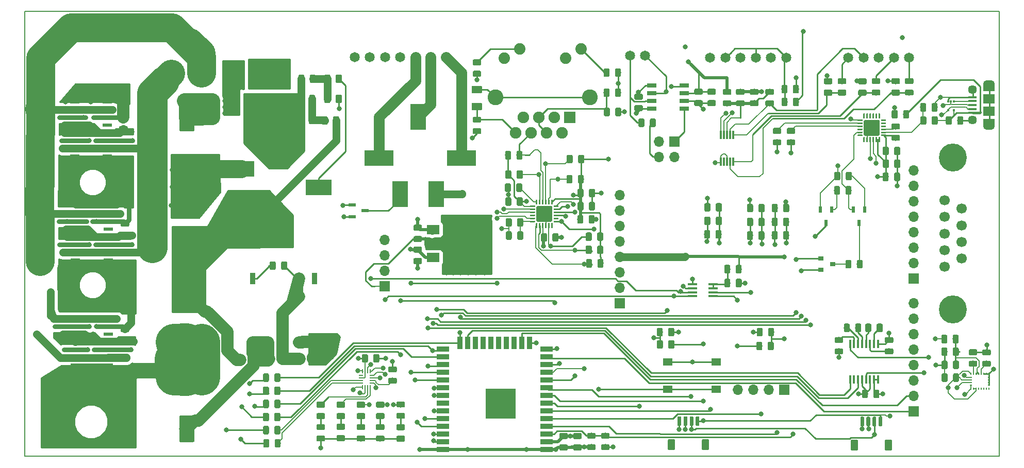
<source format=gtl>
G04 #@! TF.GenerationSoftware,KiCad,Pcbnew,5.0.2-bee76a0~70~ubuntu18.04.1*
G04 #@! TF.CreationDate,2019-04-25T16:13:16+02:00*
G04 #@! TF.ProjectId,mainPCB,6d61696e-5043-4422-9e6b-696361645f70,rev?*
G04 #@! TF.SameCoordinates,Original*
G04 #@! TF.FileFunction,Copper,L1,Top*
G04 #@! TF.FilePolarity,Positive*
%FSLAX46Y46*%
G04 Gerber Fmt 4.6, Leading zero omitted, Abs format (unit mm)*
G04 Created by KiCad (PCBNEW 5.0.2-bee76a0~70~ubuntu18.04.1) date Do 25 Apr 2019 16:13:16 CEST*
%MOMM*%
%LPD*%
G01*
G04 APERTURE LIST*
G04 #@! TA.AperFunction,NonConductor*
%ADD10C,0.150000*%
G04 #@! TD*
G04 #@! TA.AperFunction,Conductor*
%ADD11C,0.100000*%
G04 #@! TD*
G04 #@! TA.AperFunction,SMDPad,CuDef*
%ADD12C,1.250000*%
G04 #@! TD*
G04 #@! TA.AperFunction,SMDPad,CuDef*
%ADD13C,0.975000*%
G04 #@! TD*
G04 #@! TA.AperFunction,ComponentPad*
%ADD14C,1.700000*%
G04 #@! TD*
G04 #@! TA.AperFunction,ComponentPad*
%ADD15C,4.600000*%
G04 #@! TD*
G04 #@! TA.AperFunction,SMDPad,CuDef*
%ADD16R,1.900000X1.200000*%
G04 #@! TD*
G04 #@! TA.AperFunction,ComponentPad*
%ADD17O,1.900000X1.200000*%
G04 #@! TD*
G04 #@! TA.AperFunction,SMDPad,CuDef*
%ADD18R,1.900000X1.500000*%
G04 #@! TD*
G04 #@! TA.AperFunction,ComponentPad*
%ADD19C,1.450000*%
G04 #@! TD*
G04 #@! TA.AperFunction,SMDPad,CuDef*
%ADD20R,1.350000X0.400000*%
G04 #@! TD*
G04 #@! TA.AperFunction,ComponentPad*
%ADD21O,1.700000X1.700000*%
G04 #@! TD*
G04 #@! TA.AperFunction,ComponentPad*
%ADD22R,1.700000X1.700000*%
G04 #@! TD*
G04 #@! TA.AperFunction,SMDPad,CuDef*
%ADD23R,0.300000X0.450000*%
G04 #@! TD*
G04 #@! TA.AperFunction,SMDPad,CuDef*
%ADD24C,1.200000*%
G04 #@! TD*
G04 #@! TA.AperFunction,SMDPad,CuDef*
%ADD25C,0.600000*%
G04 #@! TD*
G04 #@! TA.AperFunction,ComponentPad*
%ADD26C,2.600000*%
G04 #@! TD*
G04 #@! TA.AperFunction,ComponentPad*
%ADD27C,1.890000*%
G04 #@! TD*
G04 #@! TA.AperFunction,ComponentPad*
%ADD28C,1.900000*%
G04 #@! TD*
G04 #@! TA.AperFunction,ComponentPad*
%ADD29R,1.900000X1.900000*%
G04 #@! TD*
G04 #@! TA.AperFunction,ComponentPad*
%ADD30C,1.650000*%
G04 #@! TD*
G04 #@! TA.AperFunction,SMDPad,CuDef*
%ADD31R,1.550000X1.300000*%
G04 #@! TD*
G04 #@! TA.AperFunction,SMDPad,CuDef*
%ADD32C,2.500000*%
G04 #@! TD*
G04 #@! TA.AperFunction,ComponentPad*
%ADD33C,2.400000*%
G04 #@! TD*
G04 #@! TA.AperFunction,SMDPad,CuDef*
%ADD34R,0.800000X0.200000*%
G04 #@! TD*
G04 #@! TA.AperFunction,SMDPad,CuDef*
%ADD35R,0.200000X0.800000*%
G04 #@! TD*
G04 #@! TA.AperFunction,SMDPad,CuDef*
%ADD36R,1.500000X0.650000*%
G04 #@! TD*
G04 #@! TA.AperFunction,SMDPad,CuDef*
%ADD37R,0.900000X1.975000*%
G04 #@! TD*
G04 #@! TA.AperFunction,SMDPad,CuDef*
%ADD38R,0.450000X1.475000*%
G04 #@! TD*
G04 #@! TA.AperFunction,SMDPad,CuDef*
%ADD39R,0.600000X1.050000*%
G04 #@! TD*
G04 #@! TA.AperFunction,SMDPad,CuDef*
%ADD40R,1.250000X0.600000*%
G04 #@! TD*
G04 #@! TA.AperFunction,SMDPad,CuDef*
%ADD41C,0.250000*%
G04 #@! TD*
G04 #@! TA.AperFunction,SMDPad,CuDef*
%ADD42C,2.600000*%
G04 #@! TD*
G04 #@! TA.AperFunction,SMDPad,CuDef*
%ADD43R,0.230000X0.350000*%
G04 #@! TD*
G04 #@! TA.AperFunction,SMDPad,CuDef*
%ADD44R,0.350000X0.230000*%
G04 #@! TD*
G04 #@! TA.AperFunction,SMDPad,CuDef*
%ADD45R,0.300000X1.400000*%
G04 #@! TD*
G04 #@! TA.AperFunction,SMDPad,CuDef*
%ADD46R,1.500000X0.600000*%
G04 #@! TD*
G04 #@! TA.AperFunction,SMDPad,CuDef*
%ADD47R,1.600000X0.300000*%
G04 #@! TD*
G04 #@! TA.AperFunction,SMDPad,CuDef*
%ADD48R,2.000000X1.500000*%
G04 #@! TD*
G04 #@! TA.AperFunction,SMDPad,CuDef*
%ADD49R,2.000000X3.800000*%
G04 #@! TD*
G04 #@! TA.AperFunction,SMDPad,CuDef*
%ADD50R,0.900000X0.800000*%
G04 #@! TD*
G04 #@! TA.AperFunction,SMDPad,CuDef*
%ADD51R,2.000000X0.900000*%
G04 #@! TD*
G04 #@! TA.AperFunction,SMDPad,CuDef*
%ADD52R,0.900000X2.000000*%
G04 #@! TD*
G04 #@! TA.AperFunction,SMDPad,CuDef*
%ADD53R,5.000000X5.000000*%
G04 #@! TD*
G04 #@! TA.AperFunction,SMDPad,CuDef*
%ADD54R,2.500000X4.800000*%
G04 #@! TD*
G04 #@! TA.AperFunction,SMDPad,CuDef*
%ADD55R,4.200000X2.500000*%
G04 #@! TD*
G04 #@! TA.AperFunction,SMDPad,CuDef*
%ADD56R,4.800000X2.500000*%
G04 #@! TD*
G04 #@! TA.AperFunction,SMDPad,CuDef*
%ADD57R,2.500000X4.200000*%
G04 #@! TD*
G04 #@! TA.AperFunction,ViaPad*
%ADD58C,0.800000*%
G04 #@! TD*
G04 #@! TA.AperFunction,Conductor*
%ADD59C,0.250000*%
G04 #@! TD*
G04 #@! TA.AperFunction,Conductor*
%ADD60C,2.000000*%
G04 #@! TD*
G04 #@! TA.AperFunction,Conductor*
%ADD61C,0.750000*%
G04 #@! TD*
G04 #@! TA.AperFunction,Conductor*
%ADD62C,3.000000*%
G04 #@! TD*
G04 #@! TA.AperFunction,Conductor*
%ADD63C,6.000000*%
G04 #@! TD*
G04 #@! TA.AperFunction,Conductor*
%ADD64C,1.250000*%
G04 #@! TD*
G04 #@! TA.AperFunction,Conductor*
%ADD65C,0.500000*%
G04 #@! TD*
G04 #@! TA.AperFunction,Conductor*
%ADD66C,0.150000*%
G04 #@! TD*
G04 #@! TA.AperFunction,Conductor*
%ADD67C,0.205000*%
G04 #@! TD*
G04 #@! TA.AperFunction,Conductor*
%ADD68C,0.200000*%
G04 #@! TD*
G04 #@! TA.AperFunction,Conductor*
%ADD69C,5.000000*%
G04 #@! TD*
G04 #@! TA.AperFunction,Conductor*
%ADD70C,4.500000*%
G04 #@! TD*
G04 #@! TA.AperFunction,Conductor*
%ADD71C,4.750000*%
G04 #@! TD*
G04 #@! TA.AperFunction,Conductor*
%ADD72C,2.500000*%
G04 #@! TD*
G04 #@! TA.AperFunction,Conductor*
%ADD73C,1.750000*%
G04 #@! TD*
G04 #@! TA.AperFunction,Conductor*
%ADD74C,0.400000*%
G04 #@! TD*
G04 #@! TA.AperFunction,Conductor*
%ADD75C,0.254000*%
G04 #@! TD*
G04 APERTURE END LIST*
D10*
X17462500Y-37465000D02*
X17462500Y-110617000D01*
X177482500Y-37465000D02*
X17462500Y-37465000D01*
X177482500Y-110617000D02*
X177482500Y-37465000D01*
X17462500Y-110617000D02*
X177482500Y-110617000D01*
D11*
G04 #@! TO.N,Net-(D5-Pad1)*
G04 #@! TO.C,F1*
G36*
X54882504Y-52339204D02*
X54906773Y-52342804D01*
X54930571Y-52348765D01*
X54953671Y-52357030D01*
X54975849Y-52367520D01*
X54996893Y-52380133D01*
X55016598Y-52394747D01*
X55034777Y-52411223D01*
X55051253Y-52429402D01*
X55065867Y-52449107D01*
X55078480Y-52470151D01*
X55088970Y-52492329D01*
X55097235Y-52515429D01*
X55103196Y-52539227D01*
X55106796Y-52563496D01*
X55108000Y-52588000D01*
X55108000Y-53838000D01*
X55106796Y-53862504D01*
X55103196Y-53886773D01*
X55097235Y-53910571D01*
X55088970Y-53933671D01*
X55078480Y-53955849D01*
X55065867Y-53976893D01*
X55051253Y-53996598D01*
X55034777Y-54014777D01*
X55016598Y-54031253D01*
X54996893Y-54045867D01*
X54975849Y-54058480D01*
X54953671Y-54068970D01*
X54930571Y-54077235D01*
X54906773Y-54083196D01*
X54882504Y-54086796D01*
X54858000Y-54088000D01*
X54108000Y-54088000D01*
X54083496Y-54086796D01*
X54059227Y-54083196D01*
X54035429Y-54077235D01*
X54012329Y-54068970D01*
X53990151Y-54058480D01*
X53969107Y-54045867D01*
X53949402Y-54031253D01*
X53931223Y-54014777D01*
X53914747Y-53996598D01*
X53900133Y-53976893D01*
X53887520Y-53955849D01*
X53877030Y-53933671D01*
X53868765Y-53910571D01*
X53862804Y-53886773D01*
X53859204Y-53862504D01*
X53858000Y-53838000D01*
X53858000Y-52588000D01*
X53859204Y-52563496D01*
X53862804Y-52539227D01*
X53868765Y-52515429D01*
X53877030Y-52492329D01*
X53887520Y-52470151D01*
X53900133Y-52449107D01*
X53914747Y-52429402D01*
X53931223Y-52411223D01*
X53949402Y-52394747D01*
X53969107Y-52380133D01*
X53990151Y-52367520D01*
X54012329Y-52357030D01*
X54035429Y-52348765D01*
X54059227Y-52342804D01*
X54083496Y-52339204D01*
X54108000Y-52338000D01*
X54858000Y-52338000D01*
X54882504Y-52339204D01*
X54882504Y-52339204D01*
G37*
D12*
G04 #@! TD*
G04 #@! TO.P,F1,1*
G04 #@! TO.N,Net-(D5-Pad1)*
X54483000Y-53213000D03*
D11*
G04 #@! TO.N,/powerSupply/V_In_12V*
G04 #@! TO.C,F1*
G36*
X52082504Y-52339204D02*
X52106773Y-52342804D01*
X52130571Y-52348765D01*
X52153671Y-52357030D01*
X52175849Y-52367520D01*
X52196893Y-52380133D01*
X52216598Y-52394747D01*
X52234777Y-52411223D01*
X52251253Y-52429402D01*
X52265867Y-52449107D01*
X52278480Y-52470151D01*
X52288970Y-52492329D01*
X52297235Y-52515429D01*
X52303196Y-52539227D01*
X52306796Y-52563496D01*
X52308000Y-52588000D01*
X52308000Y-53838000D01*
X52306796Y-53862504D01*
X52303196Y-53886773D01*
X52297235Y-53910571D01*
X52288970Y-53933671D01*
X52278480Y-53955849D01*
X52265867Y-53976893D01*
X52251253Y-53996598D01*
X52234777Y-54014777D01*
X52216598Y-54031253D01*
X52196893Y-54045867D01*
X52175849Y-54058480D01*
X52153671Y-54068970D01*
X52130571Y-54077235D01*
X52106773Y-54083196D01*
X52082504Y-54086796D01*
X52058000Y-54088000D01*
X51308000Y-54088000D01*
X51283496Y-54086796D01*
X51259227Y-54083196D01*
X51235429Y-54077235D01*
X51212329Y-54068970D01*
X51190151Y-54058480D01*
X51169107Y-54045867D01*
X51149402Y-54031253D01*
X51131223Y-54014777D01*
X51114747Y-53996598D01*
X51100133Y-53976893D01*
X51087520Y-53955849D01*
X51077030Y-53933671D01*
X51068765Y-53910571D01*
X51062804Y-53886773D01*
X51059204Y-53862504D01*
X51058000Y-53838000D01*
X51058000Y-52588000D01*
X51059204Y-52563496D01*
X51062804Y-52539227D01*
X51068765Y-52515429D01*
X51077030Y-52492329D01*
X51087520Y-52470151D01*
X51100133Y-52449107D01*
X51114747Y-52429402D01*
X51131223Y-52411223D01*
X51149402Y-52394747D01*
X51169107Y-52380133D01*
X51190151Y-52367520D01*
X51212329Y-52357030D01*
X51235429Y-52348765D01*
X51259227Y-52342804D01*
X51283496Y-52339204D01*
X51308000Y-52338000D01*
X52058000Y-52338000D01*
X52082504Y-52339204D01*
X52082504Y-52339204D01*
G37*
D12*
G04 #@! TD*
G04 #@! TO.P,F1,2*
G04 #@! TO.N,/powerSupply/V_In_12V*
X51683000Y-53213000D03*
D11*
G04 #@! TO.N,Net-(D7-Pad2)*
G04 #@! TO.C,D7*
G36*
X66972642Y-54673174D02*
X66996303Y-54676684D01*
X67019507Y-54682496D01*
X67042029Y-54690554D01*
X67063653Y-54700782D01*
X67084170Y-54713079D01*
X67103383Y-54727329D01*
X67121107Y-54743393D01*
X67137171Y-54761117D01*
X67151421Y-54780330D01*
X67163718Y-54800847D01*
X67173946Y-54822471D01*
X67182004Y-54844993D01*
X67187816Y-54868197D01*
X67191326Y-54891858D01*
X67192500Y-54915750D01*
X67192500Y-55828250D01*
X67191326Y-55852142D01*
X67187816Y-55875803D01*
X67182004Y-55899007D01*
X67173946Y-55921529D01*
X67163718Y-55943153D01*
X67151421Y-55963670D01*
X67137171Y-55982883D01*
X67121107Y-56000607D01*
X67103383Y-56016671D01*
X67084170Y-56030921D01*
X67063653Y-56043218D01*
X67042029Y-56053446D01*
X67019507Y-56061504D01*
X66996303Y-56067316D01*
X66972642Y-56070826D01*
X66948750Y-56072000D01*
X66461250Y-56072000D01*
X66437358Y-56070826D01*
X66413697Y-56067316D01*
X66390493Y-56061504D01*
X66367971Y-56053446D01*
X66346347Y-56043218D01*
X66325830Y-56030921D01*
X66306617Y-56016671D01*
X66288893Y-56000607D01*
X66272829Y-55982883D01*
X66258579Y-55963670D01*
X66246282Y-55943153D01*
X66236054Y-55921529D01*
X66227996Y-55899007D01*
X66222184Y-55875803D01*
X66218674Y-55852142D01*
X66217500Y-55828250D01*
X66217500Y-54915750D01*
X66218674Y-54891858D01*
X66222184Y-54868197D01*
X66227996Y-54844993D01*
X66236054Y-54822471D01*
X66246282Y-54800847D01*
X66258579Y-54780330D01*
X66272829Y-54761117D01*
X66288893Y-54743393D01*
X66306617Y-54727329D01*
X66325830Y-54713079D01*
X66346347Y-54700782D01*
X66367971Y-54690554D01*
X66390493Y-54682496D01*
X66413697Y-54676684D01*
X66437358Y-54673174D01*
X66461250Y-54672000D01*
X66948750Y-54672000D01*
X66972642Y-54673174D01*
X66972642Y-54673174D01*
G37*
D13*
G04 #@! TD*
G04 #@! TO.P,D7,2*
G04 #@! TO.N,Net-(D7-Pad2)*
X66705000Y-55372000D03*
D11*
G04 #@! TO.N,+12V*
G04 #@! TO.C,D7*
G36*
X68847642Y-54673174D02*
X68871303Y-54676684D01*
X68894507Y-54682496D01*
X68917029Y-54690554D01*
X68938653Y-54700782D01*
X68959170Y-54713079D01*
X68978383Y-54727329D01*
X68996107Y-54743393D01*
X69012171Y-54761117D01*
X69026421Y-54780330D01*
X69038718Y-54800847D01*
X69048946Y-54822471D01*
X69057004Y-54844993D01*
X69062816Y-54868197D01*
X69066326Y-54891858D01*
X69067500Y-54915750D01*
X69067500Y-55828250D01*
X69066326Y-55852142D01*
X69062816Y-55875803D01*
X69057004Y-55899007D01*
X69048946Y-55921529D01*
X69038718Y-55943153D01*
X69026421Y-55963670D01*
X69012171Y-55982883D01*
X68996107Y-56000607D01*
X68978383Y-56016671D01*
X68959170Y-56030921D01*
X68938653Y-56043218D01*
X68917029Y-56053446D01*
X68894507Y-56061504D01*
X68871303Y-56067316D01*
X68847642Y-56070826D01*
X68823750Y-56072000D01*
X68336250Y-56072000D01*
X68312358Y-56070826D01*
X68288697Y-56067316D01*
X68265493Y-56061504D01*
X68242971Y-56053446D01*
X68221347Y-56043218D01*
X68200830Y-56030921D01*
X68181617Y-56016671D01*
X68163893Y-56000607D01*
X68147829Y-55982883D01*
X68133579Y-55963670D01*
X68121282Y-55943153D01*
X68111054Y-55921529D01*
X68102996Y-55899007D01*
X68097184Y-55875803D01*
X68093674Y-55852142D01*
X68092500Y-55828250D01*
X68092500Y-54915750D01*
X68093674Y-54891858D01*
X68097184Y-54868197D01*
X68102996Y-54844993D01*
X68111054Y-54822471D01*
X68121282Y-54800847D01*
X68133579Y-54780330D01*
X68147829Y-54761117D01*
X68163893Y-54743393D01*
X68181617Y-54727329D01*
X68200830Y-54713079D01*
X68221347Y-54700782D01*
X68242971Y-54690554D01*
X68265493Y-54682496D01*
X68288697Y-54676684D01*
X68312358Y-54673174D01*
X68336250Y-54672000D01*
X68823750Y-54672000D01*
X68847642Y-54673174D01*
X68847642Y-54673174D01*
G37*
D13*
G04 #@! TD*
G04 #@! TO.P,D7,1*
G04 #@! TO.N,+12V*
X68580000Y-55372000D03*
D11*
G04 #@! TO.N,+12V*
G04 #@! TO.C,D8*
G36*
X53099642Y-94043174D02*
X53123303Y-94046684D01*
X53146507Y-94052496D01*
X53169029Y-94060554D01*
X53190653Y-94070782D01*
X53211170Y-94083079D01*
X53230383Y-94097329D01*
X53248107Y-94113393D01*
X53264171Y-94131117D01*
X53278421Y-94150330D01*
X53290718Y-94170847D01*
X53300946Y-94192471D01*
X53309004Y-94214993D01*
X53314816Y-94238197D01*
X53318326Y-94261858D01*
X53319500Y-94285750D01*
X53319500Y-95198250D01*
X53318326Y-95222142D01*
X53314816Y-95245803D01*
X53309004Y-95269007D01*
X53300946Y-95291529D01*
X53290718Y-95313153D01*
X53278421Y-95333670D01*
X53264171Y-95352883D01*
X53248107Y-95370607D01*
X53230383Y-95386671D01*
X53211170Y-95400921D01*
X53190653Y-95413218D01*
X53169029Y-95423446D01*
X53146507Y-95431504D01*
X53123303Y-95437316D01*
X53099642Y-95440826D01*
X53075750Y-95442000D01*
X52588250Y-95442000D01*
X52564358Y-95440826D01*
X52540697Y-95437316D01*
X52517493Y-95431504D01*
X52494971Y-95423446D01*
X52473347Y-95413218D01*
X52452830Y-95400921D01*
X52433617Y-95386671D01*
X52415893Y-95370607D01*
X52399829Y-95352883D01*
X52385579Y-95333670D01*
X52373282Y-95313153D01*
X52363054Y-95291529D01*
X52354996Y-95269007D01*
X52349184Y-95245803D01*
X52345674Y-95222142D01*
X52344500Y-95198250D01*
X52344500Y-94285750D01*
X52345674Y-94261858D01*
X52349184Y-94238197D01*
X52354996Y-94214993D01*
X52363054Y-94192471D01*
X52373282Y-94170847D01*
X52385579Y-94150330D01*
X52399829Y-94131117D01*
X52415893Y-94113393D01*
X52433617Y-94097329D01*
X52452830Y-94083079D01*
X52473347Y-94070782D01*
X52494971Y-94060554D01*
X52517493Y-94052496D01*
X52540697Y-94046684D01*
X52564358Y-94043174D01*
X52588250Y-94042000D01*
X53075750Y-94042000D01*
X53099642Y-94043174D01*
X53099642Y-94043174D01*
G37*
D13*
G04 #@! TD*
G04 #@! TO.P,D8,2*
G04 #@! TO.N,+12V*
X52832000Y-94742000D03*
D11*
G04 #@! TO.N,Net-(C6-Pad1)*
G04 #@! TO.C,D8*
G36*
X54974642Y-94043174D02*
X54998303Y-94046684D01*
X55021507Y-94052496D01*
X55044029Y-94060554D01*
X55065653Y-94070782D01*
X55086170Y-94083079D01*
X55105383Y-94097329D01*
X55123107Y-94113393D01*
X55139171Y-94131117D01*
X55153421Y-94150330D01*
X55165718Y-94170847D01*
X55175946Y-94192471D01*
X55184004Y-94214993D01*
X55189816Y-94238197D01*
X55193326Y-94261858D01*
X55194500Y-94285750D01*
X55194500Y-95198250D01*
X55193326Y-95222142D01*
X55189816Y-95245803D01*
X55184004Y-95269007D01*
X55175946Y-95291529D01*
X55165718Y-95313153D01*
X55153421Y-95333670D01*
X55139171Y-95352883D01*
X55123107Y-95370607D01*
X55105383Y-95386671D01*
X55086170Y-95400921D01*
X55065653Y-95413218D01*
X55044029Y-95423446D01*
X55021507Y-95431504D01*
X54998303Y-95437316D01*
X54974642Y-95440826D01*
X54950750Y-95442000D01*
X54463250Y-95442000D01*
X54439358Y-95440826D01*
X54415697Y-95437316D01*
X54392493Y-95431504D01*
X54369971Y-95423446D01*
X54348347Y-95413218D01*
X54327830Y-95400921D01*
X54308617Y-95386671D01*
X54290893Y-95370607D01*
X54274829Y-95352883D01*
X54260579Y-95333670D01*
X54248282Y-95313153D01*
X54238054Y-95291529D01*
X54229996Y-95269007D01*
X54224184Y-95245803D01*
X54220674Y-95222142D01*
X54219500Y-95198250D01*
X54219500Y-94285750D01*
X54220674Y-94261858D01*
X54224184Y-94238197D01*
X54229996Y-94214993D01*
X54238054Y-94192471D01*
X54248282Y-94170847D01*
X54260579Y-94150330D01*
X54274829Y-94131117D01*
X54290893Y-94113393D01*
X54308617Y-94097329D01*
X54327830Y-94083079D01*
X54348347Y-94070782D01*
X54369971Y-94060554D01*
X54392493Y-94052496D01*
X54415697Y-94046684D01*
X54439358Y-94043174D01*
X54463250Y-94042000D01*
X54950750Y-94042000D01*
X54974642Y-94043174D01*
X54974642Y-94043174D01*
G37*
D13*
G04 #@! TD*
G04 #@! TO.P,D8,1*
G04 #@! TO.N,Net-(C6-Pad1)*
X54707000Y-94742000D03*
D11*
G04 #@! TO.N,Net-(C28-Pad1)*
G04 #@! TO.C,D11*
G36*
X162431642Y-53657174D02*
X162455303Y-53660684D01*
X162478507Y-53666496D01*
X162501029Y-53674554D01*
X162522653Y-53684782D01*
X162543170Y-53697079D01*
X162562383Y-53711329D01*
X162580107Y-53727393D01*
X162596171Y-53745117D01*
X162610421Y-53764330D01*
X162622718Y-53784847D01*
X162632946Y-53806471D01*
X162641004Y-53828993D01*
X162646816Y-53852197D01*
X162650326Y-53875858D01*
X162651500Y-53899750D01*
X162651500Y-54812250D01*
X162650326Y-54836142D01*
X162646816Y-54859803D01*
X162641004Y-54883007D01*
X162632946Y-54905529D01*
X162622718Y-54927153D01*
X162610421Y-54947670D01*
X162596171Y-54966883D01*
X162580107Y-54984607D01*
X162562383Y-55000671D01*
X162543170Y-55014921D01*
X162522653Y-55027218D01*
X162501029Y-55037446D01*
X162478507Y-55045504D01*
X162455303Y-55051316D01*
X162431642Y-55054826D01*
X162407750Y-55056000D01*
X161920250Y-55056000D01*
X161896358Y-55054826D01*
X161872697Y-55051316D01*
X161849493Y-55045504D01*
X161826971Y-55037446D01*
X161805347Y-55027218D01*
X161784830Y-55014921D01*
X161765617Y-55000671D01*
X161747893Y-54984607D01*
X161731829Y-54966883D01*
X161717579Y-54947670D01*
X161705282Y-54927153D01*
X161695054Y-54905529D01*
X161686996Y-54883007D01*
X161681184Y-54859803D01*
X161677674Y-54836142D01*
X161676500Y-54812250D01*
X161676500Y-53899750D01*
X161677674Y-53875858D01*
X161681184Y-53852197D01*
X161686996Y-53828993D01*
X161695054Y-53806471D01*
X161705282Y-53784847D01*
X161717579Y-53764330D01*
X161731829Y-53745117D01*
X161747893Y-53727393D01*
X161765617Y-53711329D01*
X161784830Y-53697079D01*
X161805347Y-53684782D01*
X161826971Y-53674554D01*
X161849493Y-53666496D01*
X161872697Y-53660684D01*
X161896358Y-53657174D01*
X161920250Y-53656000D01*
X162407750Y-53656000D01*
X162431642Y-53657174D01*
X162431642Y-53657174D01*
G37*
D13*
G04 #@! TD*
G04 #@! TO.P,D11,2*
G04 #@! TO.N,Net-(C28-Pad1)*
X162164000Y-54356000D03*
D11*
G04 #@! TO.N,+5V*
G04 #@! TO.C,D11*
G36*
X160556642Y-53657174D02*
X160580303Y-53660684D01*
X160603507Y-53666496D01*
X160626029Y-53674554D01*
X160647653Y-53684782D01*
X160668170Y-53697079D01*
X160687383Y-53711329D01*
X160705107Y-53727393D01*
X160721171Y-53745117D01*
X160735421Y-53764330D01*
X160747718Y-53784847D01*
X160757946Y-53806471D01*
X160766004Y-53828993D01*
X160771816Y-53852197D01*
X160775326Y-53875858D01*
X160776500Y-53899750D01*
X160776500Y-54812250D01*
X160775326Y-54836142D01*
X160771816Y-54859803D01*
X160766004Y-54883007D01*
X160757946Y-54905529D01*
X160747718Y-54927153D01*
X160735421Y-54947670D01*
X160721171Y-54966883D01*
X160705107Y-54984607D01*
X160687383Y-55000671D01*
X160668170Y-55014921D01*
X160647653Y-55027218D01*
X160626029Y-55037446D01*
X160603507Y-55045504D01*
X160580303Y-55051316D01*
X160556642Y-55054826D01*
X160532750Y-55056000D01*
X160045250Y-55056000D01*
X160021358Y-55054826D01*
X159997697Y-55051316D01*
X159974493Y-55045504D01*
X159951971Y-55037446D01*
X159930347Y-55027218D01*
X159909830Y-55014921D01*
X159890617Y-55000671D01*
X159872893Y-54984607D01*
X159856829Y-54966883D01*
X159842579Y-54947670D01*
X159830282Y-54927153D01*
X159820054Y-54905529D01*
X159811996Y-54883007D01*
X159806184Y-54859803D01*
X159802674Y-54836142D01*
X159801500Y-54812250D01*
X159801500Y-53899750D01*
X159802674Y-53875858D01*
X159806184Y-53852197D01*
X159811996Y-53828993D01*
X159820054Y-53806471D01*
X159830282Y-53784847D01*
X159842579Y-53764330D01*
X159856829Y-53745117D01*
X159872893Y-53727393D01*
X159890617Y-53711329D01*
X159909830Y-53697079D01*
X159930347Y-53684782D01*
X159951971Y-53674554D01*
X159974493Y-53666496D01*
X159997697Y-53660684D01*
X160021358Y-53657174D01*
X160045250Y-53656000D01*
X160532750Y-53656000D01*
X160556642Y-53657174D01*
X160556642Y-53657174D01*
G37*
D13*
G04 #@! TD*
G04 #@! TO.P,D11,1*
G04 #@! TO.N,+5V*
X160289000Y-54356000D03*
D14*
G04 #@! TO.P,J16,1*
G04 #@! TO.N,Net-(J16-Pad1)*
X168467500Y-79457500D03*
G04 #@! TO.P,J16,2*
G04 #@! TO.N,Net-(IC3-Pad8)*
X168467500Y-76717500D03*
G04 #@! TO.P,J16,3*
G04 #@! TO.N,Net-(IC3-Pad13)*
X168467500Y-73977500D03*
G04 #@! TO.P,J16,4*
G04 #@! TO.N,Net-(J16-Pad4)*
X168467500Y-71237500D03*
G04 #@! TO.P,J16,5*
G04 #@! TO.N,GND*
X168467500Y-68497500D03*
G04 #@! TO.P,J16,6*
G04 #@! TO.N,Net-(J16-Pad6)*
X171307500Y-78087500D03*
G04 #@! TO.P,J16,7*
G04 #@! TO.N,Net-(J16-Pad7)*
X171307500Y-75347500D03*
G04 #@! TO.P,J16,8*
G04 #@! TO.N,Net-(J16-Pad8)*
X171307500Y-72607500D03*
G04 #@! TO.P,J16,9*
G04 #@! TO.N,Net-(J16-Pad9)*
X171307500Y-69867500D03*
D15*
G04 #@! TO.P,J16,0*
G04 #@! TO.N,GND*
X169887500Y-86472500D03*
X169887500Y-61482500D03*
G04 #@! TD*
D16*
G04 #@! TO.P,J14,6*
G04 #@! TO.N,GND*
X175799000Y-55732000D03*
X175799000Y-49932000D03*
D17*
X175799000Y-49332000D03*
X175799000Y-56332000D03*
D18*
X175799000Y-53832000D03*
D19*
X173099000Y-50332000D03*
D20*
G04 #@! TO.P,J14,3*
G04 #@! TO.N,Net-(J14-Pad3)*
X173099000Y-52832000D03*
G04 #@! TO.P,J14,4*
G04 #@! TO.N,Net-(J14-Pad4)*
X173099000Y-52182000D03*
G04 #@! TO.P,J14,5*
G04 #@! TO.N,GND*
X173099000Y-51532000D03*
G04 #@! TO.P,J14,1*
G04 #@! TO.N,Net-(C28-Pad1)*
X173099000Y-54132000D03*
G04 #@! TO.P,J14,2*
G04 #@! TO.N,Net-(J14-Pad2)*
X173099000Y-53482000D03*
D19*
G04 #@! TO.P,J14,6*
G04 #@! TO.N,GND*
X173099000Y-55332000D03*
D18*
X175799000Y-51832000D03*
G04 #@! TD*
D21*
G04 #@! TO.P,J12,4*
G04 #@! TO.N,Net-(J12-Pad4)*
X121602500Y-61404500D03*
G04 #@! TO.P,J12,3*
G04 #@! TO.N,Net-(IC2-Pad6)*
X121602500Y-58864500D03*
G04 #@! TO.P,J12,2*
G04 #@! TO.N,/CAN_TXD*
X124142500Y-61404500D03*
D22*
G04 #@! TO.P,J12,1*
G04 #@! TO.N,Net-(IC2-Pad1)*
X124142500Y-58864500D03*
G04 #@! TD*
D23*
G04 #@! TO.P,U7,4*
G04 #@! TO.N,Net-(J14-Pad2)*
X169045000Y-53659000D03*
G04 #@! TO.P,U7,2*
G04 #@! TO.N,Net-(J14-Pad3)*
X169545000Y-52259000D03*
G04 #@! TO.P,U7,5*
G04 #@! TO.N,Net-(C28-Pad1)*
X170045000Y-53659000D03*
G04 #@! TO.P,U7,3*
G04 #@! TO.N,GND*
X169045000Y-52259000D03*
G04 #@! TO.P,U7,1*
G04 #@! TO.N,Net-(J14-Pad4)*
X170045000Y-52259000D03*
G04 #@! TD*
D11*
G04 #@! TO.N,N/C*
G04 #@! TO.C,J17*
G36*
X159638505Y-107846704D02*
X159662773Y-107850304D01*
X159686572Y-107856265D01*
X159709671Y-107864530D01*
X159731850Y-107875020D01*
X159752893Y-107887632D01*
X159772599Y-107902247D01*
X159790777Y-107918723D01*
X159807253Y-107936901D01*
X159821868Y-107956607D01*
X159834480Y-107977650D01*
X159844970Y-107999829D01*
X159853235Y-108022928D01*
X159859196Y-108046727D01*
X159862796Y-108070995D01*
X159864000Y-108095499D01*
X159864000Y-109395501D01*
X159862796Y-109420005D01*
X159859196Y-109444273D01*
X159853235Y-109468072D01*
X159844970Y-109491171D01*
X159834480Y-109513350D01*
X159821868Y-109534393D01*
X159807253Y-109554099D01*
X159790777Y-109572277D01*
X159772599Y-109588753D01*
X159752893Y-109603368D01*
X159731850Y-109615980D01*
X159709671Y-109626470D01*
X159686572Y-109634735D01*
X159662773Y-109640696D01*
X159638505Y-109644296D01*
X159614001Y-109645500D01*
X158913999Y-109645500D01*
X158889495Y-109644296D01*
X158865227Y-109640696D01*
X158841428Y-109634735D01*
X158818329Y-109626470D01*
X158796150Y-109615980D01*
X158775107Y-109603368D01*
X158755401Y-109588753D01*
X158737223Y-109572277D01*
X158720747Y-109554099D01*
X158706132Y-109534393D01*
X158693520Y-109513350D01*
X158683030Y-109491171D01*
X158674765Y-109468072D01*
X158668804Y-109444273D01*
X158665204Y-109420005D01*
X158664000Y-109395501D01*
X158664000Y-108095499D01*
X158665204Y-108070995D01*
X158668804Y-108046727D01*
X158674765Y-108022928D01*
X158683030Y-107999829D01*
X158693520Y-107977650D01*
X158706132Y-107956607D01*
X158720747Y-107936901D01*
X158737223Y-107918723D01*
X158755401Y-107902247D01*
X158775107Y-107887632D01*
X158796150Y-107875020D01*
X158818329Y-107864530D01*
X158841428Y-107856265D01*
X158865227Y-107850304D01*
X158889495Y-107846704D01*
X158913999Y-107845500D01*
X159614001Y-107845500D01*
X159638505Y-107846704D01*
X159638505Y-107846704D01*
G37*
D24*
G04 #@! TD*
G04 #@! TO.P,J17,MP*
G04 #@! TO.N,N/C*
X159264000Y-108745500D03*
D11*
G04 #@! TO.N,N/C*
G04 #@! TO.C,J17*
G36*
X154038505Y-107846704D02*
X154062773Y-107850304D01*
X154086572Y-107856265D01*
X154109671Y-107864530D01*
X154131850Y-107875020D01*
X154152893Y-107887632D01*
X154172599Y-107902247D01*
X154190777Y-107918723D01*
X154207253Y-107936901D01*
X154221868Y-107956607D01*
X154234480Y-107977650D01*
X154244970Y-107999829D01*
X154253235Y-108022928D01*
X154259196Y-108046727D01*
X154262796Y-108070995D01*
X154264000Y-108095499D01*
X154264000Y-109395501D01*
X154262796Y-109420005D01*
X154259196Y-109444273D01*
X154253235Y-109468072D01*
X154244970Y-109491171D01*
X154234480Y-109513350D01*
X154221868Y-109534393D01*
X154207253Y-109554099D01*
X154190777Y-109572277D01*
X154172599Y-109588753D01*
X154152893Y-109603368D01*
X154131850Y-109615980D01*
X154109671Y-109626470D01*
X154086572Y-109634735D01*
X154062773Y-109640696D01*
X154038505Y-109644296D01*
X154014001Y-109645500D01*
X153313999Y-109645500D01*
X153289495Y-109644296D01*
X153265227Y-109640696D01*
X153241428Y-109634735D01*
X153218329Y-109626470D01*
X153196150Y-109615980D01*
X153175107Y-109603368D01*
X153155401Y-109588753D01*
X153137223Y-109572277D01*
X153120747Y-109554099D01*
X153106132Y-109534393D01*
X153093520Y-109513350D01*
X153083030Y-109491171D01*
X153074765Y-109468072D01*
X153068804Y-109444273D01*
X153065204Y-109420005D01*
X153064000Y-109395501D01*
X153064000Y-108095499D01*
X153065204Y-108070995D01*
X153068804Y-108046727D01*
X153074765Y-108022928D01*
X153083030Y-107999829D01*
X153093520Y-107977650D01*
X153106132Y-107956607D01*
X153120747Y-107936901D01*
X153137223Y-107918723D01*
X153155401Y-107902247D01*
X153175107Y-107887632D01*
X153196150Y-107875020D01*
X153218329Y-107864530D01*
X153241428Y-107856265D01*
X153265227Y-107850304D01*
X153289495Y-107846704D01*
X153313999Y-107845500D01*
X154014001Y-107845500D01*
X154038505Y-107846704D01*
X154038505Y-107846704D01*
G37*
D24*
G04 #@! TD*
G04 #@! TO.P,J17,MP*
G04 #@! TO.N,N/C*
X153664000Y-108745500D03*
D11*
G04 #@! TO.N,/I2C_3_SDA*
G04 #@! TO.C,J17*
G36*
X158128703Y-104096222D02*
X158143264Y-104098382D01*
X158157543Y-104101959D01*
X158171403Y-104106918D01*
X158184710Y-104113212D01*
X158197336Y-104120780D01*
X158209159Y-104129548D01*
X158220066Y-104139434D01*
X158229952Y-104150341D01*
X158238720Y-104162164D01*
X158246288Y-104174790D01*
X158252582Y-104188097D01*
X158257541Y-104201957D01*
X158261118Y-104216236D01*
X158263278Y-104230797D01*
X158264000Y-104245500D01*
X158264000Y-105495500D01*
X158263278Y-105510203D01*
X158261118Y-105524764D01*
X158257541Y-105539043D01*
X158252582Y-105552903D01*
X158246288Y-105566210D01*
X158238720Y-105578836D01*
X158229952Y-105590659D01*
X158220066Y-105601566D01*
X158209159Y-105611452D01*
X158197336Y-105620220D01*
X158184710Y-105627788D01*
X158171403Y-105634082D01*
X158157543Y-105639041D01*
X158143264Y-105642618D01*
X158128703Y-105644778D01*
X158114000Y-105645500D01*
X157814000Y-105645500D01*
X157799297Y-105644778D01*
X157784736Y-105642618D01*
X157770457Y-105639041D01*
X157756597Y-105634082D01*
X157743290Y-105627788D01*
X157730664Y-105620220D01*
X157718841Y-105611452D01*
X157707934Y-105601566D01*
X157698048Y-105590659D01*
X157689280Y-105578836D01*
X157681712Y-105566210D01*
X157675418Y-105552903D01*
X157670459Y-105539043D01*
X157666882Y-105524764D01*
X157664722Y-105510203D01*
X157664000Y-105495500D01*
X157664000Y-104245500D01*
X157664722Y-104230797D01*
X157666882Y-104216236D01*
X157670459Y-104201957D01*
X157675418Y-104188097D01*
X157681712Y-104174790D01*
X157689280Y-104162164D01*
X157698048Y-104150341D01*
X157707934Y-104139434D01*
X157718841Y-104129548D01*
X157730664Y-104120780D01*
X157743290Y-104113212D01*
X157756597Y-104106918D01*
X157770457Y-104101959D01*
X157784736Y-104098382D01*
X157799297Y-104096222D01*
X157814000Y-104095500D01*
X158114000Y-104095500D01*
X158128703Y-104096222D01*
X158128703Y-104096222D01*
G37*
D25*
G04 #@! TD*
G04 #@! TO.P,J17,4*
G04 #@! TO.N,/I2C_3_SDA*
X157964000Y-104870500D03*
D11*
G04 #@! TO.N,/I2C_3_SCL*
G04 #@! TO.C,J17*
G36*
X157128703Y-104096222D02*
X157143264Y-104098382D01*
X157157543Y-104101959D01*
X157171403Y-104106918D01*
X157184710Y-104113212D01*
X157197336Y-104120780D01*
X157209159Y-104129548D01*
X157220066Y-104139434D01*
X157229952Y-104150341D01*
X157238720Y-104162164D01*
X157246288Y-104174790D01*
X157252582Y-104188097D01*
X157257541Y-104201957D01*
X157261118Y-104216236D01*
X157263278Y-104230797D01*
X157264000Y-104245500D01*
X157264000Y-105495500D01*
X157263278Y-105510203D01*
X157261118Y-105524764D01*
X157257541Y-105539043D01*
X157252582Y-105552903D01*
X157246288Y-105566210D01*
X157238720Y-105578836D01*
X157229952Y-105590659D01*
X157220066Y-105601566D01*
X157209159Y-105611452D01*
X157197336Y-105620220D01*
X157184710Y-105627788D01*
X157171403Y-105634082D01*
X157157543Y-105639041D01*
X157143264Y-105642618D01*
X157128703Y-105644778D01*
X157114000Y-105645500D01*
X156814000Y-105645500D01*
X156799297Y-105644778D01*
X156784736Y-105642618D01*
X156770457Y-105639041D01*
X156756597Y-105634082D01*
X156743290Y-105627788D01*
X156730664Y-105620220D01*
X156718841Y-105611452D01*
X156707934Y-105601566D01*
X156698048Y-105590659D01*
X156689280Y-105578836D01*
X156681712Y-105566210D01*
X156675418Y-105552903D01*
X156670459Y-105539043D01*
X156666882Y-105524764D01*
X156664722Y-105510203D01*
X156664000Y-105495500D01*
X156664000Y-104245500D01*
X156664722Y-104230797D01*
X156666882Y-104216236D01*
X156670459Y-104201957D01*
X156675418Y-104188097D01*
X156681712Y-104174790D01*
X156689280Y-104162164D01*
X156698048Y-104150341D01*
X156707934Y-104139434D01*
X156718841Y-104129548D01*
X156730664Y-104120780D01*
X156743290Y-104113212D01*
X156756597Y-104106918D01*
X156770457Y-104101959D01*
X156784736Y-104098382D01*
X156799297Y-104096222D01*
X156814000Y-104095500D01*
X157114000Y-104095500D01*
X157128703Y-104096222D01*
X157128703Y-104096222D01*
G37*
D25*
G04 #@! TD*
G04 #@! TO.P,J17,3*
G04 #@! TO.N,/I2C_3_SCL*
X156964000Y-104870500D03*
D11*
G04 #@! TO.N,+3V3*
G04 #@! TO.C,J17*
G36*
X156128703Y-104096222D02*
X156143264Y-104098382D01*
X156157543Y-104101959D01*
X156171403Y-104106918D01*
X156184710Y-104113212D01*
X156197336Y-104120780D01*
X156209159Y-104129548D01*
X156220066Y-104139434D01*
X156229952Y-104150341D01*
X156238720Y-104162164D01*
X156246288Y-104174790D01*
X156252582Y-104188097D01*
X156257541Y-104201957D01*
X156261118Y-104216236D01*
X156263278Y-104230797D01*
X156264000Y-104245500D01*
X156264000Y-105495500D01*
X156263278Y-105510203D01*
X156261118Y-105524764D01*
X156257541Y-105539043D01*
X156252582Y-105552903D01*
X156246288Y-105566210D01*
X156238720Y-105578836D01*
X156229952Y-105590659D01*
X156220066Y-105601566D01*
X156209159Y-105611452D01*
X156197336Y-105620220D01*
X156184710Y-105627788D01*
X156171403Y-105634082D01*
X156157543Y-105639041D01*
X156143264Y-105642618D01*
X156128703Y-105644778D01*
X156114000Y-105645500D01*
X155814000Y-105645500D01*
X155799297Y-105644778D01*
X155784736Y-105642618D01*
X155770457Y-105639041D01*
X155756597Y-105634082D01*
X155743290Y-105627788D01*
X155730664Y-105620220D01*
X155718841Y-105611452D01*
X155707934Y-105601566D01*
X155698048Y-105590659D01*
X155689280Y-105578836D01*
X155681712Y-105566210D01*
X155675418Y-105552903D01*
X155670459Y-105539043D01*
X155666882Y-105524764D01*
X155664722Y-105510203D01*
X155664000Y-105495500D01*
X155664000Y-104245500D01*
X155664722Y-104230797D01*
X155666882Y-104216236D01*
X155670459Y-104201957D01*
X155675418Y-104188097D01*
X155681712Y-104174790D01*
X155689280Y-104162164D01*
X155698048Y-104150341D01*
X155707934Y-104139434D01*
X155718841Y-104129548D01*
X155730664Y-104120780D01*
X155743290Y-104113212D01*
X155756597Y-104106918D01*
X155770457Y-104101959D01*
X155784736Y-104098382D01*
X155799297Y-104096222D01*
X155814000Y-104095500D01*
X156114000Y-104095500D01*
X156128703Y-104096222D01*
X156128703Y-104096222D01*
G37*
D25*
G04 #@! TD*
G04 #@! TO.P,J17,2*
G04 #@! TO.N,+3V3*
X155964000Y-104870500D03*
D11*
G04 #@! TO.N,GND*
G04 #@! TO.C,J17*
G36*
X155128703Y-104096222D02*
X155143264Y-104098382D01*
X155157543Y-104101959D01*
X155171403Y-104106918D01*
X155184710Y-104113212D01*
X155197336Y-104120780D01*
X155209159Y-104129548D01*
X155220066Y-104139434D01*
X155229952Y-104150341D01*
X155238720Y-104162164D01*
X155246288Y-104174790D01*
X155252582Y-104188097D01*
X155257541Y-104201957D01*
X155261118Y-104216236D01*
X155263278Y-104230797D01*
X155264000Y-104245500D01*
X155264000Y-105495500D01*
X155263278Y-105510203D01*
X155261118Y-105524764D01*
X155257541Y-105539043D01*
X155252582Y-105552903D01*
X155246288Y-105566210D01*
X155238720Y-105578836D01*
X155229952Y-105590659D01*
X155220066Y-105601566D01*
X155209159Y-105611452D01*
X155197336Y-105620220D01*
X155184710Y-105627788D01*
X155171403Y-105634082D01*
X155157543Y-105639041D01*
X155143264Y-105642618D01*
X155128703Y-105644778D01*
X155114000Y-105645500D01*
X154814000Y-105645500D01*
X154799297Y-105644778D01*
X154784736Y-105642618D01*
X154770457Y-105639041D01*
X154756597Y-105634082D01*
X154743290Y-105627788D01*
X154730664Y-105620220D01*
X154718841Y-105611452D01*
X154707934Y-105601566D01*
X154698048Y-105590659D01*
X154689280Y-105578836D01*
X154681712Y-105566210D01*
X154675418Y-105552903D01*
X154670459Y-105539043D01*
X154666882Y-105524764D01*
X154664722Y-105510203D01*
X154664000Y-105495500D01*
X154664000Y-104245500D01*
X154664722Y-104230797D01*
X154666882Y-104216236D01*
X154670459Y-104201957D01*
X154675418Y-104188097D01*
X154681712Y-104174790D01*
X154689280Y-104162164D01*
X154698048Y-104150341D01*
X154707934Y-104139434D01*
X154718841Y-104129548D01*
X154730664Y-104120780D01*
X154743290Y-104113212D01*
X154756597Y-104106918D01*
X154770457Y-104101959D01*
X154784736Y-104098382D01*
X154799297Y-104096222D01*
X154814000Y-104095500D01*
X155114000Y-104095500D01*
X155128703Y-104096222D01*
X155128703Y-104096222D01*
G37*
D25*
G04 #@! TD*
G04 #@! TO.P,J17,1*
G04 #@! TO.N,GND*
X154964000Y-104870500D03*
D11*
G04 #@! TO.N,N/C*
G04 #@! TO.C,J13*
G36*
X129603005Y-107783204D02*
X129627273Y-107786804D01*
X129651072Y-107792765D01*
X129674171Y-107801030D01*
X129696350Y-107811520D01*
X129717393Y-107824132D01*
X129737099Y-107838747D01*
X129755277Y-107855223D01*
X129771753Y-107873401D01*
X129786368Y-107893107D01*
X129798980Y-107914150D01*
X129809470Y-107936329D01*
X129817735Y-107959428D01*
X129823696Y-107983227D01*
X129827296Y-108007495D01*
X129828500Y-108031999D01*
X129828500Y-109332001D01*
X129827296Y-109356505D01*
X129823696Y-109380773D01*
X129817735Y-109404572D01*
X129809470Y-109427671D01*
X129798980Y-109449850D01*
X129786368Y-109470893D01*
X129771753Y-109490599D01*
X129755277Y-109508777D01*
X129737099Y-109525253D01*
X129717393Y-109539868D01*
X129696350Y-109552480D01*
X129674171Y-109562970D01*
X129651072Y-109571235D01*
X129627273Y-109577196D01*
X129603005Y-109580796D01*
X129578501Y-109582000D01*
X128878499Y-109582000D01*
X128853995Y-109580796D01*
X128829727Y-109577196D01*
X128805928Y-109571235D01*
X128782829Y-109562970D01*
X128760650Y-109552480D01*
X128739607Y-109539868D01*
X128719901Y-109525253D01*
X128701723Y-109508777D01*
X128685247Y-109490599D01*
X128670632Y-109470893D01*
X128658020Y-109449850D01*
X128647530Y-109427671D01*
X128639265Y-109404572D01*
X128633304Y-109380773D01*
X128629704Y-109356505D01*
X128628500Y-109332001D01*
X128628500Y-108031999D01*
X128629704Y-108007495D01*
X128633304Y-107983227D01*
X128639265Y-107959428D01*
X128647530Y-107936329D01*
X128658020Y-107914150D01*
X128670632Y-107893107D01*
X128685247Y-107873401D01*
X128701723Y-107855223D01*
X128719901Y-107838747D01*
X128739607Y-107824132D01*
X128760650Y-107811520D01*
X128782829Y-107801030D01*
X128805928Y-107792765D01*
X128829727Y-107786804D01*
X128853995Y-107783204D01*
X128878499Y-107782000D01*
X129578501Y-107782000D01*
X129603005Y-107783204D01*
X129603005Y-107783204D01*
G37*
D24*
G04 #@! TD*
G04 #@! TO.P,J13,MP*
G04 #@! TO.N,N/C*
X129228500Y-108682000D03*
D11*
G04 #@! TO.N,N/C*
G04 #@! TO.C,J13*
G36*
X124003005Y-107783204D02*
X124027273Y-107786804D01*
X124051072Y-107792765D01*
X124074171Y-107801030D01*
X124096350Y-107811520D01*
X124117393Y-107824132D01*
X124137099Y-107838747D01*
X124155277Y-107855223D01*
X124171753Y-107873401D01*
X124186368Y-107893107D01*
X124198980Y-107914150D01*
X124209470Y-107936329D01*
X124217735Y-107959428D01*
X124223696Y-107983227D01*
X124227296Y-108007495D01*
X124228500Y-108031999D01*
X124228500Y-109332001D01*
X124227296Y-109356505D01*
X124223696Y-109380773D01*
X124217735Y-109404572D01*
X124209470Y-109427671D01*
X124198980Y-109449850D01*
X124186368Y-109470893D01*
X124171753Y-109490599D01*
X124155277Y-109508777D01*
X124137099Y-109525253D01*
X124117393Y-109539868D01*
X124096350Y-109552480D01*
X124074171Y-109562970D01*
X124051072Y-109571235D01*
X124027273Y-109577196D01*
X124003005Y-109580796D01*
X123978501Y-109582000D01*
X123278499Y-109582000D01*
X123253995Y-109580796D01*
X123229727Y-109577196D01*
X123205928Y-109571235D01*
X123182829Y-109562970D01*
X123160650Y-109552480D01*
X123139607Y-109539868D01*
X123119901Y-109525253D01*
X123101723Y-109508777D01*
X123085247Y-109490599D01*
X123070632Y-109470893D01*
X123058020Y-109449850D01*
X123047530Y-109427671D01*
X123039265Y-109404572D01*
X123033304Y-109380773D01*
X123029704Y-109356505D01*
X123028500Y-109332001D01*
X123028500Y-108031999D01*
X123029704Y-108007495D01*
X123033304Y-107983227D01*
X123039265Y-107959428D01*
X123047530Y-107936329D01*
X123058020Y-107914150D01*
X123070632Y-107893107D01*
X123085247Y-107873401D01*
X123101723Y-107855223D01*
X123119901Y-107838747D01*
X123139607Y-107824132D01*
X123160650Y-107811520D01*
X123182829Y-107801030D01*
X123205928Y-107792765D01*
X123229727Y-107786804D01*
X123253995Y-107783204D01*
X123278499Y-107782000D01*
X123978501Y-107782000D01*
X124003005Y-107783204D01*
X124003005Y-107783204D01*
G37*
D24*
G04 #@! TD*
G04 #@! TO.P,J13,MP*
G04 #@! TO.N,N/C*
X123628500Y-108682000D03*
D11*
G04 #@! TO.N,/I2C_3_SDA*
G04 #@! TO.C,J13*
G36*
X128093203Y-104032722D02*
X128107764Y-104034882D01*
X128122043Y-104038459D01*
X128135903Y-104043418D01*
X128149210Y-104049712D01*
X128161836Y-104057280D01*
X128173659Y-104066048D01*
X128184566Y-104075934D01*
X128194452Y-104086841D01*
X128203220Y-104098664D01*
X128210788Y-104111290D01*
X128217082Y-104124597D01*
X128222041Y-104138457D01*
X128225618Y-104152736D01*
X128227778Y-104167297D01*
X128228500Y-104182000D01*
X128228500Y-105432000D01*
X128227778Y-105446703D01*
X128225618Y-105461264D01*
X128222041Y-105475543D01*
X128217082Y-105489403D01*
X128210788Y-105502710D01*
X128203220Y-105515336D01*
X128194452Y-105527159D01*
X128184566Y-105538066D01*
X128173659Y-105547952D01*
X128161836Y-105556720D01*
X128149210Y-105564288D01*
X128135903Y-105570582D01*
X128122043Y-105575541D01*
X128107764Y-105579118D01*
X128093203Y-105581278D01*
X128078500Y-105582000D01*
X127778500Y-105582000D01*
X127763797Y-105581278D01*
X127749236Y-105579118D01*
X127734957Y-105575541D01*
X127721097Y-105570582D01*
X127707790Y-105564288D01*
X127695164Y-105556720D01*
X127683341Y-105547952D01*
X127672434Y-105538066D01*
X127662548Y-105527159D01*
X127653780Y-105515336D01*
X127646212Y-105502710D01*
X127639918Y-105489403D01*
X127634959Y-105475543D01*
X127631382Y-105461264D01*
X127629222Y-105446703D01*
X127628500Y-105432000D01*
X127628500Y-104182000D01*
X127629222Y-104167297D01*
X127631382Y-104152736D01*
X127634959Y-104138457D01*
X127639918Y-104124597D01*
X127646212Y-104111290D01*
X127653780Y-104098664D01*
X127662548Y-104086841D01*
X127672434Y-104075934D01*
X127683341Y-104066048D01*
X127695164Y-104057280D01*
X127707790Y-104049712D01*
X127721097Y-104043418D01*
X127734957Y-104038459D01*
X127749236Y-104034882D01*
X127763797Y-104032722D01*
X127778500Y-104032000D01*
X128078500Y-104032000D01*
X128093203Y-104032722D01*
X128093203Y-104032722D01*
G37*
D25*
G04 #@! TD*
G04 #@! TO.P,J13,4*
G04 #@! TO.N,/I2C_3_SDA*
X127928500Y-104807000D03*
D11*
G04 #@! TO.N,/I2C_3_SCL*
G04 #@! TO.C,J13*
G36*
X127093203Y-104032722D02*
X127107764Y-104034882D01*
X127122043Y-104038459D01*
X127135903Y-104043418D01*
X127149210Y-104049712D01*
X127161836Y-104057280D01*
X127173659Y-104066048D01*
X127184566Y-104075934D01*
X127194452Y-104086841D01*
X127203220Y-104098664D01*
X127210788Y-104111290D01*
X127217082Y-104124597D01*
X127222041Y-104138457D01*
X127225618Y-104152736D01*
X127227778Y-104167297D01*
X127228500Y-104182000D01*
X127228500Y-105432000D01*
X127227778Y-105446703D01*
X127225618Y-105461264D01*
X127222041Y-105475543D01*
X127217082Y-105489403D01*
X127210788Y-105502710D01*
X127203220Y-105515336D01*
X127194452Y-105527159D01*
X127184566Y-105538066D01*
X127173659Y-105547952D01*
X127161836Y-105556720D01*
X127149210Y-105564288D01*
X127135903Y-105570582D01*
X127122043Y-105575541D01*
X127107764Y-105579118D01*
X127093203Y-105581278D01*
X127078500Y-105582000D01*
X126778500Y-105582000D01*
X126763797Y-105581278D01*
X126749236Y-105579118D01*
X126734957Y-105575541D01*
X126721097Y-105570582D01*
X126707790Y-105564288D01*
X126695164Y-105556720D01*
X126683341Y-105547952D01*
X126672434Y-105538066D01*
X126662548Y-105527159D01*
X126653780Y-105515336D01*
X126646212Y-105502710D01*
X126639918Y-105489403D01*
X126634959Y-105475543D01*
X126631382Y-105461264D01*
X126629222Y-105446703D01*
X126628500Y-105432000D01*
X126628500Y-104182000D01*
X126629222Y-104167297D01*
X126631382Y-104152736D01*
X126634959Y-104138457D01*
X126639918Y-104124597D01*
X126646212Y-104111290D01*
X126653780Y-104098664D01*
X126662548Y-104086841D01*
X126672434Y-104075934D01*
X126683341Y-104066048D01*
X126695164Y-104057280D01*
X126707790Y-104049712D01*
X126721097Y-104043418D01*
X126734957Y-104038459D01*
X126749236Y-104034882D01*
X126763797Y-104032722D01*
X126778500Y-104032000D01*
X127078500Y-104032000D01*
X127093203Y-104032722D01*
X127093203Y-104032722D01*
G37*
D25*
G04 #@! TD*
G04 #@! TO.P,J13,3*
G04 #@! TO.N,/I2C_3_SCL*
X126928500Y-104807000D03*
D11*
G04 #@! TO.N,+3V3*
G04 #@! TO.C,J13*
G36*
X126093203Y-104032722D02*
X126107764Y-104034882D01*
X126122043Y-104038459D01*
X126135903Y-104043418D01*
X126149210Y-104049712D01*
X126161836Y-104057280D01*
X126173659Y-104066048D01*
X126184566Y-104075934D01*
X126194452Y-104086841D01*
X126203220Y-104098664D01*
X126210788Y-104111290D01*
X126217082Y-104124597D01*
X126222041Y-104138457D01*
X126225618Y-104152736D01*
X126227778Y-104167297D01*
X126228500Y-104182000D01*
X126228500Y-105432000D01*
X126227778Y-105446703D01*
X126225618Y-105461264D01*
X126222041Y-105475543D01*
X126217082Y-105489403D01*
X126210788Y-105502710D01*
X126203220Y-105515336D01*
X126194452Y-105527159D01*
X126184566Y-105538066D01*
X126173659Y-105547952D01*
X126161836Y-105556720D01*
X126149210Y-105564288D01*
X126135903Y-105570582D01*
X126122043Y-105575541D01*
X126107764Y-105579118D01*
X126093203Y-105581278D01*
X126078500Y-105582000D01*
X125778500Y-105582000D01*
X125763797Y-105581278D01*
X125749236Y-105579118D01*
X125734957Y-105575541D01*
X125721097Y-105570582D01*
X125707790Y-105564288D01*
X125695164Y-105556720D01*
X125683341Y-105547952D01*
X125672434Y-105538066D01*
X125662548Y-105527159D01*
X125653780Y-105515336D01*
X125646212Y-105502710D01*
X125639918Y-105489403D01*
X125634959Y-105475543D01*
X125631382Y-105461264D01*
X125629222Y-105446703D01*
X125628500Y-105432000D01*
X125628500Y-104182000D01*
X125629222Y-104167297D01*
X125631382Y-104152736D01*
X125634959Y-104138457D01*
X125639918Y-104124597D01*
X125646212Y-104111290D01*
X125653780Y-104098664D01*
X125662548Y-104086841D01*
X125672434Y-104075934D01*
X125683341Y-104066048D01*
X125695164Y-104057280D01*
X125707790Y-104049712D01*
X125721097Y-104043418D01*
X125734957Y-104038459D01*
X125749236Y-104034882D01*
X125763797Y-104032722D01*
X125778500Y-104032000D01*
X126078500Y-104032000D01*
X126093203Y-104032722D01*
X126093203Y-104032722D01*
G37*
D25*
G04 #@! TD*
G04 #@! TO.P,J13,2*
G04 #@! TO.N,+3V3*
X125928500Y-104807000D03*
D11*
G04 #@! TO.N,GND*
G04 #@! TO.C,J13*
G36*
X125093203Y-104032722D02*
X125107764Y-104034882D01*
X125122043Y-104038459D01*
X125135903Y-104043418D01*
X125149210Y-104049712D01*
X125161836Y-104057280D01*
X125173659Y-104066048D01*
X125184566Y-104075934D01*
X125194452Y-104086841D01*
X125203220Y-104098664D01*
X125210788Y-104111290D01*
X125217082Y-104124597D01*
X125222041Y-104138457D01*
X125225618Y-104152736D01*
X125227778Y-104167297D01*
X125228500Y-104182000D01*
X125228500Y-105432000D01*
X125227778Y-105446703D01*
X125225618Y-105461264D01*
X125222041Y-105475543D01*
X125217082Y-105489403D01*
X125210788Y-105502710D01*
X125203220Y-105515336D01*
X125194452Y-105527159D01*
X125184566Y-105538066D01*
X125173659Y-105547952D01*
X125161836Y-105556720D01*
X125149210Y-105564288D01*
X125135903Y-105570582D01*
X125122043Y-105575541D01*
X125107764Y-105579118D01*
X125093203Y-105581278D01*
X125078500Y-105582000D01*
X124778500Y-105582000D01*
X124763797Y-105581278D01*
X124749236Y-105579118D01*
X124734957Y-105575541D01*
X124721097Y-105570582D01*
X124707790Y-105564288D01*
X124695164Y-105556720D01*
X124683341Y-105547952D01*
X124672434Y-105538066D01*
X124662548Y-105527159D01*
X124653780Y-105515336D01*
X124646212Y-105502710D01*
X124639918Y-105489403D01*
X124634959Y-105475543D01*
X124631382Y-105461264D01*
X124629222Y-105446703D01*
X124628500Y-105432000D01*
X124628500Y-104182000D01*
X124629222Y-104167297D01*
X124631382Y-104152736D01*
X124634959Y-104138457D01*
X124639918Y-104124597D01*
X124646212Y-104111290D01*
X124653780Y-104098664D01*
X124662548Y-104086841D01*
X124672434Y-104075934D01*
X124683341Y-104066048D01*
X124695164Y-104057280D01*
X124707790Y-104049712D01*
X124721097Y-104043418D01*
X124734957Y-104038459D01*
X124749236Y-104034882D01*
X124763797Y-104032722D01*
X124778500Y-104032000D01*
X125078500Y-104032000D01*
X125093203Y-104032722D01*
X125093203Y-104032722D01*
G37*
D25*
G04 #@! TD*
G04 #@! TO.P,J13,1*
G04 #@! TO.N,GND*
X124928500Y-104807000D03*
D26*
G04 #@! TO.P,J15,13*
G04 #@! TO.N,Net-(C34-Pad2)*
X94714000Y-51574000D03*
X110264000Y-51574000D03*
D27*
G04 #@! TO.P,J15,L4*
G04 #@! TO.N,Net-(J15-PadL4)*
X108814000Y-43624000D03*
G04 #@! TO.P,J15,L3*
G04 #@! TO.N,Net-(J15-PadL3)*
X106274000Y-45144000D03*
G04 #@! TO.P,J15,L2*
G04 #@! TO.N,Net-(J15-PadL2)*
X98704000Y-43624000D03*
G04 #@! TO.P,J15,L1*
G04 #@! TO.N,Net-(J15-PadL1)*
X96164000Y-45144000D03*
D28*
G04 #@! TO.P,J15,R8*
G04 #@! TO.N,Net-(C34-Pad1)*
X98044000Y-57404000D03*
G04 #@! TO.P,J15,R7*
G04 #@! TO.N,Net-(J15-PadR7)*
X99314000Y-54864000D03*
G04 #@! TO.P,J15,R6*
G04 #@! TO.N,/LAN8720/RD-*
X100584000Y-57404000D03*
G04 #@! TO.P,J15,R5*
G04 #@! TO.N,Net-(C35-Pad2)*
X101854000Y-54864000D03*
G04 #@! TO.P,J15,R4*
X103124000Y-57404000D03*
G04 #@! TO.P,J15,R3*
G04 #@! TO.N,/LAN8720/RD+*
X104394000Y-54864000D03*
G04 #@! TO.P,J15,R2*
G04 #@! TO.N,/LAN8720/TD-*
X105664000Y-57404000D03*
D29*
G04 #@! TO.P,J15,R1*
G04 #@! TO.N,Net-(J15-PadR1)*
X106934000Y-54864000D03*
G04 #@! TD*
D21*
G04 #@! TO.P,J8,4*
G04 #@! TO.N,/I2C_3_SCL*
X76517500Y-75057000D03*
G04 #@! TO.P,J8,3*
G04 #@! TO.N,/I2C_3_SDA*
X76517500Y-77597000D03*
G04 #@! TO.P,J8,2*
G04 #@! TO.N,GND*
X76517500Y-80137000D03*
D22*
G04 #@! TO.P,J8,1*
G04 #@! TO.N,+3V3*
X76517500Y-82677000D03*
G04 #@! TD*
D21*
G04 #@! TO.P,J7,4*
G04 #@! TO.N,/I2C_5_SCL*
X134556500Y-99695000D03*
G04 #@! TO.P,J7,3*
G04 #@! TO.N,/I2C_5_SDA*
X137096500Y-99695000D03*
G04 #@! TO.P,J7,2*
G04 #@! TO.N,GND*
X139636500Y-99695000D03*
D22*
G04 #@! TO.P,J7,1*
G04 #@! TO.N,+5V*
X142176500Y-99695000D03*
G04 #@! TD*
D30*
G04 #@! TO.P,J18,1*
G04 #@! TO.N,Net-(IC2-Pad7)*
X116840000Y-44704000D03*
G04 #@! TO.P,J18,2*
G04 #@! TO.N,Net-(IC2-Pad6)*
X119340000Y-44704000D03*
G04 #@! TD*
D31*
G04 #@! TO.P,SW1,2*
G04 #@! TO.N,GND*
X123020000Y-95095500D03*
G04 #@! TO.P,SW1,1*
G04 #@! TO.N,Net-(IC1-Pad6)*
X123020000Y-99595500D03*
X130980000Y-99595500D03*
G04 #@! TO.P,SW1,2*
G04 #@! TO.N,GND*
X130980000Y-95095500D03*
G04 #@! TD*
D11*
G04 #@! TO.N,GND*
G04 #@! TO.C,C33*
G36*
X45093504Y-89504204D02*
X45117773Y-89507804D01*
X45141571Y-89513765D01*
X45164671Y-89522030D01*
X45186849Y-89532520D01*
X45207893Y-89545133D01*
X45227598Y-89559747D01*
X45245777Y-89576223D01*
X45262253Y-89594402D01*
X45276867Y-89614107D01*
X45289480Y-89635151D01*
X45299970Y-89657329D01*
X45308235Y-89680429D01*
X45314196Y-89704227D01*
X45317796Y-89728496D01*
X45319000Y-89753000D01*
X45319000Y-93653000D01*
X45317796Y-93677504D01*
X45314196Y-93701773D01*
X45308235Y-93725571D01*
X45299970Y-93748671D01*
X45289480Y-93770849D01*
X45276867Y-93791893D01*
X45262253Y-93811598D01*
X45245777Y-93829777D01*
X45227598Y-93846253D01*
X45207893Y-93860867D01*
X45186849Y-93873480D01*
X45164671Y-93883970D01*
X45141571Y-93892235D01*
X45117773Y-93898196D01*
X45093504Y-93901796D01*
X45069000Y-93903000D01*
X43069000Y-93903000D01*
X43044496Y-93901796D01*
X43020227Y-93898196D01*
X42996429Y-93892235D01*
X42973329Y-93883970D01*
X42951151Y-93873480D01*
X42930107Y-93860867D01*
X42910402Y-93846253D01*
X42892223Y-93829777D01*
X42875747Y-93811598D01*
X42861133Y-93791893D01*
X42848520Y-93770849D01*
X42838030Y-93748671D01*
X42829765Y-93725571D01*
X42823804Y-93701773D01*
X42820204Y-93677504D01*
X42819000Y-93653000D01*
X42819000Y-89753000D01*
X42820204Y-89728496D01*
X42823804Y-89704227D01*
X42829765Y-89680429D01*
X42838030Y-89657329D01*
X42848520Y-89635151D01*
X42861133Y-89614107D01*
X42875747Y-89594402D01*
X42892223Y-89576223D01*
X42910402Y-89559747D01*
X42930107Y-89545133D01*
X42951151Y-89532520D01*
X42973329Y-89522030D01*
X42996429Y-89513765D01*
X43020227Y-89507804D01*
X43044496Y-89504204D01*
X43069000Y-89503000D01*
X45069000Y-89503000D01*
X45093504Y-89504204D01*
X45093504Y-89504204D01*
G37*
D32*
G04 #@! TD*
G04 #@! TO.P,C33,2*
G04 #@! TO.N,GND*
X44069000Y-91703000D03*
D11*
G04 #@! TO.N,+12V*
G04 #@! TO.C,C33*
G36*
X45093504Y-81104204D02*
X45117773Y-81107804D01*
X45141571Y-81113765D01*
X45164671Y-81122030D01*
X45186849Y-81132520D01*
X45207893Y-81145133D01*
X45227598Y-81159747D01*
X45245777Y-81176223D01*
X45262253Y-81194402D01*
X45276867Y-81214107D01*
X45289480Y-81235151D01*
X45299970Y-81257329D01*
X45308235Y-81280429D01*
X45314196Y-81304227D01*
X45317796Y-81328496D01*
X45319000Y-81353000D01*
X45319000Y-85253000D01*
X45317796Y-85277504D01*
X45314196Y-85301773D01*
X45308235Y-85325571D01*
X45299970Y-85348671D01*
X45289480Y-85370849D01*
X45276867Y-85391893D01*
X45262253Y-85411598D01*
X45245777Y-85429777D01*
X45227598Y-85446253D01*
X45207893Y-85460867D01*
X45186849Y-85473480D01*
X45164671Y-85483970D01*
X45141571Y-85492235D01*
X45117773Y-85498196D01*
X45093504Y-85501796D01*
X45069000Y-85503000D01*
X43069000Y-85503000D01*
X43044496Y-85501796D01*
X43020227Y-85498196D01*
X42996429Y-85492235D01*
X42973329Y-85483970D01*
X42951151Y-85473480D01*
X42930107Y-85460867D01*
X42910402Y-85446253D01*
X42892223Y-85429777D01*
X42875747Y-85411598D01*
X42861133Y-85391893D01*
X42848520Y-85370849D01*
X42838030Y-85348671D01*
X42829765Y-85325571D01*
X42823804Y-85301773D01*
X42820204Y-85277504D01*
X42819000Y-85253000D01*
X42819000Y-81353000D01*
X42820204Y-81328496D01*
X42823804Y-81304227D01*
X42829765Y-81280429D01*
X42838030Y-81257329D01*
X42848520Y-81235151D01*
X42861133Y-81214107D01*
X42875747Y-81194402D01*
X42892223Y-81176223D01*
X42910402Y-81159747D01*
X42930107Y-81145133D01*
X42951151Y-81132520D01*
X42973329Y-81122030D01*
X42996429Y-81113765D01*
X43020227Y-81107804D01*
X43044496Y-81104204D01*
X43069000Y-81103000D01*
X45069000Y-81103000D01*
X45093504Y-81104204D01*
X45093504Y-81104204D01*
G37*
D32*
G04 #@! TD*
G04 #@! TO.P,C33,1*
G04 #@! TO.N,+12V*
X44069000Y-83303000D03*
D11*
G04 #@! TO.N,GND*
G04 #@! TO.C,C6*
G36*
X45093504Y-95464204D02*
X45117773Y-95467804D01*
X45141571Y-95473765D01*
X45164671Y-95482030D01*
X45186849Y-95492520D01*
X45207893Y-95505133D01*
X45227598Y-95519747D01*
X45245777Y-95536223D01*
X45262253Y-95554402D01*
X45276867Y-95574107D01*
X45289480Y-95595151D01*
X45299970Y-95617329D01*
X45308235Y-95640429D01*
X45314196Y-95664227D01*
X45317796Y-95688496D01*
X45319000Y-95713000D01*
X45319000Y-99613000D01*
X45317796Y-99637504D01*
X45314196Y-99661773D01*
X45308235Y-99685571D01*
X45299970Y-99708671D01*
X45289480Y-99730849D01*
X45276867Y-99751893D01*
X45262253Y-99771598D01*
X45245777Y-99789777D01*
X45227598Y-99806253D01*
X45207893Y-99820867D01*
X45186849Y-99833480D01*
X45164671Y-99843970D01*
X45141571Y-99852235D01*
X45117773Y-99858196D01*
X45093504Y-99861796D01*
X45069000Y-99863000D01*
X43069000Y-99863000D01*
X43044496Y-99861796D01*
X43020227Y-99858196D01*
X42996429Y-99852235D01*
X42973329Y-99843970D01*
X42951151Y-99833480D01*
X42930107Y-99820867D01*
X42910402Y-99806253D01*
X42892223Y-99789777D01*
X42875747Y-99771598D01*
X42861133Y-99751893D01*
X42848520Y-99730849D01*
X42838030Y-99708671D01*
X42829765Y-99685571D01*
X42823804Y-99661773D01*
X42820204Y-99637504D01*
X42819000Y-99613000D01*
X42819000Y-95713000D01*
X42820204Y-95688496D01*
X42823804Y-95664227D01*
X42829765Y-95640429D01*
X42838030Y-95617329D01*
X42848520Y-95595151D01*
X42861133Y-95574107D01*
X42875747Y-95554402D01*
X42892223Y-95536223D01*
X42910402Y-95519747D01*
X42930107Y-95505133D01*
X42951151Y-95492520D01*
X42973329Y-95482030D01*
X42996429Y-95473765D01*
X43020227Y-95467804D01*
X43044496Y-95464204D01*
X43069000Y-95463000D01*
X45069000Y-95463000D01*
X45093504Y-95464204D01*
X45093504Y-95464204D01*
G37*
D32*
G04 #@! TD*
G04 #@! TO.P,C6,2*
G04 #@! TO.N,GND*
X44069000Y-97663000D03*
D11*
G04 #@! TO.N,Net-(C6-Pad1)*
G04 #@! TO.C,C6*
G36*
X45093504Y-103864204D02*
X45117773Y-103867804D01*
X45141571Y-103873765D01*
X45164671Y-103882030D01*
X45186849Y-103892520D01*
X45207893Y-103905133D01*
X45227598Y-103919747D01*
X45245777Y-103936223D01*
X45262253Y-103954402D01*
X45276867Y-103974107D01*
X45289480Y-103995151D01*
X45299970Y-104017329D01*
X45308235Y-104040429D01*
X45314196Y-104064227D01*
X45317796Y-104088496D01*
X45319000Y-104113000D01*
X45319000Y-108013000D01*
X45317796Y-108037504D01*
X45314196Y-108061773D01*
X45308235Y-108085571D01*
X45299970Y-108108671D01*
X45289480Y-108130849D01*
X45276867Y-108151893D01*
X45262253Y-108171598D01*
X45245777Y-108189777D01*
X45227598Y-108206253D01*
X45207893Y-108220867D01*
X45186849Y-108233480D01*
X45164671Y-108243970D01*
X45141571Y-108252235D01*
X45117773Y-108258196D01*
X45093504Y-108261796D01*
X45069000Y-108263000D01*
X43069000Y-108263000D01*
X43044496Y-108261796D01*
X43020227Y-108258196D01*
X42996429Y-108252235D01*
X42973329Y-108243970D01*
X42951151Y-108233480D01*
X42930107Y-108220867D01*
X42910402Y-108206253D01*
X42892223Y-108189777D01*
X42875747Y-108171598D01*
X42861133Y-108151893D01*
X42848520Y-108130849D01*
X42838030Y-108108671D01*
X42829765Y-108085571D01*
X42823804Y-108061773D01*
X42820204Y-108037504D01*
X42819000Y-108013000D01*
X42819000Y-104113000D01*
X42820204Y-104088496D01*
X42823804Y-104064227D01*
X42829765Y-104040429D01*
X42838030Y-104017329D01*
X42848520Y-103995151D01*
X42861133Y-103974107D01*
X42875747Y-103954402D01*
X42892223Y-103936223D01*
X42910402Y-103919747D01*
X42930107Y-103905133D01*
X42951151Y-103892520D01*
X42973329Y-103882030D01*
X42996429Y-103873765D01*
X43020227Y-103867804D01*
X43044496Y-103864204D01*
X43069000Y-103863000D01*
X45069000Y-103863000D01*
X45093504Y-103864204D01*
X45093504Y-103864204D01*
G37*
D32*
G04 #@! TD*
G04 #@! TO.P,C6,1*
G04 #@! TO.N,Net-(C6-Pad1)*
X44069000Y-106063000D03*
D11*
G04 #@! TO.N,GND*
G04 #@! TO.C,C13*
G36*
X45093504Y-61183204D02*
X45117773Y-61186804D01*
X45141571Y-61192765D01*
X45164671Y-61201030D01*
X45186849Y-61211520D01*
X45207893Y-61224133D01*
X45227598Y-61238747D01*
X45245777Y-61255223D01*
X45262253Y-61273402D01*
X45276867Y-61293107D01*
X45289480Y-61314151D01*
X45299970Y-61336329D01*
X45308235Y-61359429D01*
X45314196Y-61383227D01*
X45317796Y-61407496D01*
X45319000Y-61432000D01*
X45319000Y-65332000D01*
X45317796Y-65356504D01*
X45314196Y-65380773D01*
X45308235Y-65404571D01*
X45299970Y-65427671D01*
X45289480Y-65449849D01*
X45276867Y-65470893D01*
X45262253Y-65490598D01*
X45245777Y-65508777D01*
X45227598Y-65525253D01*
X45207893Y-65539867D01*
X45186849Y-65552480D01*
X45164671Y-65562970D01*
X45141571Y-65571235D01*
X45117773Y-65577196D01*
X45093504Y-65580796D01*
X45069000Y-65582000D01*
X43069000Y-65582000D01*
X43044496Y-65580796D01*
X43020227Y-65577196D01*
X42996429Y-65571235D01*
X42973329Y-65562970D01*
X42951151Y-65552480D01*
X42930107Y-65539867D01*
X42910402Y-65525253D01*
X42892223Y-65508777D01*
X42875747Y-65490598D01*
X42861133Y-65470893D01*
X42848520Y-65449849D01*
X42838030Y-65427671D01*
X42829765Y-65404571D01*
X42823804Y-65380773D01*
X42820204Y-65356504D01*
X42819000Y-65332000D01*
X42819000Y-61432000D01*
X42820204Y-61407496D01*
X42823804Y-61383227D01*
X42829765Y-61359429D01*
X42838030Y-61336329D01*
X42848520Y-61314151D01*
X42861133Y-61293107D01*
X42875747Y-61273402D01*
X42892223Y-61255223D01*
X42910402Y-61238747D01*
X42930107Y-61224133D01*
X42951151Y-61211520D01*
X42973329Y-61201030D01*
X42996429Y-61192765D01*
X43020227Y-61186804D01*
X43044496Y-61183204D01*
X43069000Y-61182000D01*
X45069000Y-61182000D01*
X45093504Y-61183204D01*
X45093504Y-61183204D01*
G37*
D32*
G04 #@! TD*
G04 #@! TO.P,C13,2*
G04 #@! TO.N,GND*
X44069000Y-63382000D03*
D11*
G04 #@! TO.N,+12V*
G04 #@! TO.C,C13*
G36*
X45093504Y-52783204D02*
X45117773Y-52786804D01*
X45141571Y-52792765D01*
X45164671Y-52801030D01*
X45186849Y-52811520D01*
X45207893Y-52824133D01*
X45227598Y-52838747D01*
X45245777Y-52855223D01*
X45262253Y-52873402D01*
X45276867Y-52893107D01*
X45289480Y-52914151D01*
X45299970Y-52936329D01*
X45308235Y-52959429D01*
X45314196Y-52983227D01*
X45317796Y-53007496D01*
X45319000Y-53032000D01*
X45319000Y-56932000D01*
X45317796Y-56956504D01*
X45314196Y-56980773D01*
X45308235Y-57004571D01*
X45299970Y-57027671D01*
X45289480Y-57049849D01*
X45276867Y-57070893D01*
X45262253Y-57090598D01*
X45245777Y-57108777D01*
X45227598Y-57125253D01*
X45207893Y-57139867D01*
X45186849Y-57152480D01*
X45164671Y-57162970D01*
X45141571Y-57171235D01*
X45117773Y-57177196D01*
X45093504Y-57180796D01*
X45069000Y-57182000D01*
X43069000Y-57182000D01*
X43044496Y-57180796D01*
X43020227Y-57177196D01*
X42996429Y-57171235D01*
X42973329Y-57162970D01*
X42951151Y-57152480D01*
X42930107Y-57139867D01*
X42910402Y-57125253D01*
X42892223Y-57108777D01*
X42875747Y-57090598D01*
X42861133Y-57070893D01*
X42848520Y-57049849D01*
X42838030Y-57027671D01*
X42829765Y-57004571D01*
X42823804Y-56980773D01*
X42820204Y-56956504D01*
X42819000Y-56932000D01*
X42819000Y-53032000D01*
X42820204Y-53007496D01*
X42823804Y-52983227D01*
X42829765Y-52959429D01*
X42838030Y-52936329D01*
X42848520Y-52914151D01*
X42861133Y-52893107D01*
X42875747Y-52873402D01*
X42892223Y-52855223D01*
X42910402Y-52838747D01*
X42930107Y-52824133D01*
X42951151Y-52811520D01*
X42973329Y-52801030D01*
X42996429Y-52792765D01*
X43020227Y-52786804D01*
X43044496Y-52783204D01*
X43069000Y-52782000D01*
X45069000Y-52782000D01*
X45093504Y-52783204D01*
X45093504Y-52783204D01*
G37*
D32*
G04 #@! TD*
G04 #@! TO.P,C13,1*
G04 #@! TO.N,+12V*
X44069000Y-54982000D03*
D11*
G04 #@! TO.N,GND*
G04 #@! TO.C,C22*
G36*
X45093504Y-66753204D02*
X45117773Y-66756804D01*
X45141571Y-66762765D01*
X45164671Y-66771030D01*
X45186849Y-66781520D01*
X45207893Y-66794133D01*
X45227598Y-66808747D01*
X45245777Y-66825223D01*
X45262253Y-66843402D01*
X45276867Y-66863107D01*
X45289480Y-66884151D01*
X45299970Y-66906329D01*
X45308235Y-66929429D01*
X45314196Y-66953227D01*
X45317796Y-66977496D01*
X45319000Y-67002000D01*
X45319000Y-70902000D01*
X45317796Y-70926504D01*
X45314196Y-70950773D01*
X45308235Y-70974571D01*
X45299970Y-70997671D01*
X45289480Y-71019849D01*
X45276867Y-71040893D01*
X45262253Y-71060598D01*
X45245777Y-71078777D01*
X45227598Y-71095253D01*
X45207893Y-71109867D01*
X45186849Y-71122480D01*
X45164671Y-71132970D01*
X45141571Y-71141235D01*
X45117773Y-71147196D01*
X45093504Y-71150796D01*
X45069000Y-71152000D01*
X43069000Y-71152000D01*
X43044496Y-71150796D01*
X43020227Y-71147196D01*
X42996429Y-71141235D01*
X42973329Y-71132970D01*
X42951151Y-71122480D01*
X42930107Y-71109867D01*
X42910402Y-71095253D01*
X42892223Y-71078777D01*
X42875747Y-71060598D01*
X42861133Y-71040893D01*
X42848520Y-71019849D01*
X42838030Y-70997671D01*
X42829765Y-70974571D01*
X42823804Y-70950773D01*
X42820204Y-70926504D01*
X42819000Y-70902000D01*
X42819000Y-67002000D01*
X42820204Y-66977496D01*
X42823804Y-66953227D01*
X42829765Y-66929429D01*
X42838030Y-66906329D01*
X42848520Y-66884151D01*
X42861133Y-66863107D01*
X42875747Y-66843402D01*
X42892223Y-66825223D01*
X42910402Y-66808747D01*
X42930107Y-66794133D01*
X42951151Y-66781520D01*
X42973329Y-66771030D01*
X42996429Y-66762765D01*
X43020227Y-66756804D01*
X43044496Y-66753204D01*
X43069000Y-66752000D01*
X45069000Y-66752000D01*
X45093504Y-66753204D01*
X45093504Y-66753204D01*
G37*
D32*
G04 #@! TD*
G04 #@! TO.P,C22,2*
G04 #@! TO.N,GND*
X44069000Y-68952000D03*
D11*
G04 #@! TO.N,+12V*
G04 #@! TO.C,C22*
G36*
X45093504Y-75153204D02*
X45117773Y-75156804D01*
X45141571Y-75162765D01*
X45164671Y-75171030D01*
X45186849Y-75181520D01*
X45207893Y-75194133D01*
X45227598Y-75208747D01*
X45245777Y-75225223D01*
X45262253Y-75243402D01*
X45276867Y-75263107D01*
X45289480Y-75284151D01*
X45299970Y-75306329D01*
X45308235Y-75329429D01*
X45314196Y-75353227D01*
X45317796Y-75377496D01*
X45319000Y-75402000D01*
X45319000Y-79302000D01*
X45317796Y-79326504D01*
X45314196Y-79350773D01*
X45308235Y-79374571D01*
X45299970Y-79397671D01*
X45289480Y-79419849D01*
X45276867Y-79440893D01*
X45262253Y-79460598D01*
X45245777Y-79478777D01*
X45227598Y-79495253D01*
X45207893Y-79509867D01*
X45186849Y-79522480D01*
X45164671Y-79532970D01*
X45141571Y-79541235D01*
X45117773Y-79547196D01*
X45093504Y-79550796D01*
X45069000Y-79552000D01*
X43069000Y-79552000D01*
X43044496Y-79550796D01*
X43020227Y-79547196D01*
X42996429Y-79541235D01*
X42973329Y-79532970D01*
X42951151Y-79522480D01*
X42930107Y-79509867D01*
X42910402Y-79495253D01*
X42892223Y-79478777D01*
X42875747Y-79460598D01*
X42861133Y-79440893D01*
X42848520Y-79419849D01*
X42838030Y-79397671D01*
X42829765Y-79374571D01*
X42823804Y-79350773D01*
X42820204Y-79326504D01*
X42819000Y-79302000D01*
X42819000Y-75402000D01*
X42820204Y-75377496D01*
X42823804Y-75353227D01*
X42829765Y-75329429D01*
X42838030Y-75306329D01*
X42848520Y-75284151D01*
X42861133Y-75263107D01*
X42875747Y-75243402D01*
X42892223Y-75225223D01*
X42910402Y-75208747D01*
X42930107Y-75194133D01*
X42951151Y-75181520D01*
X42973329Y-75171030D01*
X42996429Y-75162765D01*
X43020227Y-75156804D01*
X43044496Y-75153204D01*
X43069000Y-75152000D01*
X45069000Y-75152000D01*
X45093504Y-75153204D01*
X45093504Y-75153204D01*
G37*
D32*
G04 #@! TD*
G04 #@! TO.P,C22,1*
G04 #@! TO.N,+12V*
X44069000Y-77352000D03*
D11*
G04 #@! TO.N,GND*
G04 #@! TO.C,C19*
G36*
X137692120Y-50172736D02*
X137715781Y-50176246D01*
X137738985Y-50182058D01*
X137761507Y-50190116D01*
X137783131Y-50200344D01*
X137803648Y-50212641D01*
X137822861Y-50226891D01*
X137840585Y-50242955D01*
X137856649Y-50260679D01*
X137870899Y-50279892D01*
X137883196Y-50300409D01*
X137893424Y-50322033D01*
X137901482Y-50344555D01*
X137907294Y-50367759D01*
X137910804Y-50391420D01*
X137911978Y-50415312D01*
X137911978Y-50902812D01*
X137910804Y-50926704D01*
X137907294Y-50950365D01*
X137901482Y-50973569D01*
X137893424Y-50996091D01*
X137883196Y-51017715D01*
X137870899Y-51038232D01*
X137856649Y-51057445D01*
X137840585Y-51075169D01*
X137822861Y-51091233D01*
X137803648Y-51105483D01*
X137783131Y-51117780D01*
X137761507Y-51128008D01*
X137738985Y-51136066D01*
X137715781Y-51141878D01*
X137692120Y-51145388D01*
X137668228Y-51146562D01*
X136755728Y-51146562D01*
X136731836Y-51145388D01*
X136708175Y-51141878D01*
X136684971Y-51136066D01*
X136662449Y-51128008D01*
X136640825Y-51117780D01*
X136620308Y-51105483D01*
X136601095Y-51091233D01*
X136583371Y-51075169D01*
X136567307Y-51057445D01*
X136553057Y-51038232D01*
X136540760Y-51017715D01*
X136530532Y-50996091D01*
X136522474Y-50973569D01*
X136516662Y-50950365D01*
X136513152Y-50926704D01*
X136511978Y-50902812D01*
X136511978Y-50415312D01*
X136513152Y-50391420D01*
X136516662Y-50367759D01*
X136522474Y-50344555D01*
X136530532Y-50322033D01*
X136540760Y-50300409D01*
X136553057Y-50279892D01*
X136567307Y-50260679D01*
X136583371Y-50242955D01*
X136601095Y-50226891D01*
X136620308Y-50212641D01*
X136640825Y-50200344D01*
X136662449Y-50190116D01*
X136684971Y-50182058D01*
X136708175Y-50176246D01*
X136731836Y-50172736D01*
X136755728Y-50171562D01*
X137668228Y-50171562D01*
X137692120Y-50172736D01*
X137692120Y-50172736D01*
G37*
D13*
G04 #@! TD*
G04 #@! TO.P,C19,2*
G04 #@! TO.N,GND*
X137211978Y-50659062D03*
D11*
G04 #@! TO.N,Net-(C19-Pad1)*
G04 #@! TO.C,C19*
G36*
X137692120Y-52047736D02*
X137715781Y-52051246D01*
X137738985Y-52057058D01*
X137761507Y-52065116D01*
X137783131Y-52075344D01*
X137803648Y-52087641D01*
X137822861Y-52101891D01*
X137840585Y-52117955D01*
X137856649Y-52135679D01*
X137870899Y-52154892D01*
X137883196Y-52175409D01*
X137893424Y-52197033D01*
X137901482Y-52219555D01*
X137907294Y-52242759D01*
X137910804Y-52266420D01*
X137911978Y-52290312D01*
X137911978Y-52777812D01*
X137910804Y-52801704D01*
X137907294Y-52825365D01*
X137901482Y-52848569D01*
X137893424Y-52871091D01*
X137883196Y-52892715D01*
X137870899Y-52913232D01*
X137856649Y-52932445D01*
X137840585Y-52950169D01*
X137822861Y-52966233D01*
X137803648Y-52980483D01*
X137783131Y-52992780D01*
X137761507Y-53003008D01*
X137738985Y-53011066D01*
X137715781Y-53016878D01*
X137692120Y-53020388D01*
X137668228Y-53021562D01*
X136755728Y-53021562D01*
X136731836Y-53020388D01*
X136708175Y-53016878D01*
X136684971Y-53011066D01*
X136662449Y-53003008D01*
X136640825Y-52992780D01*
X136620308Y-52980483D01*
X136601095Y-52966233D01*
X136583371Y-52950169D01*
X136567307Y-52932445D01*
X136553057Y-52913232D01*
X136540760Y-52892715D01*
X136530532Y-52871091D01*
X136522474Y-52848569D01*
X136516662Y-52825365D01*
X136513152Y-52801704D01*
X136511978Y-52777812D01*
X136511978Y-52290312D01*
X136513152Y-52266420D01*
X136516662Y-52242759D01*
X136522474Y-52219555D01*
X136530532Y-52197033D01*
X136540760Y-52175409D01*
X136553057Y-52154892D01*
X136567307Y-52135679D01*
X136583371Y-52117955D01*
X136601095Y-52101891D01*
X136620308Y-52087641D01*
X136640825Y-52075344D01*
X136662449Y-52065116D01*
X136684971Y-52057058D01*
X136708175Y-52051246D01*
X136731836Y-52047736D01*
X136755728Y-52046562D01*
X137668228Y-52046562D01*
X137692120Y-52047736D01*
X137692120Y-52047736D01*
G37*
D13*
G04 #@! TD*
G04 #@! TO.P,C19,1*
G04 #@! TO.N,Net-(C19-Pad1)*
X137211978Y-52534062D03*
D11*
G04 #@! TO.N,GND*
G04 #@! TO.C,C17*
G36*
X155483642Y-48438674D02*
X155507303Y-48442184D01*
X155530507Y-48447996D01*
X155553029Y-48456054D01*
X155574653Y-48466282D01*
X155595170Y-48478579D01*
X155614383Y-48492829D01*
X155632107Y-48508893D01*
X155648171Y-48526617D01*
X155662421Y-48545830D01*
X155674718Y-48566347D01*
X155684946Y-48587971D01*
X155693004Y-48610493D01*
X155698816Y-48633697D01*
X155702326Y-48657358D01*
X155703500Y-48681250D01*
X155703500Y-49168750D01*
X155702326Y-49192642D01*
X155698816Y-49216303D01*
X155693004Y-49239507D01*
X155684946Y-49262029D01*
X155674718Y-49283653D01*
X155662421Y-49304170D01*
X155648171Y-49323383D01*
X155632107Y-49341107D01*
X155614383Y-49357171D01*
X155595170Y-49371421D01*
X155574653Y-49383718D01*
X155553029Y-49393946D01*
X155530507Y-49402004D01*
X155507303Y-49407816D01*
X155483642Y-49411326D01*
X155459750Y-49412500D01*
X154547250Y-49412500D01*
X154523358Y-49411326D01*
X154499697Y-49407816D01*
X154476493Y-49402004D01*
X154453971Y-49393946D01*
X154432347Y-49383718D01*
X154411830Y-49371421D01*
X154392617Y-49357171D01*
X154374893Y-49341107D01*
X154358829Y-49323383D01*
X154344579Y-49304170D01*
X154332282Y-49283653D01*
X154322054Y-49262029D01*
X154313996Y-49239507D01*
X154308184Y-49216303D01*
X154304674Y-49192642D01*
X154303500Y-49168750D01*
X154303500Y-48681250D01*
X154304674Y-48657358D01*
X154308184Y-48633697D01*
X154313996Y-48610493D01*
X154322054Y-48587971D01*
X154332282Y-48566347D01*
X154344579Y-48545830D01*
X154358829Y-48526617D01*
X154374893Y-48508893D01*
X154392617Y-48492829D01*
X154411830Y-48478579D01*
X154432347Y-48466282D01*
X154453971Y-48456054D01*
X154476493Y-48447996D01*
X154499697Y-48442184D01*
X154523358Y-48438674D01*
X154547250Y-48437500D01*
X155459750Y-48437500D01*
X155483642Y-48438674D01*
X155483642Y-48438674D01*
G37*
D13*
G04 #@! TD*
G04 #@! TO.P,C17,2*
G04 #@! TO.N,GND*
X155003500Y-48925000D03*
D11*
G04 #@! TO.N,Net-(C17-Pad1)*
G04 #@! TO.C,C17*
G36*
X155483642Y-50313674D02*
X155507303Y-50317184D01*
X155530507Y-50322996D01*
X155553029Y-50331054D01*
X155574653Y-50341282D01*
X155595170Y-50353579D01*
X155614383Y-50367829D01*
X155632107Y-50383893D01*
X155648171Y-50401617D01*
X155662421Y-50420830D01*
X155674718Y-50441347D01*
X155684946Y-50462971D01*
X155693004Y-50485493D01*
X155698816Y-50508697D01*
X155702326Y-50532358D01*
X155703500Y-50556250D01*
X155703500Y-51043750D01*
X155702326Y-51067642D01*
X155698816Y-51091303D01*
X155693004Y-51114507D01*
X155684946Y-51137029D01*
X155674718Y-51158653D01*
X155662421Y-51179170D01*
X155648171Y-51198383D01*
X155632107Y-51216107D01*
X155614383Y-51232171D01*
X155595170Y-51246421D01*
X155574653Y-51258718D01*
X155553029Y-51268946D01*
X155530507Y-51277004D01*
X155507303Y-51282816D01*
X155483642Y-51286326D01*
X155459750Y-51287500D01*
X154547250Y-51287500D01*
X154523358Y-51286326D01*
X154499697Y-51282816D01*
X154476493Y-51277004D01*
X154453971Y-51268946D01*
X154432347Y-51258718D01*
X154411830Y-51246421D01*
X154392617Y-51232171D01*
X154374893Y-51216107D01*
X154358829Y-51198383D01*
X154344579Y-51179170D01*
X154332282Y-51158653D01*
X154322054Y-51137029D01*
X154313996Y-51114507D01*
X154308184Y-51091303D01*
X154304674Y-51067642D01*
X154303500Y-51043750D01*
X154303500Y-50556250D01*
X154304674Y-50532358D01*
X154308184Y-50508697D01*
X154313996Y-50485493D01*
X154322054Y-50462971D01*
X154332282Y-50441347D01*
X154344579Y-50420830D01*
X154358829Y-50401617D01*
X154374893Y-50383893D01*
X154392617Y-50367829D01*
X154411830Y-50353579D01*
X154432347Y-50341282D01*
X154453971Y-50331054D01*
X154476493Y-50322996D01*
X154499697Y-50317184D01*
X154523358Y-50313674D01*
X154547250Y-50312500D01*
X155459750Y-50312500D01*
X155483642Y-50313674D01*
X155483642Y-50313674D01*
G37*
D13*
G04 #@! TD*
G04 #@! TO.P,C17,1*
G04 #@! TO.N,Net-(C17-Pad1)*
X155003500Y-50800000D03*
D11*
G04 #@! TO.N,GND*
G04 #@! TO.C,C16*
G36*
X149832142Y-48438674D02*
X149855803Y-48442184D01*
X149879007Y-48447996D01*
X149901529Y-48456054D01*
X149923153Y-48466282D01*
X149943670Y-48478579D01*
X149962883Y-48492829D01*
X149980607Y-48508893D01*
X149996671Y-48526617D01*
X150010921Y-48545830D01*
X150023218Y-48566347D01*
X150033446Y-48587971D01*
X150041504Y-48610493D01*
X150047316Y-48633697D01*
X150050826Y-48657358D01*
X150052000Y-48681250D01*
X150052000Y-49168750D01*
X150050826Y-49192642D01*
X150047316Y-49216303D01*
X150041504Y-49239507D01*
X150033446Y-49262029D01*
X150023218Y-49283653D01*
X150010921Y-49304170D01*
X149996671Y-49323383D01*
X149980607Y-49341107D01*
X149962883Y-49357171D01*
X149943670Y-49371421D01*
X149923153Y-49383718D01*
X149901529Y-49393946D01*
X149879007Y-49402004D01*
X149855803Y-49407816D01*
X149832142Y-49411326D01*
X149808250Y-49412500D01*
X148895750Y-49412500D01*
X148871858Y-49411326D01*
X148848197Y-49407816D01*
X148824993Y-49402004D01*
X148802471Y-49393946D01*
X148780847Y-49383718D01*
X148760330Y-49371421D01*
X148741117Y-49357171D01*
X148723393Y-49341107D01*
X148707329Y-49323383D01*
X148693079Y-49304170D01*
X148680782Y-49283653D01*
X148670554Y-49262029D01*
X148662496Y-49239507D01*
X148656684Y-49216303D01*
X148653174Y-49192642D01*
X148652000Y-49168750D01*
X148652000Y-48681250D01*
X148653174Y-48657358D01*
X148656684Y-48633697D01*
X148662496Y-48610493D01*
X148670554Y-48587971D01*
X148680782Y-48566347D01*
X148693079Y-48545830D01*
X148707329Y-48526617D01*
X148723393Y-48508893D01*
X148741117Y-48492829D01*
X148760330Y-48478579D01*
X148780847Y-48466282D01*
X148802471Y-48456054D01*
X148824993Y-48447996D01*
X148848197Y-48442184D01*
X148871858Y-48438674D01*
X148895750Y-48437500D01*
X149808250Y-48437500D01*
X149832142Y-48438674D01*
X149832142Y-48438674D01*
G37*
D13*
G04 #@! TD*
G04 #@! TO.P,C16,2*
G04 #@! TO.N,GND*
X149352000Y-48925000D03*
D11*
G04 #@! TO.N,Net-(C16-Pad1)*
G04 #@! TO.C,C16*
G36*
X149832142Y-50313674D02*
X149855803Y-50317184D01*
X149879007Y-50322996D01*
X149901529Y-50331054D01*
X149923153Y-50341282D01*
X149943670Y-50353579D01*
X149962883Y-50367829D01*
X149980607Y-50383893D01*
X149996671Y-50401617D01*
X150010921Y-50420830D01*
X150023218Y-50441347D01*
X150033446Y-50462971D01*
X150041504Y-50485493D01*
X150047316Y-50508697D01*
X150050826Y-50532358D01*
X150052000Y-50556250D01*
X150052000Y-51043750D01*
X150050826Y-51067642D01*
X150047316Y-51091303D01*
X150041504Y-51114507D01*
X150033446Y-51137029D01*
X150023218Y-51158653D01*
X150010921Y-51179170D01*
X149996671Y-51198383D01*
X149980607Y-51216107D01*
X149962883Y-51232171D01*
X149943670Y-51246421D01*
X149923153Y-51258718D01*
X149901529Y-51268946D01*
X149879007Y-51277004D01*
X149855803Y-51282816D01*
X149832142Y-51286326D01*
X149808250Y-51287500D01*
X148895750Y-51287500D01*
X148871858Y-51286326D01*
X148848197Y-51282816D01*
X148824993Y-51277004D01*
X148802471Y-51268946D01*
X148780847Y-51258718D01*
X148760330Y-51246421D01*
X148741117Y-51232171D01*
X148723393Y-51216107D01*
X148707329Y-51198383D01*
X148693079Y-51179170D01*
X148680782Y-51158653D01*
X148670554Y-51137029D01*
X148662496Y-51114507D01*
X148656684Y-51091303D01*
X148653174Y-51067642D01*
X148652000Y-51043750D01*
X148652000Y-50556250D01*
X148653174Y-50532358D01*
X148656684Y-50508697D01*
X148662496Y-50485493D01*
X148670554Y-50462971D01*
X148680782Y-50441347D01*
X148693079Y-50420830D01*
X148707329Y-50401617D01*
X148723393Y-50383893D01*
X148741117Y-50367829D01*
X148760330Y-50353579D01*
X148780847Y-50341282D01*
X148802471Y-50331054D01*
X148824993Y-50322996D01*
X148848197Y-50317184D01*
X148871858Y-50313674D01*
X148895750Y-50312500D01*
X149808250Y-50312500D01*
X149832142Y-50313674D01*
X149832142Y-50313674D01*
G37*
D13*
G04 #@! TD*
G04 #@! TO.P,C16,1*
G04 #@! TO.N,Net-(C16-Pad1)*
X149352000Y-50800000D03*
D11*
G04 #@! TO.N,GND*
G04 #@! TO.C,C15*
G36*
X136807642Y-73596174D02*
X136831303Y-73599684D01*
X136854507Y-73605496D01*
X136877029Y-73613554D01*
X136898653Y-73623782D01*
X136919170Y-73636079D01*
X136938383Y-73650329D01*
X136956107Y-73666393D01*
X136972171Y-73684117D01*
X136986421Y-73703330D01*
X136998718Y-73723847D01*
X137008946Y-73745471D01*
X137017004Y-73767993D01*
X137022816Y-73791197D01*
X137026326Y-73814858D01*
X137027500Y-73838750D01*
X137027500Y-74751250D01*
X137026326Y-74775142D01*
X137022816Y-74798803D01*
X137017004Y-74822007D01*
X137008946Y-74844529D01*
X136998718Y-74866153D01*
X136986421Y-74886670D01*
X136972171Y-74905883D01*
X136956107Y-74923607D01*
X136938383Y-74939671D01*
X136919170Y-74953921D01*
X136898653Y-74966218D01*
X136877029Y-74976446D01*
X136854507Y-74984504D01*
X136831303Y-74990316D01*
X136807642Y-74993826D01*
X136783750Y-74995000D01*
X136296250Y-74995000D01*
X136272358Y-74993826D01*
X136248697Y-74990316D01*
X136225493Y-74984504D01*
X136202971Y-74976446D01*
X136181347Y-74966218D01*
X136160830Y-74953921D01*
X136141617Y-74939671D01*
X136123893Y-74923607D01*
X136107829Y-74905883D01*
X136093579Y-74886670D01*
X136081282Y-74866153D01*
X136071054Y-74844529D01*
X136062996Y-74822007D01*
X136057184Y-74798803D01*
X136053674Y-74775142D01*
X136052500Y-74751250D01*
X136052500Y-73838750D01*
X136053674Y-73814858D01*
X136057184Y-73791197D01*
X136062996Y-73767993D01*
X136071054Y-73745471D01*
X136081282Y-73723847D01*
X136093579Y-73703330D01*
X136107829Y-73684117D01*
X136123893Y-73666393D01*
X136141617Y-73650329D01*
X136160830Y-73636079D01*
X136181347Y-73623782D01*
X136202971Y-73613554D01*
X136225493Y-73605496D01*
X136248697Y-73599684D01*
X136272358Y-73596174D01*
X136296250Y-73595000D01*
X136783750Y-73595000D01*
X136807642Y-73596174D01*
X136807642Y-73596174D01*
G37*
D13*
G04 #@! TD*
G04 #@! TO.P,C15,2*
G04 #@! TO.N,GND*
X136540000Y-74295000D03*
D11*
G04 #@! TO.N,/Input_2/output*
G04 #@! TO.C,C15*
G36*
X138682642Y-73596174D02*
X138706303Y-73599684D01*
X138729507Y-73605496D01*
X138752029Y-73613554D01*
X138773653Y-73623782D01*
X138794170Y-73636079D01*
X138813383Y-73650329D01*
X138831107Y-73666393D01*
X138847171Y-73684117D01*
X138861421Y-73703330D01*
X138873718Y-73723847D01*
X138883946Y-73745471D01*
X138892004Y-73767993D01*
X138897816Y-73791197D01*
X138901326Y-73814858D01*
X138902500Y-73838750D01*
X138902500Y-74751250D01*
X138901326Y-74775142D01*
X138897816Y-74798803D01*
X138892004Y-74822007D01*
X138883946Y-74844529D01*
X138873718Y-74866153D01*
X138861421Y-74886670D01*
X138847171Y-74905883D01*
X138831107Y-74923607D01*
X138813383Y-74939671D01*
X138794170Y-74953921D01*
X138773653Y-74966218D01*
X138752029Y-74976446D01*
X138729507Y-74984504D01*
X138706303Y-74990316D01*
X138682642Y-74993826D01*
X138658750Y-74995000D01*
X138171250Y-74995000D01*
X138147358Y-74993826D01*
X138123697Y-74990316D01*
X138100493Y-74984504D01*
X138077971Y-74976446D01*
X138056347Y-74966218D01*
X138035830Y-74953921D01*
X138016617Y-74939671D01*
X137998893Y-74923607D01*
X137982829Y-74905883D01*
X137968579Y-74886670D01*
X137956282Y-74866153D01*
X137946054Y-74844529D01*
X137937996Y-74822007D01*
X137932184Y-74798803D01*
X137928674Y-74775142D01*
X137927500Y-74751250D01*
X137927500Y-73838750D01*
X137928674Y-73814858D01*
X137932184Y-73791197D01*
X137937996Y-73767993D01*
X137946054Y-73745471D01*
X137956282Y-73723847D01*
X137968579Y-73703330D01*
X137982829Y-73684117D01*
X137998893Y-73666393D01*
X138016617Y-73650329D01*
X138035830Y-73636079D01*
X138056347Y-73623782D01*
X138077971Y-73613554D01*
X138100493Y-73605496D01*
X138123697Y-73599684D01*
X138147358Y-73596174D01*
X138171250Y-73595000D01*
X138658750Y-73595000D01*
X138682642Y-73596174D01*
X138682642Y-73596174D01*
G37*
D13*
G04 #@! TD*
G04 #@! TO.P,C15,1*
G04 #@! TO.N,/Input_2/output*
X138415000Y-74295000D03*
D11*
G04 #@! TO.N,GND*
G04 #@! TO.C,C14*
G36*
X142733140Y-73559292D02*
X142756801Y-73562802D01*
X142780005Y-73568614D01*
X142802527Y-73576672D01*
X142824151Y-73586900D01*
X142844668Y-73599197D01*
X142863881Y-73613447D01*
X142881605Y-73629511D01*
X142897669Y-73647235D01*
X142911919Y-73666448D01*
X142924216Y-73686965D01*
X142934444Y-73708589D01*
X142942502Y-73731111D01*
X142948314Y-73754315D01*
X142951824Y-73777976D01*
X142952998Y-73801868D01*
X142952998Y-74714368D01*
X142951824Y-74738260D01*
X142948314Y-74761921D01*
X142942502Y-74785125D01*
X142934444Y-74807647D01*
X142924216Y-74829271D01*
X142911919Y-74849788D01*
X142897669Y-74869001D01*
X142881605Y-74886725D01*
X142863881Y-74902789D01*
X142844668Y-74917039D01*
X142824151Y-74929336D01*
X142802527Y-74939564D01*
X142780005Y-74947622D01*
X142756801Y-74953434D01*
X142733140Y-74956944D01*
X142709248Y-74958118D01*
X142221748Y-74958118D01*
X142197856Y-74956944D01*
X142174195Y-74953434D01*
X142150991Y-74947622D01*
X142128469Y-74939564D01*
X142106845Y-74929336D01*
X142086328Y-74917039D01*
X142067115Y-74902789D01*
X142049391Y-74886725D01*
X142033327Y-74869001D01*
X142019077Y-74849788D01*
X142006780Y-74829271D01*
X141996552Y-74807647D01*
X141988494Y-74785125D01*
X141982682Y-74761921D01*
X141979172Y-74738260D01*
X141977998Y-74714368D01*
X141977998Y-73801868D01*
X141979172Y-73777976D01*
X141982682Y-73754315D01*
X141988494Y-73731111D01*
X141996552Y-73708589D01*
X142006780Y-73686965D01*
X142019077Y-73666448D01*
X142033327Y-73647235D01*
X142049391Y-73629511D01*
X142067115Y-73613447D01*
X142086328Y-73599197D01*
X142106845Y-73586900D01*
X142128469Y-73576672D01*
X142150991Y-73568614D01*
X142174195Y-73562802D01*
X142197856Y-73559292D01*
X142221748Y-73558118D01*
X142709248Y-73558118D01*
X142733140Y-73559292D01*
X142733140Y-73559292D01*
G37*
D13*
G04 #@! TD*
G04 #@! TO.P,C14,2*
G04 #@! TO.N,GND*
X142465498Y-74258118D03*
D11*
G04 #@! TO.N,/Input_1/output*
G04 #@! TO.C,C14*
G36*
X140858140Y-73559292D02*
X140881801Y-73562802D01*
X140905005Y-73568614D01*
X140927527Y-73576672D01*
X140949151Y-73586900D01*
X140969668Y-73599197D01*
X140988881Y-73613447D01*
X141006605Y-73629511D01*
X141022669Y-73647235D01*
X141036919Y-73666448D01*
X141049216Y-73686965D01*
X141059444Y-73708589D01*
X141067502Y-73731111D01*
X141073314Y-73754315D01*
X141076824Y-73777976D01*
X141077998Y-73801868D01*
X141077998Y-74714368D01*
X141076824Y-74738260D01*
X141073314Y-74761921D01*
X141067502Y-74785125D01*
X141059444Y-74807647D01*
X141049216Y-74829271D01*
X141036919Y-74849788D01*
X141022669Y-74869001D01*
X141006605Y-74886725D01*
X140988881Y-74902789D01*
X140969668Y-74917039D01*
X140949151Y-74929336D01*
X140927527Y-74939564D01*
X140905005Y-74947622D01*
X140881801Y-74953434D01*
X140858140Y-74956944D01*
X140834248Y-74958118D01*
X140346748Y-74958118D01*
X140322856Y-74956944D01*
X140299195Y-74953434D01*
X140275991Y-74947622D01*
X140253469Y-74939564D01*
X140231845Y-74929336D01*
X140211328Y-74917039D01*
X140192115Y-74902789D01*
X140174391Y-74886725D01*
X140158327Y-74869001D01*
X140144077Y-74849788D01*
X140131780Y-74829271D01*
X140121552Y-74807647D01*
X140113494Y-74785125D01*
X140107682Y-74761921D01*
X140104172Y-74738260D01*
X140102998Y-74714368D01*
X140102998Y-73801868D01*
X140104172Y-73777976D01*
X140107682Y-73754315D01*
X140113494Y-73731111D01*
X140121552Y-73708589D01*
X140131780Y-73686965D01*
X140144077Y-73666448D01*
X140158327Y-73647235D01*
X140174391Y-73629511D01*
X140192115Y-73613447D01*
X140211328Y-73599197D01*
X140231845Y-73586900D01*
X140253469Y-73576672D01*
X140275991Y-73568614D01*
X140299195Y-73562802D01*
X140322856Y-73559292D01*
X140346748Y-73558118D01*
X140834248Y-73558118D01*
X140858140Y-73559292D01*
X140858140Y-73559292D01*
G37*
D13*
G04 #@! TD*
G04 #@! TO.P,C14,1*
G04 #@! TO.N,/Input_1/output*
X140590498Y-74258118D03*
D11*
G04 #@! TO.N,GND*
G04 #@! TO.C,C11*
G36*
X82458642Y-72505174D02*
X82482303Y-72508684D01*
X82505507Y-72514496D01*
X82528029Y-72522554D01*
X82549653Y-72532782D01*
X82570170Y-72545079D01*
X82589383Y-72559329D01*
X82607107Y-72575393D01*
X82623171Y-72593117D01*
X82637421Y-72612330D01*
X82649718Y-72632847D01*
X82659946Y-72654471D01*
X82668004Y-72676993D01*
X82673816Y-72700197D01*
X82677326Y-72723858D01*
X82678500Y-72747750D01*
X82678500Y-73235250D01*
X82677326Y-73259142D01*
X82673816Y-73282803D01*
X82668004Y-73306007D01*
X82659946Y-73328529D01*
X82649718Y-73350153D01*
X82637421Y-73370670D01*
X82623171Y-73389883D01*
X82607107Y-73407607D01*
X82589383Y-73423671D01*
X82570170Y-73437921D01*
X82549653Y-73450218D01*
X82528029Y-73460446D01*
X82505507Y-73468504D01*
X82482303Y-73474316D01*
X82458642Y-73477826D01*
X82434750Y-73479000D01*
X81522250Y-73479000D01*
X81498358Y-73477826D01*
X81474697Y-73474316D01*
X81451493Y-73468504D01*
X81428971Y-73460446D01*
X81407347Y-73450218D01*
X81386830Y-73437921D01*
X81367617Y-73423671D01*
X81349893Y-73407607D01*
X81333829Y-73389883D01*
X81319579Y-73370670D01*
X81307282Y-73350153D01*
X81297054Y-73328529D01*
X81288996Y-73306007D01*
X81283184Y-73282803D01*
X81279674Y-73259142D01*
X81278500Y-73235250D01*
X81278500Y-72747750D01*
X81279674Y-72723858D01*
X81283184Y-72700197D01*
X81288996Y-72676993D01*
X81297054Y-72654471D01*
X81307282Y-72632847D01*
X81319579Y-72612330D01*
X81333829Y-72593117D01*
X81349893Y-72575393D01*
X81367617Y-72559329D01*
X81386830Y-72545079D01*
X81407347Y-72532782D01*
X81428971Y-72522554D01*
X81451493Y-72514496D01*
X81474697Y-72508684D01*
X81498358Y-72505174D01*
X81522250Y-72504000D01*
X82434750Y-72504000D01*
X82458642Y-72505174D01*
X82458642Y-72505174D01*
G37*
D13*
G04 #@! TD*
G04 #@! TO.P,C11,2*
G04 #@! TO.N,GND*
X81978500Y-72991500D03*
D11*
G04 #@! TO.N,+3V3*
G04 #@! TO.C,C11*
G36*
X82458642Y-74380174D02*
X82482303Y-74383684D01*
X82505507Y-74389496D01*
X82528029Y-74397554D01*
X82549653Y-74407782D01*
X82570170Y-74420079D01*
X82589383Y-74434329D01*
X82607107Y-74450393D01*
X82623171Y-74468117D01*
X82637421Y-74487330D01*
X82649718Y-74507847D01*
X82659946Y-74529471D01*
X82668004Y-74551993D01*
X82673816Y-74575197D01*
X82677326Y-74598858D01*
X82678500Y-74622750D01*
X82678500Y-75110250D01*
X82677326Y-75134142D01*
X82673816Y-75157803D01*
X82668004Y-75181007D01*
X82659946Y-75203529D01*
X82649718Y-75225153D01*
X82637421Y-75245670D01*
X82623171Y-75264883D01*
X82607107Y-75282607D01*
X82589383Y-75298671D01*
X82570170Y-75312921D01*
X82549653Y-75325218D01*
X82528029Y-75335446D01*
X82505507Y-75343504D01*
X82482303Y-75349316D01*
X82458642Y-75352826D01*
X82434750Y-75354000D01*
X81522250Y-75354000D01*
X81498358Y-75352826D01*
X81474697Y-75349316D01*
X81451493Y-75343504D01*
X81428971Y-75335446D01*
X81407347Y-75325218D01*
X81386830Y-75312921D01*
X81367617Y-75298671D01*
X81349893Y-75282607D01*
X81333829Y-75264883D01*
X81319579Y-75245670D01*
X81307282Y-75225153D01*
X81297054Y-75203529D01*
X81288996Y-75181007D01*
X81283184Y-75157803D01*
X81279674Y-75134142D01*
X81278500Y-75110250D01*
X81278500Y-74622750D01*
X81279674Y-74598858D01*
X81283184Y-74575197D01*
X81288996Y-74551993D01*
X81297054Y-74529471D01*
X81307282Y-74507847D01*
X81319579Y-74487330D01*
X81333829Y-74468117D01*
X81349893Y-74450393D01*
X81367617Y-74434329D01*
X81386830Y-74420079D01*
X81407347Y-74407782D01*
X81428971Y-74397554D01*
X81451493Y-74389496D01*
X81474697Y-74383684D01*
X81498358Y-74380174D01*
X81522250Y-74379000D01*
X82434750Y-74379000D01*
X82458642Y-74380174D01*
X82458642Y-74380174D01*
G37*
D13*
G04 #@! TD*
G04 #@! TO.P,C11,1*
G04 #@! TO.N,+3V3*
X81978500Y-74866500D03*
D11*
G04 #@! TO.N,GND*
G04 #@! TO.C,C10*
G36*
X82458642Y-77999674D02*
X82482303Y-78003184D01*
X82505507Y-78008996D01*
X82528029Y-78017054D01*
X82549653Y-78027282D01*
X82570170Y-78039579D01*
X82589383Y-78053829D01*
X82607107Y-78069893D01*
X82623171Y-78087617D01*
X82637421Y-78106830D01*
X82649718Y-78127347D01*
X82659946Y-78148971D01*
X82668004Y-78171493D01*
X82673816Y-78194697D01*
X82677326Y-78218358D01*
X82678500Y-78242250D01*
X82678500Y-78729750D01*
X82677326Y-78753642D01*
X82673816Y-78777303D01*
X82668004Y-78800507D01*
X82659946Y-78823029D01*
X82649718Y-78844653D01*
X82637421Y-78865170D01*
X82623171Y-78884383D01*
X82607107Y-78902107D01*
X82589383Y-78918171D01*
X82570170Y-78932421D01*
X82549653Y-78944718D01*
X82528029Y-78954946D01*
X82505507Y-78963004D01*
X82482303Y-78968816D01*
X82458642Y-78972326D01*
X82434750Y-78973500D01*
X81522250Y-78973500D01*
X81498358Y-78972326D01*
X81474697Y-78968816D01*
X81451493Y-78963004D01*
X81428971Y-78954946D01*
X81407347Y-78944718D01*
X81386830Y-78932421D01*
X81367617Y-78918171D01*
X81349893Y-78902107D01*
X81333829Y-78884383D01*
X81319579Y-78865170D01*
X81307282Y-78844653D01*
X81297054Y-78823029D01*
X81288996Y-78800507D01*
X81283184Y-78777303D01*
X81279674Y-78753642D01*
X81278500Y-78729750D01*
X81278500Y-78242250D01*
X81279674Y-78218358D01*
X81283184Y-78194697D01*
X81288996Y-78171493D01*
X81297054Y-78148971D01*
X81307282Y-78127347D01*
X81319579Y-78106830D01*
X81333829Y-78087617D01*
X81349893Y-78069893D01*
X81367617Y-78053829D01*
X81386830Y-78039579D01*
X81407347Y-78027282D01*
X81428971Y-78017054D01*
X81451493Y-78008996D01*
X81474697Y-78003184D01*
X81498358Y-77999674D01*
X81522250Y-77998500D01*
X82434750Y-77998500D01*
X82458642Y-77999674D01*
X82458642Y-77999674D01*
G37*
D13*
G04 #@! TD*
G04 #@! TO.P,C10,2*
G04 #@! TO.N,GND*
X81978500Y-78486000D03*
D11*
G04 #@! TO.N,+5V*
G04 #@! TO.C,C10*
G36*
X82458642Y-76124674D02*
X82482303Y-76128184D01*
X82505507Y-76133996D01*
X82528029Y-76142054D01*
X82549653Y-76152282D01*
X82570170Y-76164579D01*
X82589383Y-76178829D01*
X82607107Y-76194893D01*
X82623171Y-76212617D01*
X82637421Y-76231830D01*
X82649718Y-76252347D01*
X82659946Y-76273971D01*
X82668004Y-76296493D01*
X82673816Y-76319697D01*
X82677326Y-76343358D01*
X82678500Y-76367250D01*
X82678500Y-76854750D01*
X82677326Y-76878642D01*
X82673816Y-76902303D01*
X82668004Y-76925507D01*
X82659946Y-76948029D01*
X82649718Y-76969653D01*
X82637421Y-76990170D01*
X82623171Y-77009383D01*
X82607107Y-77027107D01*
X82589383Y-77043171D01*
X82570170Y-77057421D01*
X82549653Y-77069718D01*
X82528029Y-77079946D01*
X82505507Y-77088004D01*
X82482303Y-77093816D01*
X82458642Y-77097326D01*
X82434750Y-77098500D01*
X81522250Y-77098500D01*
X81498358Y-77097326D01*
X81474697Y-77093816D01*
X81451493Y-77088004D01*
X81428971Y-77079946D01*
X81407347Y-77069718D01*
X81386830Y-77057421D01*
X81367617Y-77043171D01*
X81349893Y-77027107D01*
X81333829Y-77009383D01*
X81319579Y-76990170D01*
X81307282Y-76969653D01*
X81297054Y-76948029D01*
X81288996Y-76925507D01*
X81283184Y-76902303D01*
X81279674Y-76878642D01*
X81278500Y-76854750D01*
X81278500Y-76367250D01*
X81279674Y-76343358D01*
X81283184Y-76319697D01*
X81288996Y-76296493D01*
X81297054Y-76273971D01*
X81307282Y-76252347D01*
X81319579Y-76231830D01*
X81333829Y-76212617D01*
X81349893Y-76194893D01*
X81367617Y-76178829D01*
X81386830Y-76164579D01*
X81407347Y-76152282D01*
X81428971Y-76142054D01*
X81451493Y-76133996D01*
X81474697Y-76128184D01*
X81498358Y-76124674D01*
X81522250Y-76123500D01*
X82434750Y-76123500D01*
X82458642Y-76124674D01*
X82458642Y-76124674D01*
G37*
D13*
G04 #@! TD*
G04 #@! TO.P,C10,1*
G04 #@! TO.N,+5V*
X81978500Y-76611000D03*
D11*
G04 #@! TO.N,GND*
G04 #@! TO.C,C9*
G36*
X62878642Y-93916174D02*
X62902303Y-93919684D01*
X62925507Y-93925496D01*
X62948029Y-93933554D01*
X62969653Y-93943782D01*
X62990170Y-93956079D01*
X63009383Y-93970329D01*
X63027107Y-93986393D01*
X63043171Y-94004117D01*
X63057421Y-94023330D01*
X63069718Y-94043847D01*
X63079946Y-94065471D01*
X63088004Y-94087993D01*
X63093816Y-94111197D01*
X63097326Y-94134858D01*
X63098500Y-94158750D01*
X63098500Y-95071250D01*
X63097326Y-95095142D01*
X63093816Y-95118803D01*
X63088004Y-95142007D01*
X63079946Y-95164529D01*
X63069718Y-95186153D01*
X63057421Y-95206670D01*
X63043171Y-95225883D01*
X63027107Y-95243607D01*
X63009383Y-95259671D01*
X62990170Y-95273921D01*
X62969653Y-95286218D01*
X62948029Y-95296446D01*
X62925507Y-95304504D01*
X62902303Y-95310316D01*
X62878642Y-95313826D01*
X62854750Y-95315000D01*
X62367250Y-95315000D01*
X62343358Y-95313826D01*
X62319697Y-95310316D01*
X62296493Y-95304504D01*
X62273971Y-95296446D01*
X62252347Y-95286218D01*
X62231830Y-95273921D01*
X62212617Y-95259671D01*
X62194893Y-95243607D01*
X62178829Y-95225883D01*
X62164579Y-95206670D01*
X62152282Y-95186153D01*
X62142054Y-95164529D01*
X62133996Y-95142007D01*
X62128184Y-95118803D01*
X62124674Y-95095142D01*
X62123500Y-95071250D01*
X62123500Y-94158750D01*
X62124674Y-94134858D01*
X62128184Y-94111197D01*
X62133996Y-94087993D01*
X62142054Y-94065471D01*
X62152282Y-94043847D01*
X62164579Y-94023330D01*
X62178829Y-94004117D01*
X62194893Y-93986393D01*
X62212617Y-93970329D01*
X62231830Y-93956079D01*
X62252347Y-93943782D01*
X62273971Y-93933554D01*
X62296493Y-93925496D01*
X62319697Y-93919684D01*
X62343358Y-93916174D01*
X62367250Y-93915000D01*
X62854750Y-93915000D01*
X62878642Y-93916174D01*
X62878642Y-93916174D01*
G37*
D13*
G04 #@! TD*
G04 #@! TO.P,C9,2*
G04 #@! TO.N,GND*
X62611000Y-94615000D03*
D11*
G04 #@! TO.N,+5V*
G04 #@! TO.C,C9*
G36*
X64753642Y-93916174D02*
X64777303Y-93919684D01*
X64800507Y-93925496D01*
X64823029Y-93933554D01*
X64844653Y-93943782D01*
X64865170Y-93956079D01*
X64884383Y-93970329D01*
X64902107Y-93986393D01*
X64918171Y-94004117D01*
X64932421Y-94023330D01*
X64944718Y-94043847D01*
X64954946Y-94065471D01*
X64963004Y-94087993D01*
X64968816Y-94111197D01*
X64972326Y-94134858D01*
X64973500Y-94158750D01*
X64973500Y-95071250D01*
X64972326Y-95095142D01*
X64968816Y-95118803D01*
X64963004Y-95142007D01*
X64954946Y-95164529D01*
X64944718Y-95186153D01*
X64932421Y-95206670D01*
X64918171Y-95225883D01*
X64902107Y-95243607D01*
X64884383Y-95259671D01*
X64865170Y-95273921D01*
X64844653Y-95286218D01*
X64823029Y-95296446D01*
X64800507Y-95304504D01*
X64777303Y-95310316D01*
X64753642Y-95313826D01*
X64729750Y-95315000D01*
X64242250Y-95315000D01*
X64218358Y-95313826D01*
X64194697Y-95310316D01*
X64171493Y-95304504D01*
X64148971Y-95296446D01*
X64127347Y-95286218D01*
X64106830Y-95273921D01*
X64087617Y-95259671D01*
X64069893Y-95243607D01*
X64053829Y-95225883D01*
X64039579Y-95206670D01*
X64027282Y-95186153D01*
X64017054Y-95164529D01*
X64008996Y-95142007D01*
X64003184Y-95118803D01*
X63999674Y-95095142D01*
X63998500Y-95071250D01*
X63998500Y-94158750D01*
X63999674Y-94134858D01*
X64003184Y-94111197D01*
X64008996Y-94087993D01*
X64017054Y-94065471D01*
X64027282Y-94043847D01*
X64039579Y-94023330D01*
X64053829Y-94004117D01*
X64069893Y-93986393D01*
X64087617Y-93970329D01*
X64106830Y-93956079D01*
X64127347Y-93943782D01*
X64148971Y-93933554D01*
X64171493Y-93925496D01*
X64194697Y-93919684D01*
X64218358Y-93916174D01*
X64242250Y-93915000D01*
X64729750Y-93915000D01*
X64753642Y-93916174D01*
X64753642Y-93916174D01*
G37*
D13*
G04 #@! TD*
G04 #@! TO.P,C9,1*
G04 #@! TO.N,+5V*
X64486000Y-94615000D03*
D11*
G04 #@! TO.N,GND*
G04 #@! TO.C,C8*
G36*
X60308642Y-78549174D02*
X60332303Y-78552684D01*
X60355507Y-78558496D01*
X60378029Y-78566554D01*
X60399653Y-78576782D01*
X60420170Y-78589079D01*
X60439383Y-78603329D01*
X60457107Y-78619393D01*
X60473171Y-78637117D01*
X60487421Y-78656330D01*
X60499718Y-78676847D01*
X60509946Y-78698471D01*
X60518004Y-78720993D01*
X60523816Y-78744197D01*
X60527326Y-78767858D01*
X60528500Y-78791750D01*
X60528500Y-79704250D01*
X60527326Y-79728142D01*
X60523816Y-79751803D01*
X60518004Y-79775007D01*
X60509946Y-79797529D01*
X60499718Y-79819153D01*
X60487421Y-79839670D01*
X60473171Y-79858883D01*
X60457107Y-79876607D01*
X60439383Y-79892671D01*
X60420170Y-79906921D01*
X60399653Y-79919218D01*
X60378029Y-79929446D01*
X60355507Y-79937504D01*
X60332303Y-79943316D01*
X60308642Y-79946826D01*
X60284750Y-79948000D01*
X59797250Y-79948000D01*
X59773358Y-79946826D01*
X59749697Y-79943316D01*
X59726493Y-79937504D01*
X59703971Y-79929446D01*
X59682347Y-79919218D01*
X59661830Y-79906921D01*
X59642617Y-79892671D01*
X59624893Y-79876607D01*
X59608829Y-79858883D01*
X59594579Y-79839670D01*
X59582282Y-79819153D01*
X59572054Y-79797529D01*
X59563996Y-79775007D01*
X59558184Y-79751803D01*
X59554674Y-79728142D01*
X59553500Y-79704250D01*
X59553500Y-78791750D01*
X59554674Y-78767858D01*
X59558184Y-78744197D01*
X59563996Y-78720993D01*
X59572054Y-78698471D01*
X59582282Y-78676847D01*
X59594579Y-78656330D01*
X59608829Y-78637117D01*
X59624893Y-78619393D01*
X59642617Y-78603329D01*
X59661830Y-78589079D01*
X59682347Y-78576782D01*
X59703971Y-78566554D01*
X59726493Y-78558496D01*
X59749697Y-78552684D01*
X59773358Y-78549174D01*
X59797250Y-78548000D01*
X60284750Y-78548000D01*
X60308642Y-78549174D01*
X60308642Y-78549174D01*
G37*
D13*
G04 #@! TD*
G04 #@! TO.P,C8,2*
G04 #@! TO.N,GND*
X60041000Y-79248000D03*
D11*
G04 #@! TO.N,Net-(C8-Pad1)*
G04 #@! TO.C,C8*
G36*
X58433642Y-78549174D02*
X58457303Y-78552684D01*
X58480507Y-78558496D01*
X58503029Y-78566554D01*
X58524653Y-78576782D01*
X58545170Y-78589079D01*
X58564383Y-78603329D01*
X58582107Y-78619393D01*
X58598171Y-78637117D01*
X58612421Y-78656330D01*
X58624718Y-78676847D01*
X58634946Y-78698471D01*
X58643004Y-78720993D01*
X58648816Y-78744197D01*
X58652326Y-78767858D01*
X58653500Y-78791750D01*
X58653500Y-79704250D01*
X58652326Y-79728142D01*
X58648816Y-79751803D01*
X58643004Y-79775007D01*
X58634946Y-79797529D01*
X58624718Y-79819153D01*
X58612421Y-79839670D01*
X58598171Y-79858883D01*
X58582107Y-79876607D01*
X58564383Y-79892671D01*
X58545170Y-79906921D01*
X58524653Y-79919218D01*
X58503029Y-79929446D01*
X58480507Y-79937504D01*
X58457303Y-79943316D01*
X58433642Y-79946826D01*
X58409750Y-79948000D01*
X57922250Y-79948000D01*
X57898358Y-79946826D01*
X57874697Y-79943316D01*
X57851493Y-79937504D01*
X57828971Y-79929446D01*
X57807347Y-79919218D01*
X57786830Y-79906921D01*
X57767617Y-79892671D01*
X57749893Y-79876607D01*
X57733829Y-79858883D01*
X57719579Y-79839670D01*
X57707282Y-79819153D01*
X57697054Y-79797529D01*
X57688996Y-79775007D01*
X57683184Y-79751803D01*
X57679674Y-79728142D01*
X57678500Y-79704250D01*
X57678500Y-78791750D01*
X57679674Y-78767858D01*
X57683184Y-78744197D01*
X57688996Y-78720993D01*
X57697054Y-78698471D01*
X57707282Y-78676847D01*
X57719579Y-78656330D01*
X57733829Y-78637117D01*
X57749893Y-78619393D01*
X57767617Y-78603329D01*
X57786830Y-78589079D01*
X57807347Y-78576782D01*
X57828971Y-78566554D01*
X57851493Y-78558496D01*
X57874697Y-78552684D01*
X57898358Y-78549174D01*
X57922250Y-78548000D01*
X58409750Y-78548000D01*
X58433642Y-78549174D01*
X58433642Y-78549174D01*
G37*
D13*
G04 #@! TD*
G04 #@! TO.P,C8,1*
G04 #@! TO.N,Net-(C8-Pad1)*
X58166000Y-79248000D03*
D11*
G04 #@! TO.N,GND*
G04 #@! TO.C,C7*
G36*
X59752142Y-93916174D02*
X59775803Y-93919684D01*
X59799007Y-93925496D01*
X59821529Y-93933554D01*
X59843153Y-93943782D01*
X59863670Y-93956079D01*
X59882883Y-93970329D01*
X59900607Y-93986393D01*
X59916671Y-94004117D01*
X59930921Y-94023330D01*
X59943218Y-94043847D01*
X59953446Y-94065471D01*
X59961504Y-94087993D01*
X59967316Y-94111197D01*
X59970826Y-94134858D01*
X59972000Y-94158750D01*
X59972000Y-95071250D01*
X59970826Y-95095142D01*
X59967316Y-95118803D01*
X59961504Y-95142007D01*
X59953446Y-95164529D01*
X59943218Y-95186153D01*
X59930921Y-95206670D01*
X59916671Y-95225883D01*
X59900607Y-95243607D01*
X59882883Y-95259671D01*
X59863670Y-95273921D01*
X59843153Y-95286218D01*
X59821529Y-95296446D01*
X59799007Y-95304504D01*
X59775803Y-95310316D01*
X59752142Y-95313826D01*
X59728250Y-95315000D01*
X59240750Y-95315000D01*
X59216858Y-95313826D01*
X59193197Y-95310316D01*
X59169993Y-95304504D01*
X59147471Y-95296446D01*
X59125847Y-95286218D01*
X59105330Y-95273921D01*
X59086117Y-95259671D01*
X59068393Y-95243607D01*
X59052329Y-95225883D01*
X59038079Y-95206670D01*
X59025782Y-95186153D01*
X59015554Y-95164529D01*
X59007496Y-95142007D01*
X59001684Y-95118803D01*
X58998174Y-95095142D01*
X58997000Y-95071250D01*
X58997000Y-94158750D01*
X58998174Y-94134858D01*
X59001684Y-94111197D01*
X59007496Y-94087993D01*
X59015554Y-94065471D01*
X59025782Y-94043847D01*
X59038079Y-94023330D01*
X59052329Y-94004117D01*
X59068393Y-93986393D01*
X59086117Y-93970329D01*
X59105330Y-93956079D01*
X59125847Y-93943782D01*
X59147471Y-93933554D01*
X59169993Y-93925496D01*
X59193197Y-93919684D01*
X59216858Y-93916174D01*
X59240750Y-93915000D01*
X59728250Y-93915000D01*
X59752142Y-93916174D01*
X59752142Y-93916174D01*
G37*
D13*
G04 #@! TD*
G04 #@! TO.P,C7,2*
G04 #@! TO.N,GND*
X59484500Y-94615000D03*
D11*
G04 #@! TO.N,Net-(C6-Pad1)*
G04 #@! TO.C,C7*
G36*
X57877142Y-93916174D02*
X57900803Y-93919684D01*
X57924007Y-93925496D01*
X57946529Y-93933554D01*
X57968153Y-93943782D01*
X57988670Y-93956079D01*
X58007883Y-93970329D01*
X58025607Y-93986393D01*
X58041671Y-94004117D01*
X58055921Y-94023330D01*
X58068218Y-94043847D01*
X58078446Y-94065471D01*
X58086504Y-94087993D01*
X58092316Y-94111197D01*
X58095826Y-94134858D01*
X58097000Y-94158750D01*
X58097000Y-95071250D01*
X58095826Y-95095142D01*
X58092316Y-95118803D01*
X58086504Y-95142007D01*
X58078446Y-95164529D01*
X58068218Y-95186153D01*
X58055921Y-95206670D01*
X58041671Y-95225883D01*
X58025607Y-95243607D01*
X58007883Y-95259671D01*
X57988670Y-95273921D01*
X57968153Y-95286218D01*
X57946529Y-95296446D01*
X57924007Y-95304504D01*
X57900803Y-95310316D01*
X57877142Y-95313826D01*
X57853250Y-95315000D01*
X57365750Y-95315000D01*
X57341858Y-95313826D01*
X57318197Y-95310316D01*
X57294993Y-95304504D01*
X57272471Y-95296446D01*
X57250847Y-95286218D01*
X57230330Y-95273921D01*
X57211117Y-95259671D01*
X57193393Y-95243607D01*
X57177329Y-95225883D01*
X57163079Y-95206670D01*
X57150782Y-95186153D01*
X57140554Y-95164529D01*
X57132496Y-95142007D01*
X57126684Y-95118803D01*
X57123174Y-95095142D01*
X57122000Y-95071250D01*
X57122000Y-94158750D01*
X57123174Y-94134858D01*
X57126684Y-94111197D01*
X57132496Y-94087993D01*
X57140554Y-94065471D01*
X57150782Y-94043847D01*
X57163079Y-94023330D01*
X57177329Y-94004117D01*
X57193393Y-93986393D01*
X57211117Y-93970329D01*
X57230330Y-93956079D01*
X57250847Y-93943782D01*
X57272471Y-93933554D01*
X57294993Y-93925496D01*
X57318197Y-93919684D01*
X57341858Y-93916174D01*
X57365750Y-93915000D01*
X57853250Y-93915000D01*
X57877142Y-93916174D01*
X57877142Y-93916174D01*
G37*
D13*
G04 #@! TD*
G04 #@! TO.P,C7,1*
G04 #@! TO.N,Net-(C6-Pad1)*
X57609500Y-94615000D03*
D11*
G04 #@! TO.N,GND*
G04 #@! TO.C,C5*
G36*
X108684142Y-108655174D02*
X108707803Y-108658684D01*
X108731007Y-108664496D01*
X108753529Y-108672554D01*
X108775153Y-108682782D01*
X108795670Y-108695079D01*
X108814883Y-108709329D01*
X108832607Y-108725393D01*
X108848671Y-108743117D01*
X108862921Y-108762330D01*
X108875218Y-108782847D01*
X108885446Y-108804471D01*
X108893504Y-108826993D01*
X108899316Y-108850197D01*
X108902826Y-108873858D01*
X108904000Y-108897750D01*
X108904000Y-109385250D01*
X108902826Y-109409142D01*
X108899316Y-109432803D01*
X108893504Y-109456007D01*
X108885446Y-109478529D01*
X108875218Y-109500153D01*
X108862921Y-109520670D01*
X108848671Y-109539883D01*
X108832607Y-109557607D01*
X108814883Y-109573671D01*
X108795670Y-109587921D01*
X108775153Y-109600218D01*
X108753529Y-109610446D01*
X108731007Y-109618504D01*
X108707803Y-109624316D01*
X108684142Y-109627826D01*
X108660250Y-109629000D01*
X107747750Y-109629000D01*
X107723858Y-109627826D01*
X107700197Y-109624316D01*
X107676993Y-109618504D01*
X107654471Y-109610446D01*
X107632847Y-109600218D01*
X107612330Y-109587921D01*
X107593117Y-109573671D01*
X107575393Y-109557607D01*
X107559329Y-109539883D01*
X107545079Y-109520670D01*
X107532782Y-109500153D01*
X107522554Y-109478529D01*
X107514496Y-109456007D01*
X107508684Y-109432803D01*
X107505174Y-109409142D01*
X107504000Y-109385250D01*
X107504000Y-108897750D01*
X107505174Y-108873858D01*
X107508684Y-108850197D01*
X107514496Y-108826993D01*
X107522554Y-108804471D01*
X107532782Y-108782847D01*
X107545079Y-108762330D01*
X107559329Y-108743117D01*
X107575393Y-108725393D01*
X107593117Y-108709329D01*
X107612330Y-108695079D01*
X107632847Y-108682782D01*
X107654471Y-108672554D01*
X107676993Y-108664496D01*
X107700197Y-108658684D01*
X107723858Y-108655174D01*
X107747750Y-108654000D01*
X108660250Y-108654000D01*
X108684142Y-108655174D01*
X108684142Y-108655174D01*
G37*
D13*
G04 #@! TD*
G04 #@! TO.P,C5,2*
G04 #@! TO.N,GND*
X108204000Y-109141500D03*
D11*
G04 #@! TO.N,+3V3*
G04 #@! TO.C,C5*
G36*
X108684142Y-106780174D02*
X108707803Y-106783684D01*
X108731007Y-106789496D01*
X108753529Y-106797554D01*
X108775153Y-106807782D01*
X108795670Y-106820079D01*
X108814883Y-106834329D01*
X108832607Y-106850393D01*
X108848671Y-106868117D01*
X108862921Y-106887330D01*
X108875218Y-106907847D01*
X108885446Y-106929471D01*
X108893504Y-106951993D01*
X108899316Y-106975197D01*
X108902826Y-106998858D01*
X108904000Y-107022750D01*
X108904000Y-107510250D01*
X108902826Y-107534142D01*
X108899316Y-107557803D01*
X108893504Y-107581007D01*
X108885446Y-107603529D01*
X108875218Y-107625153D01*
X108862921Y-107645670D01*
X108848671Y-107664883D01*
X108832607Y-107682607D01*
X108814883Y-107698671D01*
X108795670Y-107712921D01*
X108775153Y-107725218D01*
X108753529Y-107735446D01*
X108731007Y-107743504D01*
X108707803Y-107749316D01*
X108684142Y-107752826D01*
X108660250Y-107754000D01*
X107747750Y-107754000D01*
X107723858Y-107752826D01*
X107700197Y-107749316D01*
X107676993Y-107743504D01*
X107654471Y-107735446D01*
X107632847Y-107725218D01*
X107612330Y-107712921D01*
X107593117Y-107698671D01*
X107575393Y-107682607D01*
X107559329Y-107664883D01*
X107545079Y-107645670D01*
X107532782Y-107625153D01*
X107522554Y-107603529D01*
X107514496Y-107581007D01*
X107508684Y-107557803D01*
X107505174Y-107534142D01*
X107504000Y-107510250D01*
X107504000Y-107022750D01*
X107505174Y-106998858D01*
X107508684Y-106975197D01*
X107514496Y-106951993D01*
X107522554Y-106929471D01*
X107532782Y-106907847D01*
X107545079Y-106887330D01*
X107559329Y-106868117D01*
X107575393Y-106850393D01*
X107593117Y-106834329D01*
X107612330Y-106820079D01*
X107632847Y-106807782D01*
X107654471Y-106797554D01*
X107676993Y-106789496D01*
X107700197Y-106783684D01*
X107723858Y-106780174D01*
X107747750Y-106779000D01*
X108660250Y-106779000D01*
X108684142Y-106780174D01*
X108684142Y-106780174D01*
G37*
D13*
G04 #@! TD*
G04 #@! TO.P,C5,1*
G04 #@! TO.N,+3V3*
X108204000Y-107266500D03*
D11*
G04 #@! TO.N,GND*
G04 #@! TO.C,C3*
G36*
X110970142Y-108606674D02*
X110993803Y-108610184D01*
X111017007Y-108615996D01*
X111039529Y-108624054D01*
X111061153Y-108634282D01*
X111081670Y-108646579D01*
X111100883Y-108660829D01*
X111118607Y-108676893D01*
X111134671Y-108694617D01*
X111148921Y-108713830D01*
X111161218Y-108734347D01*
X111171446Y-108755971D01*
X111179504Y-108778493D01*
X111185316Y-108801697D01*
X111188826Y-108825358D01*
X111190000Y-108849250D01*
X111190000Y-109336750D01*
X111188826Y-109360642D01*
X111185316Y-109384303D01*
X111179504Y-109407507D01*
X111171446Y-109430029D01*
X111161218Y-109451653D01*
X111148921Y-109472170D01*
X111134671Y-109491383D01*
X111118607Y-109509107D01*
X111100883Y-109525171D01*
X111081670Y-109539421D01*
X111061153Y-109551718D01*
X111039529Y-109561946D01*
X111017007Y-109570004D01*
X110993803Y-109575816D01*
X110970142Y-109579326D01*
X110946250Y-109580500D01*
X110033750Y-109580500D01*
X110009858Y-109579326D01*
X109986197Y-109575816D01*
X109962993Y-109570004D01*
X109940471Y-109561946D01*
X109918847Y-109551718D01*
X109898330Y-109539421D01*
X109879117Y-109525171D01*
X109861393Y-109509107D01*
X109845329Y-109491383D01*
X109831079Y-109472170D01*
X109818782Y-109451653D01*
X109808554Y-109430029D01*
X109800496Y-109407507D01*
X109794684Y-109384303D01*
X109791174Y-109360642D01*
X109790000Y-109336750D01*
X109790000Y-108849250D01*
X109791174Y-108825358D01*
X109794684Y-108801697D01*
X109800496Y-108778493D01*
X109808554Y-108755971D01*
X109818782Y-108734347D01*
X109831079Y-108713830D01*
X109845329Y-108694617D01*
X109861393Y-108676893D01*
X109879117Y-108660829D01*
X109898330Y-108646579D01*
X109918847Y-108634282D01*
X109940471Y-108624054D01*
X109962993Y-108615996D01*
X109986197Y-108610184D01*
X110009858Y-108606674D01*
X110033750Y-108605500D01*
X110946250Y-108605500D01*
X110970142Y-108606674D01*
X110970142Y-108606674D01*
G37*
D13*
G04 #@! TD*
G04 #@! TO.P,C3,2*
G04 #@! TO.N,GND*
X110490000Y-109093000D03*
D11*
G04 #@! TO.N,/ESP_EN*
G04 #@! TO.C,C3*
G36*
X110970142Y-106731674D02*
X110993803Y-106735184D01*
X111017007Y-106740996D01*
X111039529Y-106749054D01*
X111061153Y-106759282D01*
X111081670Y-106771579D01*
X111100883Y-106785829D01*
X111118607Y-106801893D01*
X111134671Y-106819617D01*
X111148921Y-106838830D01*
X111161218Y-106859347D01*
X111171446Y-106880971D01*
X111179504Y-106903493D01*
X111185316Y-106926697D01*
X111188826Y-106950358D01*
X111190000Y-106974250D01*
X111190000Y-107461750D01*
X111188826Y-107485642D01*
X111185316Y-107509303D01*
X111179504Y-107532507D01*
X111171446Y-107555029D01*
X111161218Y-107576653D01*
X111148921Y-107597170D01*
X111134671Y-107616383D01*
X111118607Y-107634107D01*
X111100883Y-107650171D01*
X111081670Y-107664421D01*
X111061153Y-107676718D01*
X111039529Y-107686946D01*
X111017007Y-107695004D01*
X110993803Y-107700816D01*
X110970142Y-107704326D01*
X110946250Y-107705500D01*
X110033750Y-107705500D01*
X110009858Y-107704326D01*
X109986197Y-107700816D01*
X109962993Y-107695004D01*
X109940471Y-107686946D01*
X109918847Y-107676718D01*
X109898330Y-107664421D01*
X109879117Y-107650171D01*
X109861393Y-107634107D01*
X109845329Y-107616383D01*
X109831079Y-107597170D01*
X109818782Y-107576653D01*
X109808554Y-107555029D01*
X109800496Y-107532507D01*
X109794684Y-107509303D01*
X109791174Y-107485642D01*
X109790000Y-107461750D01*
X109790000Y-106974250D01*
X109791174Y-106950358D01*
X109794684Y-106926697D01*
X109800496Y-106903493D01*
X109808554Y-106880971D01*
X109818782Y-106859347D01*
X109831079Y-106838830D01*
X109845329Y-106819617D01*
X109861393Y-106801893D01*
X109879117Y-106785829D01*
X109898330Y-106771579D01*
X109918847Y-106759282D01*
X109940471Y-106749054D01*
X109962993Y-106740996D01*
X109986197Y-106735184D01*
X110009858Y-106731674D01*
X110033750Y-106730500D01*
X110946250Y-106730500D01*
X110970142Y-106731674D01*
X110970142Y-106731674D01*
G37*
D13*
G04 #@! TD*
G04 #@! TO.P,C3,1*
G04 #@! TO.N,/ESP_EN*
X110490000Y-107218000D03*
D11*
G04 #@! TO.N,GND*
G04 #@! TO.C,C18*
G36*
X160944642Y-48423674D02*
X160968303Y-48427184D01*
X160991507Y-48432996D01*
X161014029Y-48441054D01*
X161035653Y-48451282D01*
X161056170Y-48463579D01*
X161075383Y-48477829D01*
X161093107Y-48493893D01*
X161109171Y-48511617D01*
X161123421Y-48530830D01*
X161135718Y-48551347D01*
X161145946Y-48572971D01*
X161154004Y-48595493D01*
X161159816Y-48618697D01*
X161163326Y-48642358D01*
X161164500Y-48666250D01*
X161164500Y-49153750D01*
X161163326Y-49177642D01*
X161159816Y-49201303D01*
X161154004Y-49224507D01*
X161145946Y-49247029D01*
X161135718Y-49268653D01*
X161123421Y-49289170D01*
X161109171Y-49308383D01*
X161093107Y-49326107D01*
X161075383Y-49342171D01*
X161056170Y-49356421D01*
X161035653Y-49368718D01*
X161014029Y-49378946D01*
X160991507Y-49387004D01*
X160968303Y-49392816D01*
X160944642Y-49396326D01*
X160920750Y-49397500D01*
X160008250Y-49397500D01*
X159984358Y-49396326D01*
X159960697Y-49392816D01*
X159937493Y-49387004D01*
X159914971Y-49378946D01*
X159893347Y-49368718D01*
X159872830Y-49356421D01*
X159853617Y-49342171D01*
X159835893Y-49326107D01*
X159819829Y-49308383D01*
X159805579Y-49289170D01*
X159793282Y-49268653D01*
X159783054Y-49247029D01*
X159774996Y-49224507D01*
X159769184Y-49201303D01*
X159765674Y-49177642D01*
X159764500Y-49153750D01*
X159764500Y-48666250D01*
X159765674Y-48642358D01*
X159769184Y-48618697D01*
X159774996Y-48595493D01*
X159783054Y-48572971D01*
X159793282Y-48551347D01*
X159805579Y-48530830D01*
X159819829Y-48511617D01*
X159835893Y-48493893D01*
X159853617Y-48477829D01*
X159872830Y-48463579D01*
X159893347Y-48451282D01*
X159914971Y-48441054D01*
X159937493Y-48432996D01*
X159960697Y-48427184D01*
X159984358Y-48423674D01*
X160008250Y-48422500D01*
X160920750Y-48422500D01*
X160944642Y-48423674D01*
X160944642Y-48423674D01*
G37*
D13*
G04 #@! TD*
G04 #@! TO.P,C18,2*
G04 #@! TO.N,GND*
X160464500Y-48910000D03*
D11*
G04 #@! TO.N,Net-(C18-Pad1)*
G04 #@! TO.C,C18*
G36*
X160944642Y-50298674D02*
X160968303Y-50302184D01*
X160991507Y-50307996D01*
X161014029Y-50316054D01*
X161035653Y-50326282D01*
X161056170Y-50338579D01*
X161075383Y-50352829D01*
X161093107Y-50368893D01*
X161109171Y-50386617D01*
X161123421Y-50405830D01*
X161135718Y-50426347D01*
X161145946Y-50447971D01*
X161154004Y-50470493D01*
X161159816Y-50493697D01*
X161163326Y-50517358D01*
X161164500Y-50541250D01*
X161164500Y-51028750D01*
X161163326Y-51052642D01*
X161159816Y-51076303D01*
X161154004Y-51099507D01*
X161145946Y-51122029D01*
X161135718Y-51143653D01*
X161123421Y-51164170D01*
X161109171Y-51183383D01*
X161093107Y-51201107D01*
X161075383Y-51217171D01*
X161056170Y-51231421D01*
X161035653Y-51243718D01*
X161014029Y-51253946D01*
X160991507Y-51262004D01*
X160968303Y-51267816D01*
X160944642Y-51271326D01*
X160920750Y-51272500D01*
X160008250Y-51272500D01*
X159984358Y-51271326D01*
X159960697Y-51267816D01*
X159937493Y-51262004D01*
X159914971Y-51253946D01*
X159893347Y-51243718D01*
X159872830Y-51231421D01*
X159853617Y-51217171D01*
X159835893Y-51201107D01*
X159819829Y-51183383D01*
X159805579Y-51164170D01*
X159793282Y-51143653D01*
X159783054Y-51122029D01*
X159774996Y-51099507D01*
X159769184Y-51076303D01*
X159765674Y-51052642D01*
X159764500Y-51028750D01*
X159764500Y-50541250D01*
X159765674Y-50517358D01*
X159769184Y-50493697D01*
X159774996Y-50470493D01*
X159783054Y-50447971D01*
X159793282Y-50426347D01*
X159805579Y-50405830D01*
X159819829Y-50386617D01*
X159835893Y-50368893D01*
X159853617Y-50352829D01*
X159872830Y-50338579D01*
X159893347Y-50326282D01*
X159914971Y-50316054D01*
X159937493Y-50307996D01*
X159960697Y-50302184D01*
X159984358Y-50298674D01*
X160008250Y-50297500D01*
X160920750Y-50297500D01*
X160944642Y-50298674D01*
X160944642Y-50298674D01*
G37*
D13*
G04 #@! TD*
G04 #@! TO.P,C18,1*
G04 #@! TO.N,Net-(C18-Pad1)*
X160464500Y-50785000D03*
D11*
G04 #@! TO.N,GND*
G04 #@! TO.C,C20*
G36*
X135417642Y-50186674D02*
X135441303Y-50190184D01*
X135464507Y-50195996D01*
X135487029Y-50204054D01*
X135508653Y-50214282D01*
X135529170Y-50226579D01*
X135548383Y-50240829D01*
X135566107Y-50256893D01*
X135582171Y-50274617D01*
X135596421Y-50293830D01*
X135608718Y-50314347D01*
X135618946Y-50335971D01*
X135627004Y-50358493D01*
X135632816Y-50381697D01*
X135636326Y-50405358D01*
X135637500Y-50429250D01*
X135637500Y-50916750D01*
X135636326Y-50940642D01*
X135632816Y-50964303D01*
X135627004Y-50987507D01*
X135618946Y-51010029D01*
X135608718Y-51031653D01*
X135596421Y-51052170D01*
X135582171Y-51071383D01*
X135566107Y-51089107D01*
X135548383Y-51105171D01*
X135529170Y-51119421D01*
X135508653Y-51131718D01*
X135487029Y-51141946D01*
X135464507Y-51150004D01*
X135441303Y-51155816D01*
X135417642Y-51159326D01*
X135393750Y-51160500D01*
X134481250Y-51160500D01*
X134457358Y-51159326D01*
X134433697Y-51155816D01*
X134410493Y-51150004D01*
X134387971Y-51141946D01*
X134366347Y-51131718D01*
X134345830Y-51119421D01*
X134326617Y-51105171D01*
X134308893Y-51089107D01*
X134292829Y-51071383D01*
X134278579Y-51052170D01*
X134266282Y-51031653D01*
X134256054Y-51010029D01*
X134247996Y-50987507D01*
X134242184Y-50964303D01*
X134238674Y-50940642D01*
X134237500Y-50916750D01*
X134237500Y-50429250D01*
X134238674Y-50405358D01*
X134242184Y-50381697D01*
X134247996Y-50358493D01*
X134256054Y-50335971D01*
X134266282Y-50314347D01*
X134278579Y-50293830D01*
X134292829Y-50274617D01*
X134308893Y-50256893D01*
X134326617Y-50240829D01*
X134345830Y-50226579D01*
X134366347Y-50214282D01*
X134387971Y-50204054D01*
X134410493Y-50195996D01*
X134433697Y-50190184D01*
X134457358Y-50186674D01*
X134481250Y-50185500D01*
X135393750Y-50185500D01*
X135417642Y-50186674D01*
X135417642Y-50186674D01*
G37*
D13*
G04 #@! TD*
G04 #@! TO.P,C20,2*
G04 #@! TO.N,GND*
X134937500Y-50673000D03*
D11*
G04 #@! TO.N,Net-(C19-Pad1)*
G04 #@! TO.C,C20*
G36*
X135417642Y-52061674D02*
X135441303Y-52065184D01*
X135464507Y-52070996D01*
X135487029Y-52079054D01*
X135508653Y-52089282D01*
X135529170Y-52101579D01*
X135548383Y-52115829D01*
X135566107Y-52131893D01*
X135582171Y-52149617D01*
X135596421Y-52168830D01*
X135608718Y-52189347D01*
X135618946Y-52210971D01*
X135627004Y-52233493D01*
X135632816Y-52256697D01*
X135636326Y-52280358D01*
X135637500Y-52304250D01*
X135637500Y-52791750D01*
X135636326Y-52815642D01*
X135632816Y-52839303D01*
X135627004Y-52862507D01*
X135618946Y-52885029D01*
X135608718Y-52906653D01*
X135596421Y-52927170D01*
X135582171Y-52946383D01*
X135566107Y-52964107D01*
X135548383Y-52980171D01*
X135529170Y-52994421D01*
X135508653Y-53006718D01*
X135487029Y-53016946D01*
X135464507Y-53025004D01*
X135441303Y-53030816D01*
X135417642Y-53034326D01*
X135393750Y-53035500D01*
X134481250Y-53035500D01*
X134457358Y-53034326D01*
X134433697Y-53030816D01*
X134410493Y-53025004D01*
X134387971Y-53016946D01*
X134366347Y-53006718D01*
X134345830Y-52994421D01*
X134326617Y-52980171D01*
X134308893Y-52964107D01*
X134292829Y-52946383D01*
X134278579Y-52927170D01*
X134266282Y-52906653D01*
X134256054Y-52885029D01*
X134247996Y-52862507D01*
X134242184Y-52839303D01*
X134238674Y-52815642D01*
X134237500Y-52791750D01*
X134237500Y-52304250D01*
X134238674Y-52280358D01*
X134242184Y-52256697D01*
X134247996Y-52233493D01*
X134256054Y-52210971D01*
X134266282Y-52189347D01*
X134278579Y-52168830D01*
X134292829Y-52149617D01*
X134308893Y-52131893D01*
X134326617Y-52115829D01*
X134345830Y-52101579D01*
X134366347Y-52089282D01*
X134387971Y-52079054D01*
X134410493Y-52070996D01*
X134433697Y-52065184D01*
X134457358Y-52061674D01*
X134481250Y-52060500D01*
X135393750Y-52060500D01*
X135417642Y-52061674D01*
X135417642Y-52061674D01*
G37*
D13*
G04 #@! TD*
G04 #@! TO.P,C20,1*
G04 #@! TO.N,Net-(C19-Pad1)*
X134937500Y-52548000D03*
D11*
G04 #@! TO.N,GND*
G04 #@! TO.C,C21*
G36*
X34389142Y-71855174D02*
X34412803Y-71858684D01*
X34436007Y-71864496D01*
X34458529Y-71872554D01*
X34480153Y-71882782D01*
X34500670Y-71895079D01*
X34519883Y-71909329D01*
X34537607Y-71925393D01*
X34553671Y-71943117D01*
X34567921Y-71962330D01*
X34580218Y-71982847D01*
X34590446Y-72004471D01*
X34598504Y-72026993D01*
X34604316Y-72050197D01*
X34607826Y-72073858D01*
X34609000Y-72097750D01*
X34609000Y-72585250D01*
X34607826Y-72609142D01*
X34604316Y-72632803D01*
X34598504Y-72656007D01*
X34590446Y-72678529D01*
X34580218Y-72700153D01*
X34567921Y-72720670D01*
X34553671Y-72739883D01*
X34537607Y-72757607D01*
X34519883Y-72773671D01*
X34500670Y-72787921D01*
X34480153Y-72800218D01*
X34458529Y-72810446D01*
X34436007Y-72818504D01*
X34412803Y-72824316D01*
X34389142Y-72827826D01*
X34365250Y-72829000D01*
X33452750Y-72829000D01*
X33428858Y-72827826D01*
X33405197Y-72824316D01*
X33381993Y-72818504D01*
X33359471Y-72810446D01*
X33337847Y-72800218D01*
X33317330Y-72787921D01*
X33298117Y-72773671D01*
X33280393Y-72757607D01*
X33264329Y-72739883D01*
X33250079Y-72720670D01*
X33237782Y-72700153D01*
X33227554Y-72678529D01*
X33219496Y-72656007D01*
X33213684Y-72632803D01*
X33210174Y-72609142D01*
X33209000Y-72585250D01*
X33209000Y-72097750D01*
X33210174Y-72073858D01*
X33213684Y-72050197D01*
X33219496Y-72026993D01*
X33227554Y-72004471D01*
X33237782Y-71982847D01*
X33250079Y-71962330D01*
X33264329Y-71943117D01*
X33280393Y-71925393D01*
X33298117Y-71909329D01*
X33317330Y-71895079D01*
X33337847Y-71882782D01*
X33359471Y-71872554D01*
X33381993Y-71864496D01*
X33405197Y-71858684D01*
X33428858Y-71855174D01*
X33452750Y-71854000D01*
X34365250Y-71854000D01*
X34389142Y-71855174D01*
X34389142Y-71855174D01*
G37*
D13*
G04 #@! TD*
G04 #@! TO.P,C21,2*
G04 #@! TO.N,GND*
X33909000Y-72341500D03*
D11*
G04 #@! TO.N,+12V*
G04 #@! TO.C,C21*
G36*
X34389142Y-73730174D02*
X34412803Y-73733684D01*
X34436007Y-73739496D01*
X34458529Y-73747554D01*
X34480153Y-73757782D01*
X34500670Y-73770079D01*
X34519883Y-73784329D01*
X34537607Y-73800393D01*
X34553671Y-73818117D01*
X34567921Y-73837330D01*
X34580218Y-73857847D01*
X34590446Y-73879471D01*
X34598504Y-73901993D01*
X34604316Y-73925197D01*
X34607826Y-73948858D01*
X34609000Y-73972750D01*
X34609000Y-74460250D01*
X34607826Y-74484142D01*
X34604316Y-74507803D01*
X34598504Y-74531007D01*
X34590446Y-74553529D01*
X34580218Y-74575153D01*
X34567921Y-74595670D01*
X34553671Y-74614883D01*
X34537607Y-74632607D01*
X34519883Y-74648671D01*
X34500670Y-74662921D01*
X34480153Y-74675218D01*
X34458529Y-74685446D01*
X34436007Y-74693504D01*
X34412803Y-74699316D01*
X34389142Y-74702826D01*
X34365250Y-74704000D01*
X33452750Y-74704000D01*
X33428858Y-74702826D01*
X33405197Y-74699316D01*
X33381993Y-74693504D01*
X33359471Y-74685446D01*
X33337847Y-74675218D01*
X33317330Y-74662921D01*
X33298117Y-74648671D01*
X33280393Y-74632607D01*
X33264329Y-74614883D01*
X33250079Y-74595670D01*
X33237782Y-74575153D01*
X33227554Y-74553529D01*
X33219496Y-74531007D01*
X33213684Y-74507803D01*
X33210174Y-74484142D01*
X33209000Y-74460250D01*
X33209000Y-73972750D01*
X33210174Y-73948858D01*
X33213684Y-73925197D01*
X33219496Y-73901993D01*
X33227554Y-73879471D01*
X33237782Y-73857847D01*
X33250079Y-73837330D01*
X33264329Y-73818117D01*
X33280393Y-73800393D01*
X33298117Y-73784329D01*
X33317330Y-73770079D01*
X33337847Y-73757782D01*
X33359471Y-73747554D01*
X33381993Y-73739496D01*
X33405197Y-73733684D01*
X33428858Y-73730174D01*
X33452750Y-73729000D01*
X34365250Y-73729000D01*
X34389142Y-73730174D01*
X34389142Y-73730174D01*
G37*
D13*
G04 #@! TD*
G04 #@! TO.P,C21,1*
G04 #@! TO.N,+12V*
X33909000Y-74216500D03*
D11*
G04 #@! TO.N,GND*
G04 #@! TO.C,C23*
G36*
X134956643Y-81403175D02*
X134980304Y-81406685D01*
X135003508Y-81412497D01*
X135026030Y-81420555D01*
X135047654Y-81430783D01*
X135068171Y-81443080D01*
X135087384Y-81457330D01*
X135105108Y-81473394D01*
X135121172Y-81491118D01*
X135135422Y-81510331D01*
X135147719Y-81530848D01*
X135157947Y-81552472D01*
X135166005Y-81574994D01*
X135171817Y-81598198D01*
X135175327Y-81621859D01*
X135176501Y-81645751D01*
X135176501Y-82558251D01*
X135175327Y-82582143D01*
X135171817Y-82605804D01*
X135166005Y-82629008D01*
X135157947Y-82651530D01*
X135147719Y-82673154D01*
X135135422Y-82693671D01*
X135121172Y-82712884D01*
X135105108Y-82730608D01*
X135087384Y-82746672D01*
X135068171Y-82760922D01*
X135047654Y-82773219D01*
X135026030Y-82783447D01*
X135003508Y-82791505D01*
X134980304Y-82797317D01*
X134956643Y-82800827D01*
X134932751Y-82802001D01*
X134445251Y-82802001D01*
X134421359Y-82800827D01*
X134397698Y-82797317D01*
X134374494Y-82791505D01*
X134351972Y-82783447D01*
X134330348Y-82773219D01*
X134309831Y-82760922D01*
X134290618Y-82746672D01*
X134272894Y-82730608D01*
X134256830Y-82712884D01*
X134242580Y-82693671D01*
X134230283Y-82673154D01*
X134220055Y-82651530D01*
X134211997Y-82629008D01*
X134206185Y-82605804D01*
X134202675Y-82582143D01*
X134201501Y-82558251D01*
X134201501Y-81645751D01*
X134202675Y-81621859D01*
X134206185Y-81598198D01*
X134211997Y-81574994D01*
X134220055Y-81552472D01*
X134230283Y-81530848D01*
X134242580Y-81510331D01*
X134256830Y-81491118D01*
X134272894Y-81473394D01*
X134290618Y-81457330D01*
X134309831Y-81443080D01*
X134330348Y-81430783D01*
X134351972Y-81420555D01*
X134374494Y-81412497D01*
X134397698Y-81406685D01*
X134421359Y-81403175D01*
X134445251Y-81402001D01*
X134932751Y-81402001D01*
X134956643Y-81403175D01*
X134956643Y-81403175D01*
G37*
D13*
G04 #@! TD*
G04 #@! TO.P,C23,2*
G04 #@! TO.N,GND*
X134689001Y-82102001D03*
D11*
G04 #@! TO.N,Net-(C23-Pad1)*
G04 #@! TO.C,C23*
G36*
X133081643Y-81403175D02*
X133105304Y-81406685D01*
X133128508Y-81412497D01*
X133151030Y-81420555D01*
X133172654Y-81430783D01*
X133193171Y-81443080D01*
X133212384Y-81457330D01*
X133230108Y-81473394D01*
X133246172Y-81491118D01*
X133260422Y-81510331D01*
X133272719Y-81530848D01*
X133282947Y-81552472D01*
X133291005Y-81574994D01*
X133296817Y-81598198D01*
X133300327Y-81621859D01*
X133301501Y-81645751D01*
X133301501Y-82558251D01*
X133300327Y-82582143D01*
X133296817Y-82605804D01*
X133291005Y-82629008D01*
X133282947Y-82651530D01*
X133272719Y-82673154D01*
X133260422Y-82693671D01*
X133246172Y-82712884D01*
X133230108Y-82730608D01*
X133212384Y-82746672D01*
X133193171Y-82760922D01*
X133172654Y-82773219D01*
X133151030Y-82783447D01*
X133128508Y-82791505D01*
X133105304Y-82797317D01*
X133081643Y-82800827D01*
X133057751Y-82802001D01*
X132570251Y-82802001D01*
X132546359Y-82800827D01*
X132522698Y-82797317D01*
X132499494Y-82791505D01*
X132476972Y-82783447D01*
X132455348Y-82773219D01*
X132434831Y-82760922D01*
X132415618Y-82746672D01*
X132397894Y-82730608D01*
X132381830Y-82712884D01*
X132367580Y-82693671D01*
X132355283Y-82673154D01*
X132345055Y-82651530D01*
X132336997Y-82629008D01*
X132331185Y-82605804D01*
X132327675Y-82582143D01*
X132326501Y-82558251D01*
X132326501Y-81645751D01*
X132327675Y-81621859D01*
X132331185Y-81598198D01*
X132336997Y-81574994D01*
X132345055Y-81552472D01*
X132355283Y-81530848D01*
X132367580Y-81510331D01*
X132381830Y-81491118D01*
X132397894Y-81473394D01*
X132415618Y-81457330D01*
X132434831Y-81443080D01*
X132455348Y-81430783D01*
X132476972Y-81420555D01*
X132499494Y-81412497D01*
X132522698Y-81406685D01*
X132546359Y-81403175D01*
X132570251Y-81402001D01*
X133057751Y-81402001D01*
X133081643Y-81403175D01*
X133081643Y-81403175D01*
G37*
D13*
G04 #@! TD*
G04 #@! TO.P,C23,1*
G04 #@! TO.N,Net-(C23-Pad1)*
X132814001Y-82102001D03*
D11*
G04 #@! TO.N,GND*
G04 #@! TO.C,C24*
G36*
X129759142Y-73405674D02*
X129782803Y-73409184D01*
X129806007Y-73414996D01*
X129828529Y-73423054D01*
X129850153Y-73433282D01*
X129870670Y-73445579D01*
X129889883Y-73459829D01*
X129907607Y-73475893D01*
X129923671Y-73493617D01*
X129937921Y-73512830D01*
X129950218Y-73533347D01*
X129960446Y-73554971D01*
X129968504Y-73577493D01*
X129974316Y-73600697D01*
X129977826Y-73624358D01*
X129979000Y-73648250D01*
X129979000Y-74560750D01*
X129977826Y-74584642D01*
X129974316Y-74608303D01*
X129968504Y-74631507D01*
X129960446Y-74654029D01*
X129950218Y-74675653D01*
X129937921Y-74696170D01*
X129923671Y-74715383D01*
X129907607Y-74733107D01*
X129889883Y-74749171D01*
X129870670Y-74763421D01*
X129850153Y-74775718D01*
X129828529Y-74785946D01*
X129806007Y-74794004D01*
X129782803Y-74799816D01*
X129759142Y-74803326D01*
X129735250Y-74804500D01*
X129247750Y-74804500D01*
X129223858Y-74803326D01*
X129200197Y-74799816D01*
X129176993Y-74794004D01*
X129154471Y-74785946D01*
X129132847Y-74775718D01*
X129112330Y-74763421D01*
X129093117Y-74749171D01*
X129075393Y-74733107D01*
X129059329Y-74715383D01*
X129045079Y-74696170D01*
X129032782Y-74675653D01*
X129022554Y-74654029D01*
X129014496Y-74631507D01*
X129008684Y-74608303D01*
X129005174Y-74584642D01*
X129004000Y-74560750D01*
X129004000Y-73648250D01*
X129005174Y-73624358D01*
X129008684Y-73600697D01*
X129014496Y-73577493D01*
X129022554Y-73554971D01*
X129032782Y-73533347D01*
X129045079Y-73512830D01*
X129059329Y-73493617D01*
X129075393Y-73475893D01*
X129093117Y-73459829D01*
X129112330Y-73445579D01*
X129132847Y-73433282D01*
X129154471Y-73423054D01*
X129176993Y-73414996D01*
X129200197Y-73409184D01*
X129223858Y-73405674D01*
X129247750Y-73404500D01*
X129735250Y-73404500D01*
X129759142Y-73405674D01*
X129759142Y-73405674D01*
G37*
D13*
G04 #@! TD*
G04 #@! TO.P,C24,2*
G04 #@! TO.N,GND*
X129491500Y-74104500D03*
D11*
G04 #@! TO.N,/Input_3/output*
G04 #@! TO.C,C24*
G36*
X131634142Y-73405674D02*
X131657803Y-73409184D01*
X131681007Y-73414996D01*
X131703529Y-73423054D01*
X131725153Y-73433282D01*
X131745670Y-73445579D01*
X131764883Y-73459829D01*
X131782607Y-73475893D01*
X131798671Y-73493617D01*
X131812921Y-73512830D01*
X131825218Y-73533347D01*
X131835446Y-73554971D01*
X131843504Y-73577493D01*
X131849316Y-73600697D01*
X131852826Y-73624358D01*
X131854000Y-73648250D01*
X131854000Y-74560750D01*
X131852826Y-74584642D01*
X131849316Y-74608303D01*
X131843504Y-74631507D01*
X131835446Y-74654029D01*
X131825218Y-74675653D01*
X131812921Y-74696170D01*
X131798671Y-74715383D01*
X131782607Y-74733107D01*
X131764883Y-74749171D01*
X131745670Y-74763421D01*
X131725153Y-74775718D01*
X131703529Y-74785946D01*
X131681007Y-74794004D01*
X131657803Y-74799816D01*
X131634142Y-74803326D01*
X131610250Y-74804500D01*
X131122750Y-74804500D01*
X131098858Y-74803326D01*
X131075197Y-74799816D01*
X131051993Y-74794004D01*
X131029471Y-74785946D01*
X131007847Y-74775718D01*
X130987330Y-74763421D01*
X130968117Y-74749171D01*
X130950393Y-74733107D01*
X130934329Y-74715383D01*
X130920079Y-74696170D01*
X130907782Y-74675653D01*
X130897554Y-74654029D01*
X130889496Y-74631507D01*
X130883684Y-74608303D01*
X130880174Y-74584642D01*
X130879000Y-74560750D01*
X130879000Y-73648250D01*
X130880174Y-73624358D01*
X130883684Y-73600697D01*
X130889496Y-73577493D01*
X130897554Y-73554971D01*
X130907782Y-73533347D01*
X130920079Y-73512830D01*
X130934329Y-73493617D01*
X130950393Y-73475893D01*
X130968117Y-73459829D01*
X130987330Y-73445579D01*
X131007847Y-73433282D01*
X131029471Y-73423054D01*
X131051993Y-73414996D01*
X131075197Y-73409184D01*
X131098858Y-73405674D01*
X131122750Y-73404500D01*
X131610250Y-73404500D01*
X131634142Y-73405674D01*
X131634142Y-73405674D01*
G37*
D13*
G04 #@! TD*
G04 #@! TO.P,C24,1*
G04 #@! TO.N,/Input_3/output*
X131366500Y-74104500D03*
D11*
G04 #@! TO.N,GND*
G04 #@! TO.C,C25*
G36*
X130718642Y-52028174D02*
X130742303Y-52031684D01*
X130765507Y-52037496D01*
X130788029Y-52045554D01*
X130809653Y-52055782D01*
X130830170Y-52068079D01*
X130849383Y-52082329D01*
X130867107Y-52098393D01*
X130883171Y-52116117D01*
X130897421Y-52135330D01*
X130909718Y-52155847D01*
X130919946Y-52177471D01*
X130928004Y-52199993D01*
X130933816Y-52223197D01*
X130937326Y-52246858D01*
X130938500Y-52270750D01*
X130938500Y-52758250D01*
X130937326Y-52782142D01*
X130933816Y-52805803D01*
X130928004Y-52829007D01*
X130919946Y-52851529D01*
X130909718Y-52873153D01*
X130897421Y-52893670D01*
X130883171Y-52912883D01*
X130867107Y-52930607D01*
X130849383Y-52946671D01*
X130830170Y-52960921D01*
X130809653Y-52973218D01*
X130788029Y-52983446D01*
X130765507Y-52991504D01*
X130742303Y-52997316D01*
X130718642Y-53000826D01*
X130694750Y-53002000D01*
X129782250Y-53002000D01*
X129758358Y-53000826D01*
X129734697Y-52997316D01*
X129711493Y-52991504D01*
X129688971Y-52983446D01*
X129667347Y-52973218D01*
X129646830Y-52960921D01*
X129627617Y-52946671D01*
X129609893Y-52930607D01*
X129593829Y-52912883D01*
X129579579Y-52893670D01*
X129567282Y-52873153D01*
X129557054Y-52851529D01*
X129548996Y-52829007D01*
X129543184Y-52805803D01*
X129539674Y-52782142D01*
X129538500Y-52758250D01*
X129538500Y-52270750D01*
X129539674Y-52246858D01*
X129543184Y-52223197D01*
X129548996Y-52199993D01*
X129557054Y-52177471D01*
X129567282Y-52155847D01*
X129579579Y-52135330D01*
X129593829Y-52116117D01*
X129609893Y-52098393D01*
X129627617Y-52082329D01*
X129646830Y-52068079D01*
X129667347Y-52055782D01*
X129688971Y-52045554D01*
X129711493Y-52037496D01*
X129734697Y-52031684D01*
X129758358Y-52028174D01*
X129782250Y-52027000D01*
X130694750Y-52027000D01*
X130718642Y-52028174D01*
X130718642Y-52028174D01*
G37*
D13*
G04 #@! TD*
G04 #@! TO.P,C25,2*
G04 #@! TO.N,GND*
X130238500Y-52514500D03*
D11*
G04 #@! TO.N,+5V*
G04 #@! TO.C,C25*
G36*
X130718642Y-50153174D02*
X130742303Y-50156684D01*
X130765507Y-50162496D01*
X130788029Y-50170554D01*
X130809653Y-50180782D01*
X130830170Y-50193079D01*
X130849383Y-50207329D01*
X130867107Y-50223393D01*
X130883171Y-50241117D01*
X130897421Y-50260330D01*
X130909718Y-50280847D01*
X130919946Y-50302471D01*
X130928004Y-50324993D01*
X130933816Y-50348197D01*
X130937326Y-50371858D01*
X130938500Y-50395750D01*
X130938500Y-50883250D01*
X130937326Y-50907142D01*
X130933816Y-50930803D01*
X130928004Y-50954007D01*
X130919946Y-50976529D01*
X130909718Y-50998153D01*
X130897421Y-51018670D01*
X130883171Y-51037883D01*
X130867107Y-51055607D01*
X130849383Y-51071671D01*
X130830170Y-51085921D01*
X130809653Y-51098218D01*
X130788029Y-51108446D01*
X130765507Y-51116504D01*
X130742303Y-51122316D01*
X130718642Y-51125826D01*
X130694750Y-51127000D01*
X129782250Y-51127000D01*
X129758358Y-51125826D01*
X129734697Y-51122316D01*
X129711493Y-51116504D01*
X129688971Y-51108446D01*
X129667347Y-51098218D01*
X129646830Y-51085921D01*
X129627617Y-51071671D01*
X129609893Y-51055607D01*
X129593829Y-51037883D01*
X129579579Y-51018670D01*
X129567282Y-50998153D01*
X129557054Y-50976529D01*
X129548996Y-50954007D01*
X129543184Y-50930803D01*
X129539674Y-50907142D01*
X129538500Y-50883250D01*
X129538500Y-50395750D01*
X129539674Y-50371858D01*
X129543184Y-50348197D01*
X129548996Y-50324993D01*
X129557054Y-50302471D01*
X129567282Y-50280847D01*
X129579579Y-50260330D01*
X129593829Y-50241117D01*
X129609893Y-50223393D01*
X129627617Y-50207329D01*
X129646830Y-50193079D01*
X129667347Y-50180782D01*
X129688971Y-50170554D01*
X129711493Y-50162496D01*
X129734697Y-50156684D01*
X129758358Y-50153174D01*
X129782250Y-50152000D01*
X130694750Y-50152000D01*
X130718642Y-50153174D01*
X130718642Y-50153174D01*
G37*
D13*
G04 #@! TD*
G04 #@! TO.P,C25,1*
G04 #@! TO.N,+5V*
X130238500Y-50639500D03*
D11*
G04 #@! TO.N,GND*
G04 #@! TO.C,C26*
G36*
X128559642Y-52028174D02*
X128583303Y-52031684D01*
X128606507Y-52037496D01*
X128629029Y-52045554D01*
X128650653Y-52055782D01*
X128671170Y-52068079D01*
X128690383Y-52082329D01*
X128708107Y-52098393D01*
X128724171Y-52116117D01*
X128738421Y-52135330D01*
X128750718Y-52155847D01*
X128760946Y-52177471D01*
X128769004Y-52199993D01*
X128774816Y-52223197D01*
X128778326Y-52246858D01*
X128779500Y-52270750D01*
X128779500Y-52758250D01*
X128778326Y-52782142D01*
X128774816Y-52805803D01*
X128769004Y-52829007D01*
X128760946Y-52851529D01*
X128750718Y-52873153D01*
X128738421Y-52893670D01*
X128724171Y-52912883D01*
X128708107Y-52930607D01*
X128690383Y-52946671D01*
X128671170Y-52960921D01*
X128650653Y-52973218D01*
X128629029Y-52983446D01*
X128606507Y-52991504D01*
X128583303Y-52997316D01*
X128559642Y-53000826D01*
X128535750Y-53002000D01*
X127623250Y-53002000D01*
X127599358Y-53000826D01*
X127575697Y-52997316D01*
X127552493Y-52991504D01*
X127529971Y-52983446D01*
X127508347Y-52973218D01*
X127487830Y-52960921D01*
X127468617Y-52946671D01*
X127450893Y-52930607D01*
X127434829Y-52912883D01*
X127420579Y-52893670D01*
X127408282Y-52873153D01*
X127398054Y-52851529D01*
X127389996Y-52829007D01*
X127384184Y-52805803D01*
X127380674Y-52782142D01*
X127379500Y-52758250D01*
X127379500Y-52270750D01*
X127380674Y-52246858D01*
X127384184Y-52223197D01*
X127389996Y-52199993D01*
X127398054Y-52177471D01*
X127408282Y-52155847D01*
X127420579Y-52135330D01*
X127434829Y-52116117D01*
X127450893Y-52098393D01*
X127468617Y-52082329D01*
X127487830Y-52068079D01*
X127508347Y-52055782D01*
X127529971Y-52045554D01*
X127552493Y-52037496D01*
X127575697Y-52031684D01*
X127599358Y-52028174D01*
X127623250Y-52027000D01*
X128535750Y-52027000D01*
X128559642Y-52028174D01*
X128559642Y-52028174D01*
G37*
D13*
G04 #@! TD*
G04 #@! TO.P,C26,2*
G04 #@! TO.N,GND*
X128079500Y-52514500D03*
D11*
G04 #@! TO.N,+5V*
G04 #@! TO.C,C26*
G36*
X128559642Y-50153174D02*
X128583303Y-50156684D01*
X128606507Y-50162496D01*
X128629029Y-50170554D01*
X128650653Y-50180782D01*
X128671170Y-50193079D01*
X128690383Y-50207329D01*
X128708107Y-50223393D01*
X128724171Y-50241117D01*
X128738421Y-50260330D01*
X128750718Y-50280847D01*
X128760946Y-50302471D01*
X128769004Y-50324993D01*
X128774816Y-50348197D01*
X128778326Y-50371858D01*
X128779500Y-50395750D01*
X128779500Y-50883250D01*
X128778326Y-50907142D01*
X128774816Y-50930803D01*
X128769004Y-50954007D01*
X128760946Y-50976529D01*
X128750718Y-50998153D01*
X128738421Y-51018670D01*
X128724171Y-51037883D01*
X128708107Y-51055607D01*
X128690383Y-51071671D01*
X128671170Y-51085921D01*
X128650653Y-51098218D01*
X128629029Y-51108446D01*
X128606507Y-51116504D01*
X128583303Y-51122316D01*
X128559642Y-51125826D01*
X128535750Y-51127000D01*
X127623250Y-51127000D01*
X127599358Y-51125826D01*
X127575697Y-51122316D01*
X127552493Y-51116504D01*
X127529971Y-51108446D01*
X127508347Y-51098218D01*
X127487830Y-51085921D01*
X127468617Y-51071671D01*
X127450893Y-51055607D01*
X127434829Y-51037883D01*
X127420579Y-51018670D01*
X127408282Y-50998153D01*
X127398054Y-50976529D01*
X127389996Y-50954007D01*
X127384184Y-50930803D01*
X127380674Y-50907142D01*
X127379500Y-50883250D01*
X127379500Y-50395750D01*
X127380674Y-50371858D01*
X127384184Y-50348197D01*
X127389996Y-50324993D01*
X127398054Y-50302471D01*
X127408282Y-50280847D01*
X127420579Y-50260330D01*
X127434829Y-50241117D01*
X127450893Y-50223393D01*
X127468617Y-50207329D01*
X127487830Y-50193079D01*
X127508347Y-50180782D01*
X127529971Y-50170554D01*
X127552493Y-50162496D01*
X127575697Y-50156684D01*
X127599358Y-50153174D01*
X127623250Y-50152000D01*
X128535750Y-50152000D01*
X128559642Y-50153174D01*
X128559642Y-50153174D01*
G37*
D13*
G04 #@! TD*
G04 #@! TO.P,C26,1*
G04 #@! TO.N,+5V*
X128079500Y-50639500D03*
D11*
G04 #@! TO.N,+3V3*
G04 #@! TO.C,C27*
G36*
X118717142Y-50978674D02*
X118740803Y-50982184D01*
X118764007Y-50987996D01*
X118786529Y-50996054D01*
X118808153Y-51006282D01*
X118828670Y-51018579D01*
X118847883Y-51032829D01*
X118865607Y-51048893D01*
X118881671Y-51066617D01*
X118895921Y-51085830D01*
X118908218Y-51106347D01*
X118918446Y-51127971D01*
X118926504Y-51150493D01*
X118932316Y-51173697D01*
X118935826Y-51197358D01*
X118937000Y-51221250D01*
X118937000Y-51708750D01*
X118935826Y-51732642D01*
X118932316Y-51756303D01*
X118926504Y-51779507D01*
X118918446Y-51802029D01*
X118908218Y-51823653D01*
X118895921Y-51844170D01*
X118881671Y-51863383D01*
X118865607Y-51881107D01*
X118847883Y-51897171D01*
X118828670Y-51911421D01*
X118808153Y-51923718D01*
X118786529Y-51933946D01*
X118764007Y-51942004D01*
X118740803Y-51947816D01*
X118717142Y-51951326D01*
X118693250Y-51952500D01*
X117780750Y-51952500D01*
X117756858Y-51951326D01*
X117733197Y-51947816D01*
X117709993Y-51942004D01*
X117687471Y-51933946D01*
X117665847Y-51923718D01*
X117645330Y-51911421D01*
X117626117Y-51897171D01*
X117608393Y-51881107D01*
X117592329Y-51863383D01*
X117578079Y-51844170D01*
X117565782Y-51823653D01*
X117555554Y-51802029D01*
X117547496Y-51779507D01*
X117541684Y-51756303D01*
X117538174Y-51732642D01*
X117537000Y-51708750D01*
X117537000Y-51221250D01*
X117538174Y-51197358D01*
X117541684Y-51173697D01*
X117547496Y-51150493D01*
X117555554Y-51127971D01*
X117565782Y-51106347D01*
X117578079Y-51085830D01*
X117592329Y-51066617D01*
X117608393Y-51048893D01*
X117626117Y-51032829D01*
X117645330Y-51018579D01*
X117665847Y-51006282D01*
X117687471Y-50996054D01*
X117709993Y-50987996D01*
X117733197Y-50982184D01*
X117756858Y-50978674D01*
X117780750Y-50977500D01*
X118693250Y-50977500D01*
X118717142Y-50978674D01*
X118717142Y-50978674D01*
G37*
D13*
G04 #@! TD*
G04 #@! TO.P,C27,2*
G04 #@! TO.N,+3V3*
X118237000Y-51465000D03*
D11*
G04 #@! TO.N,GND*
G04 #@! TO.C,C27*
G36*
X118717142Y-52853674D02*
X118740803Y-52857184D01*
X118764007Y-52862996D01*
X118786529Y-52871054D01*
X118808153Y-52881282D01*
X118828670Y-52893579D01*
X118847883Y-52907829D01*
X118865607Y-52923893D01*
X118881671Y-52941617D01*
X118895921Y-52960830D01*
X118908218Y-52981347D01*
X118918446Y-53002971D01*
X118926504Y-53025493D01*
X118932316Y-53048697D01*
X118935826Y-53072358D01*
X118937000Y-53096250D01*
X118937000Y-53583750D01*
X118935826Y-53607642D01*
X118932316Y-53631303D01*
X118926504Y-53654507D01*
X118918446Y-53677029D01*
X118908218Y-53698653D01*
X118895921Y-53719170D01*
X118881671Y-53738383D01*
X118865607Y-53756107D01*
X118847883Y-53772171D01*
X118828670Y-53786421D01*
X118808153Y-53798718D01*
X118786529Y-53808946D01*
X118764007Y-53817004D01*
X118740803Y-53822816D01*
X118717142Y-53826326D01*
X118693250Y-53827500D01*
X117780750Y-53827500D01*
X117756858Y-53826326D01*
X117733197Y-53822816D01*
X117709993Y-53817004D01*
X117687471Y-53808946D01*
X117665847Y-53798718D01*
X117645330Y-53786421D01*
X117626117Y-53772171D01*
X117608393Y-53756107D01*
X117592329Y-53738383D01*
X117578079Y-53719170D01*
X117565782Y-53698653D01*
X117555554Y-53677029D01*
X117547496Y-53654507D01*
X117541684Y-53631303D01*
X117538174Y-53607642D01*
X117537000Y-53583750D01*
X117537000Y-53096250D01*
X117538174Y-53072358D01*
X117541684Y-53048697D01*
X117547496Y-53025493D01*
X117555554Y-53002971D01*
X117565782Y-52981347D01*
X117578079Y-52960830D01*
X117592329Y-52941617D01*
X117608393Y-52923893D01*
X117626117Y-52907829D01*
X117645330Y-52893579D01*
X117665847Y-52881282D01*
X117687471Y-52871054D01*
X117709993Y-52862996D01*
X117733197Y-52857184D01*
X117756858Y-52853674D01*
X117780750Y-52852500D01*
X118693250Y-52852500D01*
X118717142Y-52853674D01*
X118717142Y-52853674D01*
G37*
D13*
G04 #@! TD*
G04 #@! TO.P,C27,1*
G04 #@! TO.N,GND*
X118237000Y-53340000D03*
D11*
G04 #@! TO.N,GND*
G04 #@! TO.C,C28*
G36*
X171321642Y-54673174D02*
X171345303Y-54676684D01*
X171368507Y-54682496D01*
X171391029Y-54690554D01*
X171412653Y-54700782D01*
X171433170Y-54713079D01*
X171452383Y-54727329D01*
X171470107Y-54743393D01*
X171486171Y-54761117D01*
X171500421Y-54780330D01*
X171512718Y-54800847D01*
X171522946Y-54822471D01*
X171531004Y-54844993D01*
X171536816Y-54868197D01*
X171540326Y-54891858D01*
X171541500Y-54915750D01*
X171541500Y-55828250D01*
X171540326Y-55852142D01*
X171536816Y-55875803D01*
X171531004Y-55899007D01*
X171522946Y-55921529D01*
X171512718Y-55943153D01*
X171500421Y-55963670D01*
X171486171Y-55982883D01*
X171470107Y-56000607D01*
X171452383Y-56016671D01*
X171433170Y-56030921D01*
X171412653Y-56043218D01*
X171391029Y-56053446D01*
X171368507Y-56061504D01*
X171345303Y-56067316D01*
X171321642Y-56070826D01*
X171297750Y-56072000D01*
X170810250Y-56072000D01*
X170786358Y-56070826D01*
X170762697Y-56067316D01*
X170739493Y-56061504D01*
X170716971Y-56053446D01*
X170695347Y-56043218D01*
X170674830Y-56030921D01*
X170655617Y-56016671D01*
X170637893Y-56000607D01*
X170621829Y-55982883D01*
X170607579Y-55963670D01*
X170595282Y-55943153D01*
X170585054Y-55921529D01*
X170576996Y-55899007D01*
X170571184Y-55875803D01*
X170567674Y-55852142D01*
X170566500Y-55828250D01*
X170566500Y-54915750D01*
X170567674Y-54891858D01*
X170571184Y-54868197D01*
X170576996Y-54844993D01*
X170585054Y-54822471D01*
X170595282Y-54800847D01*
X170607579Y-54780330D01*
X170621829Y-54761117D01*
X170637893Y-54743393D01*
X170655617Y-54727329D01*
X170674830Y-54713079D01*
X170695347Y-54700782D01*
X170716971Y-54690554D01*
X170739493Y-54682496D01*
X170762697Y-54676684D01*
X170786358Y-54673174D01*
X170810250Y-54672000D01*
X171297750Y-54672000D01*
X171321642Y-54673174D01*
X171321642Y-54673174D01*
G37*
D13*
G04 #@! TD*
G04 #@! TO.P,C28,2*
G04 #@! TO.N,GND*
X171054000Y-55372000D03*
D11*
G04 #@! TO.N,Net-(C28-Pad1)*
G04 #@! TO.C,C28*
G36*
X169446642Y-54673174D02*
X169470303Y-54676684D01*
X169493507Y-54682496D01*
X169516029Y-54690554D01*
X169537653Y-54700782D01*
X169558170Y-54713079D01*
X169577383Y-54727329D01*
X169595107Y-54743393D01*
X169611171Y-54761117D01*
X169625421Y-54780330D01*
X169637718Y-54800847D01*
X169647946Y-54822471D01*
X169656004Y-54844993D01*
X169661816Y-54868197D01*
X169665326Y-54891858D01*
X169666500Y-54915750D01*
X169666500Y-55828250D01*
X169665326Y-55852142D01*
X169661816Y-55875803D01*
X169656004Y-55899007D01*
X169647946Y-55921529D01*
X169637718Y-55943153D01*
X169625421Y-55963670D01*
X169611171Y-55982883D01*
X169595107Y-56000607D01*
X169577383Y-56016671D01*
X169558170Y-56030921D01*
X169537653Y-56043218D01*
X169516029Y-56053446D01*
X169493507Y-56061504D01*
X169470303Y-56067316D01*
X169446642Y-56070826D01*
X169422750Y-56072000D01*
X168935250Y-56072000D01*
X168911358Y-56070826D01*
X168887697Y-56067316D01*
X168864493Y-56061504D01*
X168841971Y-56053446D01*
X168820347Y-56043218D01*
X168799830Y-56030921D01*
X168780617Y-56016671D01*
X168762893Y-56000607D01*
X168746829Y-55982883D01*
X168732579Y-55963670D01*
X168720282Y-55943153D01*
X168710054Y-55921529D01*
X168701996Y-55899007D01*
X168696184Y-55875803D01*
X168692674Y-55852142D01*
X168691500Y-55828250D01*
X168691500Y-54915750D01*
X168692674Y-54891858D01*
X168696184Y-54868197D01*
X168701996Y-54844993D01*
X168710054Y-54822471D01*
X168720282Y-54800847D01*
X168732579Y-54780330D01*
X168746829Y-54761117D01*
X168762893Y-54743393D01*
X168780617Y-54727329D01*
X168799830Y-54713079D01*
X168820347Y-54700782D01*
X168841971Y-54690554D01*
X168864493Y-54682496D01*
X168887697Y-54676684D01*
X168911358Y-54673174D01*
X168935250Y-54672000D01*
X169422750Y-54672000D01*
X169446642Y-54673174D01*
X169446642Y-54673174D01*
G37*
D13*
G04 #@! TD*
G04 #@! TO.P,C28,1*
G04 #@! TO.N,Net-(C28-Pad1)*
X169179000Y-55372000D03*
D11*
G04 #@! TO.N,+3V3*
G04 #@! TO.C,C29*
G36*
X159096142Y-59689674D02*
X159119803Y-59693184D01*
X159143007Y-59698996D01*
X159165529Y-59707054D01*
X159187153Y-59717282D01*
X159207670Y-59729579D01*
X159226883Y-59743829D01*
X159244607Y-59759893D01*
X159260671Y-59777617D01*
X159274921Y-59796830D01*
X159287218Y-59817347D01*
X159297446Y-59838971D01*
X159305504Y-59861493D01*
X159311316Y-59884697D01*
X159314826Y-59908358D01*
X159316000Y-59932250D01*
X159316000Y-60844750D01*
X159314826Y-60868642D01*
X159311316Y-60892303D01*
X159305504Y-60915507D01*
X159297446Y-60938029D01*
X159287218Y-60959653D01*
X159274921Y-60980170D01*
X159260671Y-60999383D01*
X159244607Y-61017107D01*
X159226883Y-61033171D01*
X159207670Y-61047421D01*
X159187153Y-61059718D01*
X159165529Y-61069946D01*
X159143007Y-61078004D01*
X159119803Y-61083816D01*
X159096142Y-61087326D01*
X159072250Y-61088500D01*
X158584750Y-61088500D01*
X158560858Y-61087326D01*
X158537197Y-61083816D01*
X158513993Y-61078004D01*
X158491471Y-61069946D01*
X158469847Y-61059718D01*
X158449330Y-61047421D01*
X158430117Y-61033171D01*
X158412393Y-61017107D01*
X158396329Y-60999383D01*
X158382079Y-60980170D01*
X158369782Y-60959653D01*
X158359554Y-60938029D01*
X158351496Y-60915507D01*
X158345684Y-60892303D01*
X158342174Y-60868642D01*
X158341000Y-60844750D01*
X158341000Y-59932250D01*
X158342174Y-59908358D01*
X158345684Y-59884697D01*
X158351496Y-59861493D01*
X158359554Y-59838971D01*
X158369782Y-59817347D01*
X158382079Y-59796830D01*
X158396329Y-59777617D01*
X158412393Y-59759893D01*
X158430117Y-59743829D01*
X158449330Y-59729579D01*
X158469847Y-59717282D01*
X158491471Y-59707054D01*
X158513993Y-59698996D01*
X158537197Y-59693184D01*
X158560858Y-59689674D01*
X158584750Y-59688500D01*
X159072250Y-59688500D01*
X159096142Y-59689674D01*
X159096142Y-59689674D01*
G37*
D13*
G04 #@! TD*
G04 #@! TO.P,C29,2*
G04 #@! TO.N,+3V3*
X158828500Y-60388500D03*
D11*
G04 #@! TO.N,GND*
G04 #@! TO.C,C29*
G36*
X160971142Y-59689674D02*
X160994803Y-59693184D01*
X161018007Y-59698996D01*
X161040529Y-59707054D01*
X161062153Y-59717282D01*
X161082670Y-59729579D01*
X161101883Y-59743829D01*
X161119607Y-59759893D01*
X161135671Y-59777617D01*
X161149921Y-59796830D01*
X161162218Y-59817347D01*
X161172446Y-59838971D01*
X161180504Y-59861493D01*
X161186316Y-59884697D01*
X161189826Y-59908358D01*
X161191000Y-59932250D01*
X161191000Y-60844750D01*
X161189826Y-60868642D01*
X161186316Y-60892303D01*
X161180504Y-60915507D01*
X161172446Y-60938029D01*
X161162218Y-60959653D01*
X161149921Y-60980170D01*
X161135671Y-60999383D01*
X161119607Y-61017107D01*
X161101883Y-61033171D01*
X161082670Y-61047421D01*
X161062153Y-61059718D01*
X161040529Y-61069946D01*
X161018007Y-61078004D01*
X160994803Y-61083816D01*
X160971142Y-61087326D01*
X160947250Y-61088500D01*
X160459750Y-61088500D01*
X160435858Y-61087326D01*
X160412197Y-61083816D01*
X160388993Y-61078004D01*
X160366471Y-61069946D01*
X160344847Y-61059718D01*
X160324330Y-61047421D01*
X160305117Y-61033171D01*
X160287393Y-61017107D01*
X160271329Y-60999383D01*
X160257079Y-60980170D01*
X160244782Y-60959653D01*
X160234554Y-60938029D01*
X160226496Y-60915507D01*
X160220684Y-60892303D01*
X160217174Y-60868642D01*
X160216000Y-60844750D01*
X160216000Y-59932250D01*
X160217174Y-59908358D01*
X160220684Y-59884697D01*
X160226496Y-59861493D01*
X160234554Y-59838971D01*
X160244782Y-59817347D01*
X160257079Y-59796830D01*
X160271329Y-59777617D01*
X160287393Y-59759893D01*
X160305117Y-59743829D01*
X160324330Y-59729579D01*
X160344847Y-59717282D01*
X160366471Y-59707054D01*
X160388993Y-59698996D01*
X160412197Y-59693184D01*
X160435858Y-59689674D01*
X160459750Y-59688500D01*
X160947250Y-59688500D01*
X160971142Y-59689674D01*
X160971142Y-59689674D01*
G37*
D13*
G04 #@! TD*
G04 #@! TO.P,C29,1*
G04 #@! TO.N,GND*
X160703500Y-60388500D03*
D11*
G04 #@! TO.N,+3V3*
G04 #@! TO.C,C30*
G36*
X159111142Y-61785174D02*
X159134803Y-61788684D01*
X159158007Y-61794496D01*
X159180529Y-61802554D01*
X159202153Y-61812782D01*
X159222670Y-61825079D01*
X159241883Y-61839329D01*
X159259607Y-61855393D01*
X159275671Y-61873117D01*
X159289921Y-61892330D01*
X159302218Y-61912847D01*
X159312446Y-61934471D01*
X159320504Y-61956993D01*
X159326316Y-61980197D01*
X159329826Y-62003858D01*
X159331000Y-62027750D01*
X159331000Y-62940250D01*
X159329826Y-62964142D01*
X159326316Y-62987803D01*
X159320504Y-63011007D01*
X159312446Y-63033529D01*
X159302218Y-63055153D01*
X159289921Y-63075670D01*
X159275671Y-63094883D01*
X159259607Y-63112607D01*
X159241883Y-63128671D01*
X159222670Y-63142921D01*
X159202153Y-63155218D01*
X159180529Y-63165446D01*
X159158007Y-63173504D01*
X159134803Y-63179316D01*
X159111142Y-63182826D01*
X159087250Y-63184000D01*
X158599750Y-63184000D01*
X158575858Y-63182826D01*
X158552197Y-63179316D01*
X158528993Y-63173504D01*
X158506471Y-63165446D01*
X158484847Y-63155218D01*
X158464330Y-63142921D01*
X158445117Y-63128671D01*
X158427393Y-63112607D01*
X158411329Y-63094883D01*
X158397079Y-63075670D01*
X158384782Y-63055153D01*
X158374554Y-63033529D01*
X158366496Y-63011007D01*
X158360684Y-62987803D01*
X158357174Y-62964142D01*
X158356000Y-62940250D01*
X158356000Y-62027750D01*
X158357174Y-62003858D01*
X158360684Y-61980197D01*
X158366496Y-61956993D01*
X158374554Y-61934471D01*
X158384782Y-61912847D01*
X158397079Y-61892330D01*
X158411329Y-61873117D01*
X158427393Y-61855393D01*
X158445117Y-61839329D01*
X158464330Y-61825079D01*
X158484847Y-61812782D01*
X158506471Y-61802554D01*
X158528993Y-61794496D01*
X158552197Y-61788684D01*
X158575858Y-61785174D01*
X158599750Y-61784000D01*
X159087250Y-61784000D01*
X159111142Y-61785174D01*
X159111142Y-61785174D01*
G37*
D13*
G04 #@! TD*
G04 #@! TO.P,C30,2*
G04 #@! TO.N,+3V3*
X158843500Y-62484000D03*
D11*
G04 #@! TO.N,GND*
G04 #@! TO.C,C30*
G36*
X160986142Y-61785174D02*
X161009803Y-61788684D01*
X161033007Y-61794496D01*
X161055529Y-61802554D01*
X161077153Y-61812782D01*
X161097670Y-61825079D01*
X161116883Y-61839329D01*
X161134607Y-61855393D01*
X161150671Y-61873117D01*
X161164921Y-61892330D01*
X161177218Y-61912847D01*
X161187446Y-61934471D01*
X161195504Y-61956993D01*
X161201316Y-61980197D01*
X161204826Y-62003858D01*
X161206000Y-62027750D01*
X161206000Y-62940250D01*
X161204826Y-62964142D01*
X161201316Y-62987803D01*
X161195504Y-63011007D01*
X161187446Y-63033529D01*
X161177218Y-63055153D01*
X161164921Y-63075670D01*
X161150671Y-63094883D01*
X161134607Y-63112607D01*
X161116883Y-63128671D01*
X161097670Y-63142921D01*
X161077153Y-63155218D01*
X161055529Y-63165446D01*
X161033007Y-63173504D01*
X161009803Y-63179316D01*
X160986142Y-63182826D01*
X160962250Y-63184000D01*
X160474750Y-63184000D01*
X160450858Y-63182826D01*
X160427197Y-63179316D01*
X160403993Y-63173504D01*
X160381471Y-63165446D01*
X160359847Y-63155218D01*
X160339330Y-63142921D01*
X160320117Y-63128671D01*
X160302393Y-63112607D01*
X160286329Y-63094883D01*
X160272079Y-63075670D01*
X160259782Y-63055153D01*
X160249554Y-63033529D01*
X160241496Y-63011007D01*
X160235684Y-62987803D01*
X160232174Y-62964142D01*
X160231000Y-62940250D01*
X160231000Y-62027750D01*
X160232174Y-62003858D01*
X160235684Y-61980197D01*
X160241496Y-61956993D01*
X160249554Y-61934471D01*
X160259782Y-61912847D01*
X160272079Y-61892330D01*
X160286329Y-61873117D01*
X160302393Y-61855393D01*
X160320117Y-61839329D01*
X160339330Y-61825079D01*
X160359847Y-61812782D01*
X160381471Y-61802554D01*
X160403993Y-61794496D01*
X160427197Y-61788684D01*
X160450858Y-61785174D01*
X160474750Y-61784000D01*
X160962250Y-61784000D01*
X160986142Y-61785174D01*
X160986142Y-61785174D01*
G37*
D13*
G04 #@! TD*
G04 #@! TO.P,C30,1*
G04 #@! TO.N,GND*
X160718500Y-62484000D03*
D11*
G04 #@! TO.N,+3V3*
G04 #@! TO.C,C31*
G36*
X159081142Y-63944174D02*
X159104803Y-63947684D01*
X159128007Y-63953496D01*
X159150529Y-63961554D01*
X159172153Y-63971782D01*
X159192670Y-63984079D01*
X159211883Y-63998329D01*
X159229607Y-64014393D01*
X159245671Y-64032117D01*
X159259921Y-64051330D01*
X159272218Y-64071847D01*
X159282446Y-64093471D01*
X159290504Y-64115993D01*
X159296316Y-64139197D01*
X159299826Y-64162858D01*
X159301000Y-64186750D01*
X159301000Y-65099250D01*
X159299826Y-65123142D01*
X159296316Y-65146803D01*
X159290504Y-65170007D01*
X159282446Y-65192529D01*
X159272218Y-65214153D01*
X159259921Y-65234670D01*
X159245671Y-65253883D01*
X159229607Y-65271607D01*
X159211883Y-65287671D01*
X159192670Y-65301921D01*
X159172153Y-65314218D01*
X159150529Y-65324446D01*
X159128007Y-65332504D01*
X159104803Y-65338316D01*
X159081142Y-65341826D01*
X159057250Y-65343000D01*
X158569750Y-65343000D01*
X158545858Y-65341826D01*
X158522197Y-65338316D01*
X158498993Y-65332504D01*
X158476471Y-65324446D01*
X158454847Y-65314218D01*
X158434330Y-65301921D01*
X158415117Y-65287671D01*
X158397393Y-65271607D01*
X158381329Y-65253883D01*
X158367079Y-65234670D01*
X158354782Y-65214153D01*
X158344554Y-65192529D01*
X158336496Y-65170007D01*
X158330684Y-65146803D01*
X158327174Y-65123142D01*
X158326000Y-65099250D01*
X158326000Y-64186750D01*
X158327174Y-64162858D01*
X158330684Y-64139197D01*
X158336496Y-64115993D01*
X158344554Y-64093471D01*
X158354782Y-64071847D01*
X158367079Y-64051330D01*
X158381329Y-64032117D01*
X158397393Y-64014393D01*
X158415117Y-63998329D01*
X158434330Y-63984079D01*
X158454847Y-63971782D01*
X158476471Y-63961554D01*
X158498993Y-63953496D01*
X158522197Y-63947684D01*
X158545858Y-63944174D01*
X158569750Y-63943000D01*
X159057250Y-63943000D01*
X159081142Y-63944174D01*
X159081142Y-63944174D01*
G37*
D13*
G04 #@! TD*
G04 #@! TO.P,C31,2*
G04 #@! TO.N,+3V3*
X158813500Y-64643000D03*
D11*
G04 #@! TO.N,GND*
G04 #@! TO.C,C31*
G36*
X160956142Y-63944174D02*
X160979803Y-63947684D01*
X161003007Y-63953496D01*
X161025529Y-63961554D01*
X161047153Y-63971782D01*
X161067670Y-63984079D01*
X161086883Y-63998329D01*
X161104607Y-64014393D01*
X161120671Y-64032117D01*
X161134921Y-64051330D01*
X161147218Y-64071847D01*
X161157446Y-64093471D01*
X161165504Y-64115993D01*
X161171316Y-64139197D01*
X161174826Y-64162858D01*
X161176000Y-64186750D01*
X161176000Y-65099250D01*
X161174826Y-65123142D01*
X161171316Y-65146803D01*
X161165504Y-65170007D01*
X161157446Y-65192529D01*
X161147218Y-65214153D01*
X161134921Y-65234670D01*
X161120671Y-65253883D01*
X161104607Y-65271607D01*
X161086883Y-65287671D01*
X161067670Y-65301921D01*
X161047153Y-65314218D01*
X161025529Y-65324446D01*
X161003007Y-65332504D01*
X160979803Y-65338316D01*
X160956142Y-65341826D01*
X160932250Y-65343000D01*
X160444750Y-65343000D01*
X160420858Y-65341826D01*
X160397197Y-65338316D01*
X160373993Y-65332504D01*
X160351471Y-65324446D01*
X160329847Y-65314218D01*
X160309330Y-65301921D01*
X160290117Y-65287671D01*
X160272393Y-65271607D01*
X160256329Y-65253883D01*
X160242079Y-65234670D01*
X160229782Y-65214153D01*
X160219554Y-65192529D01*
X160211496Y-65170007D01*
X160205684Y-65146803D01*
X160202174Y-65123142D01*
X160201000Y-65099250D01*
X160201000Y-64186750D01*
X160202174Y-64162858D01*
X160205684Y-64139197D01*
X160211496Y-64115993D01*
X160219554Y-64093471D01*
X160229782Y-64071847D01*
X160242079Y-64051330D01*
X160256329Y-64032117D01*
X160272393Y-64014393D01*
X160290117Y-63998329D01*
X160309330Y-63984079D01*
X160329847Y-63971782D01*
X160351471Y-63961554D01*
X160373993Y-63953496D01*
X160397197Y-63947684D01*
X160420858Y-63944174D01*
X160444750Y-63943000D01*
X160932250Y-63943000D01*
X160956142Y-63944174D01*
X160956142Y-63944174D01*
G37*
D13*
G04 #@! TD*
G04 #@! TO.P,C31,1*
G04 #@! TO.N,GND*
X160688500Y-64643000D03*
D11*
G04 #@! TO.N,GND*
G04 #@! TO.C,C32*
G36*
X34389142Y-89205674D02*
X34412803Y-89209184D01*
X34436007Y-89214996D01*
X34458529Y-89223054D01*
X34480153Y-89233282D01*
X34500670Y-89245579D01*
X34519883Y-89259829D01*
X34537607Y-89275893D01*
X34553671Y-89293617D01*
X34567921Y-89312830D01*
X34580218Y-89333347D01*
X34590446Y-89354971D01*
X34598504Y-89377493D01*
X34604316Y-89400697D01*
X34607826Y-89424358D01*
X34609000Y-89448250D01*
X34609000Y-89935750D01*
X34607826Y-89959642D01*
X34604316Y-89983303D01*
X34598504Y-90006507D01*
X34590446Y-90029029D01*
X34580218Y-90050653D01*
X34567921Y-90071170D01*
X34553671Y-90090383D01*
X34537607Y-90108107D01*
X34519883Y-90124171D01*
X34500670Y-90138421D01*
X34480153Y-90150718D01*
X34458529Y-90160946D01*
X34436007Y-90169004D01*
X34412803Y-90174816D01*
X34389142Y-90178326D01*
X34365250Y-90179500D01*
X33452750Y-90179500D01*
X33428858Y-90178326D01*
X33405197Y-90174816D01*
X33381993Y-90169004D01*
X33359471Y-90160946D01*
X33337847Y-90150718D01*
X33317330Y-90138421D01*
X33298117Y-90124171D01*
X33280393Y-90108107D01*
X33264329Y-90090383D01*
X33250079Y-90071170D01*
X33237782Y-90050653D01*
X33227554Y-90029029D01*
X33219496Y-90006507D01*
X33213684Y-89983303D01*
X33210174Y-89959642D01*
X33209000Y-89935750D01*
X33209000Y-89448250D01*
X33210174Y-89424358D01*
X33213684Y-89400697D01*
X33219496Y-89377493D01*
X33227554Y-89354971D01*
X33237782Y-89333347D01*
X33250079Y-89312830D01*
X33264329Y-89293617D01*
X33280393Y-89275893D01*
X33298117Y-89259829D01*
X33317330Y-89245579D01*
X33337847Y-89233282D01*
X33359471Y-89223054D01*
X33381993Y-89214996D01*
X33405197Y-89209184D01*
X33428858Y-89205674D01*
X33452750Y-89204500D01*
X34365250Y-89204500D01*
X34389142Y-89205674D01*
X34389142Y-89205674D01*
G37*
D13*
G04 #@! TD*
G04 #@! TO.P,C32,2*
G04 #@! TO.N,GND*
X33909000Y-89692000D03*
D11*
G04 #@! TO.N,+12V*
G04 #@! TO.C,C32*
G36*
X34389142Y-91080674D02*
X34412803Y-91084184D01*
X34436007Y-91089996D01*
X34458529Y-91098054D01*
X34480153Y-91108282D01*
X34500670Y-91120579D01*
X34519883Y-91134829D01*
X34537607Y-91150893D01*
X34553671Y-91168617D01*
X34567921Y-91187830D01*
X34580218Y-91208347D01*
X34590446Y-91229971D01*
X34598504Y-91252493D01*
X34604316Y-91275697D01*
X34607826Y-91299358D01*
X34609000Y-91323250D01*
X34609000Y-91810750D01*
X34607826Y-91834642D01*
X34604316Y-91858303D01*
X34598504Y-91881507D01*
X34590446Y-91904029D01*
X34580218Y-91925653D01*
X34567921Y-91946170D01*
X34553671Y-91965383D01*
X34537607Y-91983107D01*
X34519883Y-91999171D01*
X34500670Y-92013421D01*
X34480153Y-92025718D01*
X34458529Y-92035946D01*
X34436007Y-92044004D01*
X34412803Y-92049816D01*
X34389142Y-92053326D01*
X34365250Y-92054500D01*
X33452750Y-92054500D01*
X33428858Y-92053326D01*
X33405197Y-92049816D01*
X33381993Y-92044004D01*
X33359471Y-92035946D01*
X33337847Y-92025718D01*
X33317330Y-92013421D01*
X33298117Y-91999171D01*
X33280393Y-91983107D01*
X33264329Y-91965383D01*
X33250079Y-91946170D01*
X33237782Y-91925653D01*
X33227554Y-91904029D01*
X33219496Y-91881507D01*
X33213684Y-91858303D01*
X33210174Y-91834642D01*
X33209000Y-91810750D01*
X33209000Y-91323250D01*
X33210174Y-91299358D01*
X33213684Y-91275697D01*
X33219496Y-91252493D01*
X33227554Y-91229971D01*
X33237782Y-91208347D01*
X33250079Y-91187830D01*
X33264329Y-91168617D01*
X33280393Y-91150893D01*
X33298117Y-91134829D01*
X33317330Y-91120579D01*
X33337847Y-91108282D01*
X33359471Y-91098054D01*
X33381993Y-91089996D01*
X33405197Y-91084184D01*
X33428858Y-91080674D01*
X33452750Y-91079500D01*
X34365250Y-91079500D01*
X34389142Y-91080674D01*
X34389142Y-91080674D01*
G37*
D13*
G04 #@! TD*
G04 #@! TO.P,C32,1*
G04 #@! TO.N,+12V*
X33909000Y-91567000D03*
D11*
G04 #@! TO.N,GND*
G04 #@! TO.C,C2*
G36*
X75451642Y-93789174D02*
X75475303Y-93792684D01*
X75498507Y-93798496D01*
X75521029Y-93806554D01*
X75542653Y-93816782D01*
X75563170Y-93829079D01*
X75582383Y-93843329D01*
X75600107Y-93859393D01*
X75616171Y-93877117D01*
X75630421Y-93896330D01*
X75642718Y-93916847D01*
X75652946Y-93938471D01*
X75661004Y-93960993D01*
X75666816Y-93984197D01*
X75670326Y-94007858D01*
X75671500Y-94031750D01*
X75671500Y-94944250D01*
X75670326Y-94968142D01*
X75666816Y-94991803D01*
X75661004Y-95015007D01*
X75652946Y-95037529D01*
X75642718Y-95059153D01*
X75630421Y-95079670D01*
X75616171Y-95098883D01*
X75600107Y-95116607D01*
X75582383Y-95132671D01*
X75563170Y-95146921D01*
X75542653Y-95159218D01*
X75521029Y-95169446D01*
X75498507Y-95177504D01*
X75475303Y-95183316D01*
X75451642Y-95186826D01*
X75427750Y-95188000D01*
X74940250Y-95188000D01*
X74916358Y-95186826D01*
X74892697Y-95183316D01*
X74869493Y-95177504D01*
X74846971Y-95169446D01*
X74825347Y-95159218D01*
X74804830Y-95146921D01*
X74785617Y-95132671D01*
X74767893Y-95116607D01*
X74751829Y-95098883D01*
X74737579Y-95079670D01*
X74725282Y-95059153D01*
X74715054Y-95037529D01*
X74706996Y-95015007D01*
X74701184Y-94991803D01*
X74697674Y-94968142D01*
X74696500Y-94944250D01*
X74696500Y-94031750D01*
X74697674Y-94007858D01*
X74701184Y-93984197D01*
X74706996Y-93960993D01*
X74715054Y-93938471D01*
X74725282Y-93916847D01*
X74737579Y-93896330D01*
X74751829Y-93877117D01*
X74767893Y-93859393D01*
X74785617Y-93843329D01*
X74804830Y-93829079D01*
X74825347Y-93816782D01*
X74846971Y-93806554D01*
X74869493Y-93798496D01*
X74892697Y-93792684D01*
X74916358Y-93789174D01*
X74940250Y-93788000D01*
X75427750Y-93788000D01*
X75451642Y-93789174D01*
X75451642Y-93789174D01*
G37*
D13*
G04 #@! TD*
G04 #@! TO.P,C2,2*
G04 #@! TO.N,GND*
X75184000Y-94488000D03*
D11*
G04 #@! TO.N,+3V3*
G04 #@! TO.C,C2*
G36*
X73576642Y-93789174D02*
X73600303Y-93792684D01*
X73623507Y-93798496D01*
X73646029Y-93806554D01*
X73667653Y-93816782D01*
X73688170Y-93829079D01*
X73707383Y-93843329D01*
X73725107Y-93859393D01*
X73741171Y-93877117D01*
X73755421Y-93896330D01*
X73767718Y-93916847D01*
X73777946Y-93938471D01*
X73786004Y-93960993D01*
X73791816Y-93984197D01*
X73795326Y-94007858D01*
X73796500Y-94031750D01*
X73796500Y-94944250D01*
X73795326Y-94968142D01*
X73791816Y-94991803D01*
X73786004Y-95015007D01*
X73777946Y-95037529D01*
X73767718Y-95059153D01*
X73755421Y-95079670D01*
X73741171Y-95098883D01*
X73725107Y-95116607D01*
X73707383Y-95132671D01*
X73688170Y-95146921D01*
X73667653Y-95159218D01*
X73646029Y-95169446D01*
X73623507Y-95177504D01*
X73600303Y-95183316D01*
X73576642Y-95186826D01*
X73552750Y-95188000D01*
X73065250Y-95188000D01*
X73041358Y-95186826D01*
X73017697Y-95183316D01*
X72994493Y-95177504D01*
X72971971Y-95169446D01*
X72950347Y-95159218D01*
X72929830Y-95146921D01*
X72910617Y-95132671D01*
X72892893Y-95116607D01*
X72876829Y-95098883D01*
X72862579Y-95079670D01*
X72850282Y-95059153D01*
X72840054Y-95037529D01*
X72831996Y-95015007D01*
X72826184Y-94991803D01*
X72822674Y-94968142D01*
X72821500Y-94944250D01*
X72821500Y-94031750D01*
X72822674Y-94007858D01*
X72826184Y-93984197D01*
X72831996Y-93960993D01*
X72840054Y-93938471D01*
X72850282Y-93916847D01*
X72862579Y-93896330D01*
X72876829Y-93877117D01*
X72892893Y-93859393D01*
X72910617Y-93843329D01*
X72929830Y-93829079D01*
X72950347Y-93816782D01*
X72971971Y-93806554D01*
X72994493Y-93798496D01*
X73017697Y-93792684D01*
X73041358Y-93789174D01*
X73065250Y-93788000D01*
X73552750Y-93788000D01*
X73576642Y-93789174D01*
X73576642Y-93789174D01*
G37*
D13*
G04 #@! TD*
G04 #@! TO.P,C2,1*
G04 #@! TO.N,+3V3*
X73309000Y-94488000D03*
D11*
G04 #@! TO.N,GND*
G04 #@! TO.C,C4*
G36*
X106398142Y-108655174D02*
X106421803Y-108658684D01*
X106445007Y-108664496D01*
X106467529Y-108672554D01*
X106489153Y-108682782D01*
X106509670Y-108695079D01*
X106528883Y-108709329D01*
X106546607Y-108725393D01*
X106562671Y-108743117D01*
X106576921Y-108762330D01*
X106589218Y-108782847D01*
X106599446Y-108804471D01*
X106607504Y-108826993D01*
X106613316Y-108850197D01*
X106616826Y-108873858D01*
X106618000Y-108897750D01*
X106618000Y-109385250D01*
X106616826Y-109409142D01*
X106613316Y-109432803D01*
X106607504Y-109456007D01*
X106599446Y-109478529D01*
X106589218Y-109500153D01*
X106576921Y-109520670D01*
X106562671Y-109539883D01*
X106546607Y-109557607D01*
X106528883Y-109573671D01*
X106509670Y-109587921D01*
X106489153Y-109600218D01*
X106467529Y-109610446D01*
X106445007Y-109618504D01*
X106421803Y-109624316D01*
X106398142Y-109627826D01*
X106374250Y-109629000D01*
X105461750Y-109629000D01*
X105437858Y-109627826D01*
X105414197Y-109624316D01*
X105390993Y-109618504D01*
X105368471Y-109610446D01*
X105346847Y-109600218D01*
X105326330Y-109587921D01*
X105307117Y-109573671D01*
X105289393Y-109557607D01*
X105273329Y-109539883D01*
X105259079Y-109520670D01*
X105246782Y-109500153D01*
X105236554Y-109478529D01*
X105228496Y-109456007D01*
X105222684Y-109432803D01*
X105219174Y-109409142D01*
X105218000Y-109385250D01*
X105218000Y-108897750D01*
X105219174Y-108873858D01*
X105222684Y-108850197D01*
X105228496Y-108826993D01*
X105236554Y-108804471D01*
X105246782Y-108782847D01*
X105259079Y-108762330D01*
X105273329Y-108743117D01*
X105289393Y-108725393D01*
X105307117Y-108709329D01*
X105326330Y-108695079D01*
X105346847Y-108682782D01*
X105368471Y-108672554D01*
X105390993Y-108664496D01*
X105414197Y-108658684D01*
X105437858Y-108655174D01*
X105461750Y-108654000D01*
X106374250Y-108654000D01*
X106398142Y-108655174D01*
X106398142Y-108655174D01*
G37*
D13*
G04 #@! TD*
G04 #@! TO.P,C4,2*
G04 #@! TO.N,GND*
X105918000Y-109141500D03*
D11*
G04 #@! TO.N,+3V3*
G04 #@! TO.C,C4*
G36*
X106398142Y-106780174D02*
X106421803Y-106783684D01*
X106445007Y-106789496D01*
X106467529Y-106797554D01*
X106489153Y-106807782D01*
X106509670Y-106820079D01*
X106528883Y-106834329D01*
X106546607Y-106850393D01*
X106562671Y-106868117D01*
X106576921Y-106887330D01*
X106589218Y-106907847D01*
X106599446Y-106929471D01*
X106607504Y-106951993D01*
X106613316Y-106975197D01*
X106616826Y-106998858D01*
X106618000Y-107022750D01*
X106618000Y-107510250D01*
X106616826Y-107534142D01*
X106613316Y-107557803D01*
X106607504Y-107581007D01*
X106599446Y-107603529D01*
X106589218Y-107625153D01*
X106576921Y-107645670D01*
X106562671Y-107664883D01*
X106546607Y-107682607D01*
X106528883Y-107698671D01*
X106509670Y-107712921D01*
X106489153Y-107725218D01*
X106467529Y-107735446D01*
X106445007Y-107743504D01*
X106421803Y-107749316D01*
X106398142Y-107752826D01*
X106374250Y-107754000D01*
X105461750Y-107754000D01*
X105437858Y-107752826D01*
X105414197Y-107749316D01*
X105390993Y-107743504D01*
X105368471Y-107735446D01*
X105346847Y-107725218D01*
X105326330Y-107712921D01*
X105307117Y-107698671D01*
X105289393Y-107682607D01*
X105273329Y-107664883D01*
X105259079Y-107645670D01*
X105246782Y-107625153D01*
X105236554Y-107603529D01*
X105228496Y-107581007D01*
X105222684Y-107557803D01*
X105219174Y-107534142D01*
X105218000Y-107510250D01*
X105218000Y-107022750D01*
X105219174Y-106998858D01*
X105222684Y-106975197D01*
X105228496Y-106951993D01*
X105236554Y-106929471D01*
X105246782Y-106907847D01*
X105259079Y-106887330D01*
X105273329Y-106868117D01*
X105289393Y-106850393D01*
X105307117Y-106834329D01*
X105326330Y-106820079D01*
X105346847Y-106807782D01*
X105368471Y-106797554D01*
X105390993Y-106789496D01*
X105414197Y-106783684D01*
X105437858Y-106780174D01*
X105461750Y-106779000D01*
X106374250Y-106779000D01*
X106398142Y-106780174D01*
X106398142Y-106780174D01*
G37*
D13*
G04 #@! TD*
G04 #@! TO.P,C4,1*
G04 #@! TO.N,+3V3*
X105918000Y-107266500D03*
D11*
G04 #@! TO.N,GND*
G04 #@! TO.C,C46*
G36*
X155682142Y-99631174D02*
X155705803Y-99634684D01*
X155729007Y-99640496D01*
X155751529Y-99648554D01*
X155773153Y-99658782D01*
X155793670Y-99671079D01*
X155812883Y-99685329D01*
X155830607Y-99701393D01*
X155846671Y-99719117D01*
X155860921Y-99738330D01*
X155873218Y-99758847D01*
X155883446Y-99780471D01*
X155891504Y-99802993D01*
X155897316Y-99826197D01*
X155900826Y-99849858D01*
X155902000Y-99873750D01*
X155902000Y-100786250D01*
X155900826Y-100810142D01*
X155897316Y-100833803D01*
X155891504Y-100857007D01*
X155883446Y-100879529D01*
X155873218Y-100901153D01*
X155860921Y-100921670D01*
X155846671Y-100940883D01*
X155830607Y-100958607D01*
X155812883Y-100974671D01*
X155793670Y-100988921D01*
X155773153Y-101001218D01*
X155751529Y-101011446D01*
X155729007Y-101019504D01*
X155705803Y-101025316D01*
X155682142Y-101028826D01*
X155658250Y-101030000D01*
X155170750Y-101030000D01*
X155146858Y-101028826D01*
X155123197Y-101025316D01*
X155099993Y-101019504D01*
X155077471Y-101011446D01*
X155055847Y-101001218D01*
X155035330Y-100988921D01*
X155016117Y-100974671D01*
X154998393Y-100958607D01*
X154982329Y-100940883D01*
X154968079Y-100921670D01*
X154955782Y-100901153D01*
X154945554Y-100879529D01*
X154937496Y-100857007D01*
X154931684Y-100833803D01*
X154928174Y-100810142D01*
X154927000Y-100786250D01*
X154927000Y-99873750D01*
X154928174Y-99849858D01*
X154931684Y-99826197D01*
X154937496Y-99802993D01*
X154945554Y-99780471D01*
X154955782Y-99758847D01*
X154968079Y-99738330D01*
X154982329Y-99719117D01*
X154998393Y-99701393D01*
X155016117Y-99685329D01*
X155035330Y-99671079D01*
X155055847Y-99658782D01*
X155077471Y-99648554D01*
X155099993Y-99640496D01*
X155123197Y-99634684D01*
X155146858Y-99631174D01*
X155170750Y-99630000D01*
X155658250Y-99630000D01*
X155682142Y-99631174D01*
X155682142Y-99631174D01*
G37*
D13*
G04 #@! TD*
G04 #@! TO.P,C46,2*
G04 #@! TO.N,GND*
X155414500Y-100330000D03*
D11*
G04 #@! TO.N,+3V3*
G04 #@! TO.C,C46*
G36*
X157557142Y-99631174D02*
X157580803Y-99634684D01*
X157604007Y-99640496D01*
X157626529Y-99648554D01*
X157648153Y-99658782D01*
X157668670Y-99671079D01*
X157687883Y-99685329D01*
X157705607Y-99701393D01*
X157721671Y-99719117D01*
X157735921Y-99738330D01*
X157748218Y-99758847D01*
X157758446Y-99780471D01*
X157766504Y-99802993D01*
X157772316Y-99826197D01*
X157775826Y-99849858D01*
X157777000Y-99873750D01*
X157777000Y-100786250D01*
X157775826Y-100810142D01*
X157772316Y-100833803D01*
X157766504Y-100857007D01*
X157758446Y-100879529D01*
X157748218Y-100901153D01*
X157735921Y-100921670D01*
X157721671Y-100940883D01*
X157705607Y-100958607D01*
X157687883Y-100974671D01*
X157668670Y-100988921D01*
X157648153Y-101001218D01*
X157626529Y-101011446D01*
X157604007Y-101019504D01*
X157580803Y-101025316D01*
X157557142Y-101028826D01*
X157533250Y-101030000D01*
X157045750Y-101030000D01*
X157021858Y-101028826D01*
X156998197Y-101025316D01*
X156974993Y-101019504D01*
X156952471Y-101011446D01*
X156930847Y-101001218D01*
X156910330Y-100988921D01*
X156891117Y-100974671D01*
X156873393Y-100958607D01*
X156857329Y-100940883D01*
X156843079Y-100921670D01*
X156830782Y-100901153D01*
X156820554Y-100879529D01*
X156812496Y-100857007D01*
X156806684Y-100833803D01*
X156803174Y-100810142D01*
X156802000Y-100786250D01*
X156802000Y-99873750D01*
X156803174Y-99849858D01*
X156806684Y-99826197D01*
X156812496Y-99802993D01*
X156820554Y-99780471D01*
X156830782Y-99758847D01*
X156843079Y-99738330D01*
X156857329Y-99719117D01*
X156873393Y-99701393D01*
X156891117Y-99685329D01*
X156910330Y-99671079D01*
X156930847Y-99658782D01*
X156952471Y-99648554D01*
X156974993Y-99640496D01*
X156998197Y-99634684D01*
X157021858Y-99631174D01*
X157045750Y-99630000D01*
X157533250Y-99630000D01*
X157557142Y-99631174D01*
X157557142Y-99631174D01*
G37*
D13*
G04 #@! TD*
G04 #@! TO.P,C46,1*
G04 #@! TO.N,+3V3*
X157289500Y-100330000D03*
D11*
G04 #@! TO.N,GND*
G04 #@! TO.C,C45*
G36*
X159865142Y-90983674D02*
X159888803Y-90987184D01*
X159912007Y-90992996D01*
X159934529Y-91001054D01*
X159956153Y-91011282D01*
X159976670Y-91023579D01*
X159995883Y-91037829D01*
X160013607Y-91053893D01*
X160029671Y-91071617D01*
X160043921Y-91090830D01*
X160056218Y-91111347D01*
X160066446Y-91132971D01*
X160074504Y-91155493D01*
X160080316Y-91178697D01*
X160083826Y-91202358D01*
X160085000Y-91226250D01*
X160085000Y-91713750D01*
X160083826Y-91737642D01*
X160080316Y-91761303D01*
X160074504Y-91784507D01*
X160066446Y-91807029D01*
X160056218Y-91828653D01*
X160043921Y-91849170D01*
X160029671Y-91868383D01*
X160013607Y-91886107D01*
X159995883Y-91902171D01*
X159976670Y-91916421D01*
X159956153Y-91928718D01*
X159934529Y-91938946D01*
X159912007Y-91947004D01*
X159888803Y-91952816D01*
X159865142Y-91956326D01*
X159841250Y-91957500D01*
X158928750Y-91957500D01*
X158904858Y-91956326D01*
X158881197Y-91952816D01*
X158857993Y-91947004D01*
X158835471Y-91938946D01*
X158813847Y-91928718D01*
X158793330Y-91916421D01*
X158774117Y-91902171D01*
X158756393Y-91886107D01*
X158740329Y-91868383D01*
X158726079Y-91849170D01*
X158713782Y-91828653D01*
X158703554Y-91807029D01*
X158695496Y-91784507D01*
X158689684Y-91761303D01*
X158686174Y-91737642D01*
X158685000Y-91713750D01*
X158685000Y-91226250D01*
X158686174Y-91202358D01*
X158689684Y-91178697D01*
X158695496Y-91155493D01*
X158703554Y-91132971D01*
X158713782Y-91111347D01*
X158726079Y-91090830D01*
X158740329Y-91071617D01*
X158756393Y-91053893D01*
X158774117Y-91037829D01*
X158793330Y-91023579D01*
X158813847Y-91011282D01*
X158835471Y-91001054D01*
X158857993Y-90992996D01*
X158881197Y-90987184D01*
X158904858Y-90983674D01*
X158928750Y-90982500D01*
X159841250Y-90982500D01*
X159865142Y-90983674D01*
X159865142Y-90983674D01*
G37*
D13*
G04 #@! TD*
G04 #@! TO.P,C45,2*
G04 #@! TO.N,GND*
X159385000Y-91470000D03*
D11*
G04 #@! TO.N,Net-(C45-Pad1)*
G04 #@! TO.C,C45*
G36*
X159865142Y-92858674D02*
X159888803Y-92862184D01*
X159912007Y-92867996D01*
X159934529Y-92876054D01*
X159956153Y-92886282D01*
X159976670Y-92898579D01*
X159995883Y-92912829D01*
X160013607Y-92928893D01*
X160029671Y-92946617D01*
X160043921Y-92965830D01*
X160056218Y-92986347D01*
X160066446Y-93007971D01*
X160074504Y-93030493D01*
X160080316Y-93053697D01*
X160083826Y-93077358D01*
X160085000Y-93101250D01*
X160085000Y-93588750D01*
X160083826Y-93612642D01*
X160080316Y-93636303D01*
X160074504Y-93659507D01*
X160066446Y-93682029D01*
X160056218Y-93703653D01*
X160043921Y-93724170D01*
X160029671Y-93743383D01*
X160013607Y-93761107D01*
X159995883Y-93777171D01*
X159976670Y-93791421D01*
X159956153Y-93803718D01*
X159934529Y-93813946D01*
X159912007Y-93822004D01*
X159888803Y-93827816D01*
X159865142Y-93831326D01*
X159841250Y-93832500D01*
X158928750Y-93832500D01*
X158904858Y-93831326D01*
X158881197Y-93827816D01*
X158857993Y-93822004D01*
X158835471Y-93813946D01*
X158813847Y-93803718D01*
X158793330Y-93791421D01*
X158774117Y-93777171D01*
X158756393Y-93761107D01*
X158740329Y-93743383D01*
X158726079Y-93724170D01*
X158713782Y-93703653D01*
X158703554Y-93682029D01*
X158695496Y-93659507D01*
X158689684Y-93636303D01*
X158686174Y-93612642D01*
X158685000Y-93588750D01*
X158685000Y-93101250D01*
X158686174Y-93077358D01*
X158689684Y-93053697D01*
X158695496Y-93030493D01*
X158703554Y-93007971D01*
X158713782Y-92986347D01*
X158726079Y-92965830D01*
X158740329Y-92946617D01*
X158756393Y-92928893D01*
X158774117Y-92912829D01*
X158793330Y-92898579D01*
X158813847Y-92886282D01*
X158835471Y-92876054D01*
X158857993Y-92867996D01*
X158881197Y-92862184D01*
X158904858Y-92858674D01*
X158928750Y-92857500D01*
X159841250Y-92857500D01*
X159865142Y-92858674D01*
X159865142Y-92858674D01*
G37*
D13*
G04 #@! TD*
G04 #@! TO.P,C45,1*
G04 #@! TO.N,Net-(C45-Pad1)*
X159385000Y-93345000D03*
D11*
G04 #@! TO.N,Net-(C44-Pad2)*
G04 #@! TO.C,C44*
G36*
X158098642Y-88772674D02*
X158122303Y-88776184D01*
X158145507Y-88781996D01*
X158168029Y-88790054D01*
X158189653Y-88800282D01*
X158210170Y-88812579D01*
X158229383Y-88826829D01*
X158247107Y-88842893D01*
X158263171Y-88860617D01*
X158277421Y-88879830D01*
X158289718Y-88900347D01*
X158299946Y-88921971D01*
X158308004Y-88944493D01*
X158313816Y-88967697D01*
X158317326Y-88991358D01*
X158318500Y-89015250D01*
X158318500Y-89927750D01*
X158317326Y-89951642D01*
X158313816Y-89975303D01*
X158308004Y-89998507D01*
X158299946Y-90021029D01*
X158289718Y-90042653D01*
X158277421Y-90063170D01*
X158263171Y-90082383D01*
X158247107Y-90100107D01*
X158229383Y-90116171D01*
X158210170Y-90130421D01*
X158189653Y-90142718D01*
X158168029Y-90152946D01*
X158145507Y-90161004D01*
X158122303Y-90166816D01*
X158098642Y-90170326D01*
X158074750Y-90171500D01*
X157587250Y-90171500D01*
X157563358Y-90170326D01*
X157539697Y-90166816D01*
X157516493Y-90161004D01*
X157493971Y-90152946D01*
X157472347Y-90142718D01*
X157451830Y-90130421D01*
X157432617Y-90116171D01*
X157414893Y-90100107D01*
X157398829Y-90082383D01*
X157384579Y-90063170D01*
X157372282Y-90042653D01*
X157362054Y-90021029D01*
X157353996Y-89998507D01*
X157348184Y-89975303D01*
X157344674Y-89951642D01*
X157343500Y-89927750D01*
X157343500Y-89015250D01*
X157344674Y-88991358D01*
X157348184Y-88967697D01*
X157353996Y-88944493D01*
X157362054Y-88921971D01*
X157372282Y-88900347D01*
X157384579Y-88879830D01*
X157398829Y-88860617D01*
X157414893Y-88842893D01*
X157432617Y-88826829D01*
X157451830Y-88812579D01*
X157472347Y-88800282D01*
X157493971Y-88790054D01*
X157516493Y-88781996D01*
X157539697Y-88776184D01*
X157563358Y-88772674D01*
X157587250Y-88771500D01*
X158074750Y-88771500D01*
X158098642Y-88772674D01*
X158098642Y-88772674D01*
G37*
D13*
G04 #@! TD*
G04 #@! TO.P,C44,2*
G04 #@! TO.N,Net-(C44-Pad2)*
X157831000Y-89471500D03*
D11*
G04 #@! TO.N,Net-(C44-Pad1)*
G04 #@! TO.C,C44*
G36*
X156223642Y-88772674D02*
X156247303Y-88776184D01*
X156270507Y-88781996D01*
X156293029Y-88790054D01*
X156314653Y-88800282D01*
X156335170Y-88812579D01*
X156354383Y-88826829D01*
X156372107Y-88842893D01*
X156388171Y-88860617D01*
X156402421Y-88879830D01*
X156414718Y-88900347D01*
X156424946Y-88921971D01*
X156433004Y-88944493D01*
X156438816Y-88967697D01*
X156442326Y-88991358D01*
X156443500Y-89015250D01*
X156443500Y-89927750D01*
X156442326Y-89951642D01*
X156438816Y-89975303D01*
X156433004Y-89998507D01*
X156424946Y-90021029D01*
X156414718Y-90042653D01*
X156402421Y-90063170D01*
X156388171Y-90082383D01*
X156372107Y-90100107D01*
X156354383Y-90116171D01*
X156335170Y-90130421D01*
X156314653Y-90142718D01*
X156293029Y-90152946D01*
X156270507Y-90161004D01*
X156247303Y-90166816D01*
X156223642Y-90170326D01*
X156199750Y-90171500D01*
X155712250Y-90171500D01*
X155688358Y-90170326D01*
X155664697Y-90166816D01*
X155641493Y-90161004D01*
X155618971Y-90152946D01*
X155597347Y-90142718D01*
X155576830Y-90130421D01*
X155557617Y-90116171D01*
X155539893Y-90100107D01*
X155523829Y-90082383D01*
X155509579Y-90063170D01*
X155497282Y-90042653D01*
X155487054Y-90021029D01*
X155478996Y-89998507D01*
X155473184Y-89975303D01*
X155469674Y-89951642D01*
X155468500Y-89927750D01*
X155468500Y-89015250D01*
X155469674Y-88991358D01*
X155473184Y-88967697D01*
X155478996Y-88944493D01*
X155487054Y-88921971D01*
X155497282Y-88900347D01*
X155509579Y-88879830D01*
X155523829Y-88860617D01*
X155539893Y-88842893D01*
X155557617Y-88826829D01*
X155576830Y-88812579D01*
X155597347Y-88800282D01*
X155618971Y-88790054D01*
X155641493Y-88781996D01*
X155664697Y-88776184D01*
X155688358Y-88772674D01*
X155712250Y-88771500D01*
X156199750Y-88771500D01*
X156223642Y-88772674D01*
X156223642Y-88772674D01*
G37*
D13*
G04 #@! TD*
G04 #@! TO.P,C44,1*
G04 #@! TO.N,Net-(C44-Pad1)*
X155956000Y-89471500D03*
D11*
G04 #@! TO.N,Net-(C43-Pad2)*
G04 #@! TO.C,C43*
G36*
X154572642Y-88772674D02*
X154596303Y-88776184D01*
X154619507Y-88781996D01*
X154642029Y-88790054D01*
X154663653Y-88800282D01*
X154684170Y-88812579D01*
X154703383Y-88826829D01*
X154721107Y-88842893D01*
X154737171Y-88860617D01*
X154751421Y-88879830D01*
X154763718Y-88900347D01*
X154773946Y-88921971D01*
X154782004Y-88944493D01*
X154787816Y-88967697D01*
X154791326Y-88991358D01*
X154792500Y-89015250D01*
X154792500Y-89927750D01*
X154791326Y-89951642D01*
X154787816Y-89975303D01*
X154782004Y-89998507D01*
X154773946Y-90021029D01*
X154763718Y-90042653D01*
X154751421Y-90063170D01*
X154737171Y-90082383D01*
X154721107Y-90100107D01*
X154703383Y-90116171D01*
X154684170Y-90130421D01*
X154663653Y-90142718D01*
X154642029Y-90152946D01*
X154619507Y-90161004D01*
X154596303Y-90166816D01*
X154572642Y-90170326D01*
X154548750Y-90171500D01*
X154061250Y-90171500D01*
X154037358Y-90170326D01*
X154013697Y-90166816D01*
X153990493Y-90161004D01*
X153967971Y-90152946D01*
X153946347Y-90142718D01*
X153925830Y-90130421D01*
X153906617Y-90116171D01*
X153888893Y-90100107D01*
X153872829Y-90082383D01*
X153858579Y-90063170D01*
X153846282Y-90042653D01*
X153836054Y-90021029D01*
X153827996Y-89998507D01*
X153822184Y-89975303D01*
X153818674Y-89951642D01*
X153817500Y-89927750D01*
X153817500Y-89015250D01*
X153818674Y-88991358D01*
X153822184Y-88967697D01*
X153827996Y-88944493D01*
X153836054Y-88921971D01*
X153846282Y-88900347D01*
X153858579Y-88879830D01*
X153872829Y-88860617D01*
X153888893Y-88842893D01*
X153906617Y-88826829D01*
X153925830Y-88812579D01*
X153946347Y-88800282D01*
X153967971Y-88790054D01*
X153990493Y-88781996D01*
X154013697Y-88776184D01*
X154037358Y-88772674D01*
X154061250Y-88771500D01*
X154548750Y-88771500D01*
X154572642Y-88772674D01*
X154572642Y-88772674D01*
G37*
D13*
G04 #@! TD*
G04 #@! TO.P,C43,2*
G04 #@! TO.N,Net-(C43-Pad2)*
X154305000Y-89471500D03*
D11*
G04 #@! TO.N,Net-(C43-Pad1)*
G04 #@! TO.C,C43*
G36*
X152697642Y-88772674D02*
X152721303Y-88776184D01*
X152744507Y-88781996D01*
X152767029Y-88790054D01*
X152788653Y-88800282D01*
X152809170Y-88812579D01*
X152828383Y-88826829D01*
X152846107Y-88842893D01*
X152862171Y-88860617D01*
X152876421Y-88879830D01*
X152888718Y-88900347D01*
X152898946Y-88921971D01*
X152907004Y-88944493D01*
X152912816Y-88967697D01*
X152916326Y-88991358D01*
X152917500Y-89015250D01*
X152917500Y-89927750D01*
X152916326Y-89951642D01*
X152912816Y-89975303D01*
X152907004Y-89998507D01*
X152898946Y-90021029D01*
X152888718Y-90042653D01*
X152876421Y-90063170D01*
X152862171Y-90082383D01*
X152846107Y-90100107D01*
X152828383Y-90116171D01*
X152809170Y-90130421D01*
X152788653Y-90142718D01*
X152767029Y-90152946D01*
X152744507Y-90161004D01*
X152721303Y-90166816D01*
X152697642Y-90170326D01*
X152673750Y-90171500D01*
X152186250Y-90171500D01*
X152162358Y-90170326D01*
X152138697Y-90166816D01*
X152115493Y-90161004D01*
X152092971Y-90152946D01*
X152071347Y-90142718D01*
X152050830Y-90130421D01*
X152031617Y-90116171D01*
X152013893Y-90100107D01*
X151997829Y-90082383D01*
X151983579Y-90063170D01*
X151971282Y-90042653D01*
X151961054Y-90021029D01*
X151952996Y-89998507D01*
X151947184Y-89975303D01*
X151943674Y-89951642D01*
X151942500Y-89927750D01*
X151942500Y-89015250D01*
X151943674Y-88991358D01*
X151947184Y-88967697D01*
X151952996Y-88944493D01*
X151961054Y-88921971D01*
X151971282Y-88900347D01*
X151983579Y-88879830D01*
X151997829Y-88860617D01*
X152013893Y-88842893D01*
X152031617Y-88826829D01*
X152050830Y-88812579D01*
X152071347Y-88800282D01*
X152092971Y-88790054D01*
X152115493Y-88781996D01*
X152138697Y-88776184D01*
X152162358Y-88772674D01*
X152186250Y-88771500D01*
X152673750Y-88771500D01*
X152697642Y-88772674D01*
X152697642Y-88772674D01*
G37*
D13*
G04 #@! TD*
G04 #@! TO.P,C43,1*
G04 #@! TO.N,Net-(C43-Pad1)*
X152430000Y-89471500D03*
D11*
G04 #@! TO.N,Net-(C47-Pad2)*
G04 #@! TO.C,C47*
G36*
X175867142Y-94890674D02*
X175890803Y-94894184D01*
X175914007Y-94899996D01*
X175936529Y-94908054D01*
X175958153Y-94918282D01*
X175978670Y-94930579D01*
X175997883Y-94944829D01*
X176015607Y-94960893D01*
X176031671Y-94978617D01*
X176045921Y-94997830D01*
X176058218Y-95018347D01*
X176068446Y-95039971D01*
X176076504Y-95062493D01*
X176082316Y-95085697D01*
X176085826Y-95109358D01*
X176087000Y-95133250D01*
X176087000Y-95620750D01*
X176085826Y-95644642D01*
X176082316Y-95668303D01*
X176076504Y-95691507D01*
X176068446Y-95714029D01*
X176058218Y-95735653D01*
X176045921Y-95756170D01*
X176031671Y-95775383D01*
X176015607Y-95793107D01*
X175997883Y-95809171D01*
X175978670Y-95823421D01*
X175958153Y-95835718D01*
X175936529Y-95845946D01*
X175914007Y-95854004D01*
X175890803Y-95859816D01*
X175867142Y-95863326D01*
X175843250Y-95864500D01*
X174930750Y-95864500D01*
X174906858Y-95863326D01*
X174883197Y-95859816D01*
X174859993Y-95854004D01*
X174837471Y-95845946D01*
X174815847Y-95835718D01*
X174795330Y-95823421D01*
X174776117Y-95809171D01*
X174758393Y-95793107D01*
X174742329Y-95775383D01*
X174728079Y-95756170D01*
X174715782Y-95735653D01*
X174705554Y-95714029D01*
X174697496Y-95691507D01*
X174691684Y-95668303D01*
X174688174Y-95644642D01*
X174687000Y-95620750D01*
X174687000Y-95133250D01*
X174688174Y-95109358D01*
X174691684Y-95085697D01*
X174697496Y-95062493D01*
X174705554Y-95039971D01*
X174715782Y-95018347D01*
X174728079Y-94997830D01*
X174742329Y-94978617D01*
X174758393Y-94960893D01*
X174776117Y-94944829D01*
X174795330Y-94930579D01*
X174815847Y-94918282D01*
X174837471Y-94908054D01*
X174859993Y-94899996D01*
X174883197Y-94894184D01*
X174906858Y-94890674D01*
X174930750Y-94889500D01*
X175843250Y-94889500D01*
X175867142Y-94890674D01*
X175867142Y-94890674D01*
G37*
D13*
G04 #@! TD*
G04 #@! TO.P,C47,2*
G04 #@! TO.N,Net-(C47-Pad2)*
X175387000Y-95377000D03*
D11*
G04 #@! TO.N,GND*
G04 #@! TO.C,C47*
G36*
X175867142Y-93015674D02*
X175890803Y-93019184D01*
X175914007Y-93024996D01*
X175936529Y-93033054D01*
X175958153Y-93043282D01*
X175978670Y-93055579D01*
X175997883Y-93069829D01*
X176015607Y-93085893D01*
X176031671Y-93103617D01*
X176045921Y-93122830D01*
X176058218Y-93143347D01*
X176068446Y-93164971D01*
X176076504Y-93187493D01*
X176082316Y-93210697D01*
X176085826Y-93234358D01*
X176087000Y-93258250D01*
X176087000Y-93745750D01*
X176085826Y-93769642D01*
X176082316Y-93793303D01*
X176076504Y-93816507D01*
X176068446Y-93839029D01*
X176058218Y-93860653D01*
X176045921Y-93881170D01*
X176031671Y-93900383D01*
X176015607Y-93918107D01*
X175997883Y-93934171D01*
X175978670Y-93948421D01*
X175958153Y-93960718D01*
X175936529Y-93970946D01*
X175914007Y-93979004D01*
X175890803Y-93984816D01*
X175867142Y-93988326D01*
X175843250Y-93989500D01*
X174930750Y-93989500D01*
X174906858Y-93988326D01*
X174883197Y-93984816D01*
X174859993Y-93979004D01*
X174837471Y-93970946D01*
X174815847Y-93960718D01*
X174795330Y-93948421D01*
X174776117Y-93934171D01*
X174758393Y-93918107D01*
X174742329Y-93900383D01*
X174728079Y-93881170D01*
X174715782Y-93860653D01*
X174705554Y-93839029D01*
X174697496Y-93816507D01*
X174691684Y-93793303D01*
X174688174Y-93769642D01*
X174687000Y-93745750D01*
X174687000Y-93258250D01*
X174688174Y-93234358D01*
X174691684Y-93210697D01*
X174697496Y-93187493D01*
X174705554Y-93164971D01*
X174715782Y-93143347D01*
X174728079Y-93122830D01*
X174742329Y-93103617D01*
X174758393Y-93085893D01*
X174776117Y-93069829D01*
X174795330Y-93055579D01*
X174815847Y-93043282D01*
X174837471Y-93033054D01*
X174859993Y-93024996D01*
X174883197Y-93019184D01*
X174906858Y-93015674D01*
X174930750Y-93014500D01*
X175843250Y-93014500D01*
X175867142Y-93015674D01*
X175867142Y-93015674D01*
G37*
D13*
G04 #@! TD*
G04 #@! TO.P,C47,1*
G04 #@! TO.N,GND*
X175387000Y-93502000D03*
D11*
G04 #@! TO.N,+3V3*
G04 #@! TO.C,C41*
G36*
X102977142Y-73913674D02*
X103000803Y-73917184D01*
X103024007Y-73922996D01*
X103046529Y-73931054D01*
X103068153Y-73941282D01*
X103088670Y-73953579D01*
X103107883Y-73967829D01*
X103125607Y-73983893D01*
X103141671Y-74001617D01*
X103155921Y-74020830D01*
X103168218Y-74041347D01*
X103178446Y-74062971D01*
X103186504Y-74085493D01*
X103192316Y-74108697D01*
X103195826Y-74132358D01*
X103197000Y-74156250D01*
X103197000Y-75068750D01*
X103195826Y-75092642D01*
X103192316Y-75116303D01*
X103186504Y-75139507D01*
X103178446Y-75162029D01*
X103168218Y-75183653D01*
X103155921Y-75204170D01*
X103141671Y-75223383D01*
X103125607Y-75241107D01*
X103107883Y-75257171D01*
X103088670Y-75271421D01*
X103068153Y-75283718D01*
X103046529Y-75293946D01*
X103024007Y-75302004D01*
X103000803Y-75307816D01*
X102977142Y-75311326D01*
X102953250Y-75312500D01*
X102465750Y-75312500D01*
X102441858Y-75311326D01*
X102418197Y-75307816D01*
X102394993Y-75302004D01*
X102372471Y-75293946D01*
X102350847Y-75283718D01*
X102330330Y-75271421D01*
X102311117Y-75257171D01*
X102293393Y-75241107D01*
X102277329Y-75223383D01*
X102263079Y-75204170D01*
X102250782Y-75183653D01*
X102240554Y-75162029D01*
X102232496Y-75139507D01*
X102226684Y-75116303D01*
X102223174Y-75092642D01*
X102222000Y-75068750D01*
X102222000Y-74156250D01*
X102223174Y-74132358D01*
X102226684Y-74108697D01*
X102232496Y-74085493D01*
X102240554Y-74062971D01*
X102250782Y-74041347D01*
X102263079Y-74020830D01*
X102277329Y-74001617D01*
X102293393Y-73983893D01*
X102311117Y-73967829D01*
X102330330Y-73953579D01*
X102350847Y-73941282D01*
X102372471Y-73931054D01*
X102394993Y-73922996D01*
X102418197Y-73917184D01*
X102441858Y-73913674D01*
X102465750Y-73912500D01*
X102953250Y-73912500D01*
X102977142Y-73913674D01*
X102977142Y-73913674D01*
G37*
D13*
G04 #@! TD*
G04 #@! TO.P,C41,2*
G04 #@! TO.N,+3V3*
X102709500Y-74612500D03*
D11*
G04 #@! TO.N,GND*
G04 #@! TO.C,C41*
G36*
X104852142Y-73913674D02*
X104875803Y-73917184D01*
X104899007Y-73922996D01*
X104921529Y-73931054D01*
X104943153Y-73941282D01*
X104963670Y-73953579D01*
X104982883Y-73967829D01*
X105000607Y-73983893D01*
X105016671Y-74001617D01*
X105030921Y-74020830D01*
X105043218Y-74041347D01*
X105053446Y-74062971D01*
X105061504Y-74085493D01*
X105067316Y-74108697D01*
X105070826Y-74132358D01*
X105072000Y-74156250D01*
X105072000Y-75068750D01*
X105070826Y-75092642D01*
X105067316Y-75116303D01*
X105061504Y-75139507D01*
X105053446Y-75162029D01*
X105043218Y-75183653D01*
X105030921Y-75204170D01*
X105016671Y-75223383D01*
X105000607Y-75241107D01*
X104982883Y-75257171D01*
X104963670Y-75271421D01*
X104943153Y-75283718D01*
X104921529Y-75293946D01*
X104899007Y-75302004D01*
X104875803Y-75307816D01*
X104852142Y-75311326D01*
X104828250Y-75312500D01*
X104340750Y-75312500D01*
X104316858Y-75311326D01*
X104293197Y-75307816D01*
X104269993Y-75302004D01*
X104247471Y-75293946D01*
X104225847Y-75283718D01*
X104205330Y-75271421D01*
X104186117Y-75257171D01*
X104168393Y-75241107D01*
X104152329Y-75223383D01*
X104138079Y-75204170D01*
X104125782Y-75183653D01*
X104115554Y-75162029D01*
X104107496Y-75139507D01*
X104101684Y-75116303D01*
X104098174Y-75092642D01*
X104097000Y-75068750D01*
X104097000Y-74156250D01*
X104098174Y-74132358D01*
X104101684Y-74108697D01*
X104107496Y-74085493D01*
X104115554Y-74062971D01*
X104125782Y-74041347D01*
X104138079Y-74020830D01*
X104152329Y-74001617D01*
X104168393Y-73983893D01*
X104186117Y-73967829D01*
X104205330Y-73953579D01*
X104225847Y-73941282D01*
X104247471Y-73931054D01*
X104269993Y-73922996D01*
X104293197Y-73917184D01*
X104316858Y-73913674D01*
X104340750Y-73912500D01*
X104828250Y-73912500D01*
X104852142Y-73913674D01*
X104852142Y-73913674D01*
G37*
D13*
G04 #@! TD*
G04 #@! TO.P,C41,1*
G04 #@! TO.N,GND*
X104584500Y-74612500D03*
D11*
G04 #@! TO.N,Net-(C39-Pad2)*
G04 #@! TO.C,C40*
G36*
X99073642Y-73596174D02*
X99097303Y-73599684D01*
X99120507Y-73605496D01*
X99143029Y-73613554D01*
X99164653Y-73623782D01*
X99185170Y-73636079D01*
X99204383Y-73650329D01*
X99222107Y-73666393D01*
X99238171Y-73684117D01*
X99252421Y-73703330D01*
X99264718Y-73723847D01*
X99274946Y-73745471D01*
X99283004Y-73767993D01*
X99288816Y-73791197D01*
X99292326Y-73814858D01*
X99293500Y-73838750D01*
X99293500Y-74751250D01*
X99292326Y-74775142D01*
X99288816Y-74798803D01*
X99283004Y-74822007D01*
X99274946Y-74844529D01*
X99264718Y-74866153D01*
X99252421Y-74886670D01*
X99238171Y-74905883D01*
X99222107Y-74923607D01*
X99204383Y-74939671D01*
X99185170Y-74953921D01*
X99164653Y-74966218D01*
X99143029Y-74976446D01*
X99120507Y-74984504D01*
X99097303Y-74990316D01*
X99073642Y-74993826D01*
X99049750Y-74995000D01*
X98562250Y-74995000D01*
X98538358Y-74993826D01*
X98514697Y-74990316D01*
X98491493Y-74984504D01*
X98468971Y-74976446D01*
X98447347Y-74966218D01*
X98426830Y-74953921D01*
X98407617Y-74939671D01*
X98389893Y-74923607D01*
X98373829Y-74905883D01*
X98359579Y-74886670D01*
X98347282Y-74866153D01*
X98337054Y-74844529D01*
X98328996Y-74822007D01*
X98323184Y-74798803D01*
X98319674Y-74775142D01*
X98318500Y-74751250D01*
X98318500Y-73838750D01*
X98319674Y-73814858D01*
X98323184Y-73791197D01*
X98328996Y-73767993D01*
X98337054Y-73745471D01*
X98347282Y-73723847D01*
X98359579Y-73703330D01*
X98373829Y-73684117D01*
X98389893Y-73666393D01*
X98407617Y-73650329D01*
X98426830Y-73636079D01*
X98447347Y-73623782D01*
X98468971Y-73613554D01*
X98491493Y-73605496D01*
X98514697Y-73599684D01*
X98538358Y-73596174D01*
X98562250Y-73595000D01*
X99049750Y-73595000D01*
X99073642Y-73596174D01*
X99073642Y-73596174D01*
G37*
D13*
G04 #@! TD*
G04 #@! TO.P,C40,2*
G04 #@! TO.N,Net-(C39-Pad2)*
X98806000Y-74295000D03*
D11*
G04 #@! TO.N,GND*
G04 #@! TO.C,C40*
G36*
X97198642Y-73596174D02*
X97222303Y-73599684D01*
X97245507Y-73605496D01*
X97268029Y-73613554D01*
X97289653Y-73623782D01*
X97310170Y-73636079D01*
X97329383Y-73650329D01*
X97347107Y-73666393D01*
X97363171Y-73684117D01*
X97377421Y-73703330D01*
X97389718Y-73723847D01*
X97399946Y-73745471D01*
X97408004Y-73767993D01*
X97413816Y-73791197D01*
X97417326Y-73814858D01*
X97418500Y-73838750D01*
X97418500Y-74751250D01*
X97417326Y-74775142D01*
X97413816Y-74798803D01*
X97408004Y-74822007D01*
X97399946Y-74844529D01*
X97389718Y-74866153D01*
X97377421Y-74886670D01*
X97363171Y-74905883D01*
X97347107Y-74923607D01*
X97329383Y-74939671D01*
X97310170Y-74953921D01*
X97289653Y-74966218D01*
X97268029Y-74976446D01*
X97245507Y-74984504D01*
X97222303Y-74990316D01*
X97198642Y-74993826D01*
X97174750Y-74995000D01*
X96687250Y-74995000D01*
X96663358Y-74993826D01*
X96639697Y-74990316D01*
X96616493Y-74984504D01*
X96593971Y-74976446D01*
X96572347Y-74966218D01*
X96551830Y-74953921D01*
X96532617Y-74939671D01*
X96514893Y-74923607D01*
X96498829Y-74905883D01*
X96484579Y-74886670D01*
X96472282Y-74866153D01*
X96462054Y-74844529D01*
X96453996Y-74822007D01*
X96448184Y-74798803D01*
X96444674Y-74775142D01*
X96443500Y-74751250D01*
X96443500Y-73838750D01*
X96444674Y-73814858D01*
X96448184Y-73791197D01*
X96453996Y-73767993D01*
X96462054Y-73745471D01*
X96472282Y-73723847D01*
X96484579Y-73703330D01*
X96498829Y-73684117D01*
X96514893Y-73666393D01*
X96532617Y-73650329D01*
X96551830Y-73636079D01*
X96572347Y-73623782D01*
X96593971Y-73613554D01*
X96616493Y-73605496D01*
X96639697Y-73599684D01*
X96663358Y-73596174D01*
X96687250Y-73595000D01*
X97174750Y-73595000D01*
X97198642Y-73596174D01*
X97198642Y-73596174D01*
G37*
D13*
G04 #@! TD*
G04 #@! TO.P,C40,1*
G04 #@! TO.N,GND*
X96931000Y-74295000D03*
D11*
G04 #@! TO.N,Net-(C39-Pad2)*
G04 #@! TO.C,C39*
G36*
X99073642Y-71437174D02*
X99097303Y-71440684D01*
X99120507Y-71446496D01*
X99143029Y-71454554D01*
X99164653Y-71464782D01*
X99185170Y-71477079D01*
X99204383Y-71491329D01*
X99222107Y-71507393D01*
X99238171Y-71525117D01*
X99252421Y-71544330D01*
X99264718Y-71564847D01*
X99274946Y-71586471D01*
X99283004Y-71608993D01*
X99288816Y-71632197D01*
X99292326Y-71655858D01*
X99293500Y-71679750D01*
X99293500Y-72592250D01*
X99292326Y-72616142D01*
X99288816Y-72639803D01*
X99283004Y-72663007D01*
X99274946Y-72685529D01*
X99264718Y-72707153D01*
X99252421Y-72727670D01*
X99238171Y-72746883D01*
X99222107Y-72764607D01*
X99204383Y-72780671D01*
X99185170Y-72794921D01*
X99164653Y-72807218D01*
X99143029Y-72817446D01*
X99120507Y-72825504D01*
X99097303Y-72831316D01*
X99073642Y-72834826D01*
X99049750Y-72836000D01*
X98562250Y-72836000D01*
X98538358Y-72834826D01*
X98514697Y-72831316D01*
X98491493Y-72825504D01*
X98468971Y-72817446D01*
X98447347Y-72807218D01*
X98426830Y-72794921D01*
X98407617Y-72780671D01*
X98389893Y-72764607D01*
X98373829Y-72746883D01*
X98359579Y-72727670D01*
X98347282Y-72707153D01*
X98337054Y-72685529D01*
X98328996Y-72663007D01*
X98323184Y-72639803D01*
X98319674Y-72616142D01*
X98318500Y-72592250D01*
X98318500Y-71679750D01*
X98319674Y-71655858D01*
X98323184Y-71632197D01*
X98328996Y-71608993D01*
X98337054Y-71586471D01*
X98347282Y-71564847D01*
X98359579Y-71544330D01*
X98373829Y-71525117D01*
X98389893Y-71507393D01*
X98407617Y-71491329D01*
X98426830Y-71477079D01*
X98447347Y-71464782D01*
X98468971Y-71454554D01*
X98491493Y-71446496D01*
X98514697Y-71440684D01*
X98538358Y-71437174D01*
X98562250Y-71436000D01*
X99049750Y-71436000D01*
X99073642Y-71437174D01*
X99073642Y-71437174D01*
G37*
D13*
G04 #@! TD*
G04 #@! TO.P,C39,2*
G04 #@! TO.N,Net-(C39-Pad2)*
X98806000Y-72136000D03*
D11*
G04 #@! TO.N,GND*
G04 #@! TO.C,C39*
G36*
X97198642Y-71437174D02*
X97222303Y-71440684D01*
X97245507Y-71446496D01*
X97268029Y-71454554D01*
X97289653Y-71464782D01*
X97310170Y-71477079D01*
X97329383Y-71491329D01*
X97347107Y-71507393D01*
X97363171Y-71525117D01*
X97377421Y-71544330D01*
X97389718Y-71564847D01*
X97399946Y-71586471D01*
X97408004Y-71608993D01*
X97413816Y-71632197D01*
X97417326Y-71655858D01*
X97418500Y-71679750D01*
X97418500Y-72592250D01*
X97417326Y-72616142D01*
X97413816Y-72639803D01*
X97408004Y-72663007D01*
X97399946Y-72685529D01*
X97389718Y-72707153D01*
X97377421Y-72727670D01*
X97363171Y-72746883D01*
X97347107Y-72764607D01*
X97329383Y-72780671D01*
X97310170Y-72794921D01*
X97289653Y-72807218D01*
X97268029Y-72817446D01*
X97245507Y-72825504D01*
X97222303Y-72831316D01*
X97198642Y-72834826D01*
X97174750Y-72836000D01*
X96687250Y-72836000D01*
X96663358Y-72834826D01*
X96639697Y-72831316D01*
X96616493Y-72825504D01*
X96593971Y-72817446D01*
X96572347Y-72807218D01*
X96551830Y-72794921D01*
X96532617Y-72780671D01*
X96514893Y-72764607D01*
X96498829Y-72746883D01*
X96484579Y-72727670D01*
X96472282Y-72707153D01*
X96462054Y-72685529D01*
X96453996Y-72663007D01*
X96448184Y-72639803D01*
X96444674Y-72616142D01*
X96443500Y-72592250D01*
X96443500Y-71679750D01*
X96444674Y-71655858D01*
X96448184Y-71632197D01*
X96453996Y-71608993D01*
X96462054Y-71586471D01*
X96472282Y-71564847D01*
X96484579Y-71544330D01*
X96498829Y-71525117D01*
X96514893Y-71507393D01*
X96532617Y-71491329D01*
X96551830Y-71477079D01*
X96572347Y-71464782D01*
X96593971Y-71454554D01*
X96616493Y-71446496D01*
X96639697Y-71440684D01*
X96663358Y-71437174D01*
X96687250Y-71436000D01*
X97174750Y-71436000D01*
X97198642Y-71437174D01*
X97198642Y-71437174D01*
G37*
D13*
G04 #@! TD*
G04 #@! TO.P,C39,1*
G04 #@! TO.N,GND*
X96931000Y-72136000D03*
D11*
G04 #@! TO.N,GND*
G04 #@! TO.C,C38*
G36*
X110854642Y-68770174D02*
X110878303Y-68773684D01*
X110901507Y-68779496D01*
X110924029Y-68787554D01*
X110945653Y-68797782D01*
X110966170Y-68810079D01*
X110985383Y-68824329D01*
X111003107Y-68840393D01*
X111019171Y-68858117D01*
X111033421Y-68877330D01*
X111045718Y-68897847D01*
X111055946Y-68919471D01*
X111064004Y-68941993D01*
X111069816Y-68965197D01*
X111073326Y-68988858D01*
X111074500Y-69012750D01*
X111074500Y-69925250D01*
X111073326Y-69949142D01*
X111069816Y-69972803D01*
X111064004Y-69996007D01*
X111055946Y-70018529D01*
X111045718Y-70040153D01*
X111033421Y-70060670D01*
X111019171Y-70079883D01*
X111003107Y-70097607D01*
X110985383Y-70113671D01*
X110966170Y-70127921D01*
X110945653Y-70140218D01*
X110924029Y-70150446D01*
X110901507Y-70158504D01*
X110878303Y-70164316D01*
X110854642Y-70167826D01*
X110830750Y-70169000D01*
X110343250Y-70169000D01*
X110319358Y-70167826D01*
X110295697Y-70164316D01*
X110272493Y-70158504D01*
X110249971Y-70150446D01*
X110228347Y-70140218D01*
X110207830Y-70127921D01*
X110188617Y-70113671D01*
X110170893Y-70097607D01*
X110154829Y-70079883D01*
X110140579Y-70060670D01*
X110128282Y-70040153D01*
X110118054Y-70018529D01*
X110109996Y-69996007D01*
X110104184Y-69972803D01*
X110100674Y-69949142D01*
X110099500Y-69925250D01*
X110099500Y-69012750D01*
X110100674Y-68988858D01*
X110104184Y-68965197D01*
X110109996Y-68941993D01*
X110118054Y-68919471D01*
X110128282Y-68897847D01*
X110140579Y-68877330D01*
X110154829Y-68858117D01*
X110170893Y-68840393D01*
X110188617Y-68824329D01*
X110207830Y-68810079D01*
X110228347Y-68797782D01*
X110249971Y-68787554D01*
X110272493Y-68779496D01*
X110295697Y-68773684D01*
X110319358Y-68770174D01*
X110343250Y-68769000D01*
X110830750Y-68769000D01*
X110854642Y-68770174D01*
X110854642Y-68770174D01*
G37*
D13*
G04 #@! TD*
G04 #@! TO.P,C38,2*
G04 #@! TO.N,GND*
X110587000Y-69469000D03*
D11*
G04 #@! TO.N,/LAN8720/+3V3LAN*
G04 #@! TO.C,C38*
G36*
X108979642Y-68770174D02*
X109003303Y-68773684D01*
X109026507Y-68779496D01*
X109049029Y-68787554D01*
X109070653Y-68797782D01*
X109091170Y-68810079D01*
X109110383Y-68824329D01*
X109128107Y-68840393D01*
X109144171Y-68858117D01*
X109158421Y-68877330D01*
X109170718Y-68897847D01*
X109180946Y-68919471D01*
X109189004Y-68941993D01*
X109194816Y-68965197D01*
X109198326Y-68988858D01*
X109199500Y-69012750D01*
X109199500Y-69925250D01*
X109198326Y-69949142D01*
X109194816Y-69972803D01*
X109189004Y-69996007D01*
X109180946Y-70018529D01*
X109170718Y-70040153D01*
X109158421Y-70060670D01*
X109144171Y-70079883D01*
X109128107Y-70097607D01*
X109110383Y-70113671D01*
X109091170Y-70127921D01*
X109070653Y-70140218D01*
X109049029Y-70150446D01*
X109026507Y-70158504D01*
X109003303Y-70164316D01*
X108979642Y-70167826D01*
X108955750Y-70169000D01*
X108468250Y-70169000D01*
X108444358Y-70167826D01*
X108420697Y-70164316D01*
X108397493Y-70158504D01*
X108374971Y-70150446D01*
X108353347Y-70140218D01*
X108332830Y-70127921D01*
X108313617Y-70113671D01*
X108295893Y-70097607D01*
X108279829Y-70079883D01*
X108265579Y-70060670D01*
X108253282Y-70040153D01*
X108243054Y-70018529D01*
X108234996Y-69996007D01*
X108229184Y-69972803D01*
X108225674Y-69949142D01*
X108224500Y-69925250D01*
X108224500Y-69012750D01*
X108225674Y-68988858D01*
X108229184Y-68965197D01*
X108234996Y-68941993D01*
X108243054Y-68919471D01*
X108253282Y-68897847D01*
X108265579Y-68877330D01*
X108279829Y-68858117D01*
X108295893Y-68840393D01*
X108313617Y-68824329D01*
X108332830Y-68810079D01*
X108353347Y-68797782D01*
X108374971Y-68787554D01*
X108397493Y-68779496D01*
X108420697Y-68773684D01*
X108444358Y-68770174D01*
X108468250Y-68769000D01*
X108955750Y-68769000D01*
X108979642Y-68770174D01*
X108979642Y-68770174D01*
G37*
D13*
G04 #@! TD*
G04 #@! TO.P,C38,1*
G04 #@! TO.N,/LAN8720/+3V3LAN*
X108712000Y-69469000D03*
D11*
G04 #@! TO.N,GND*
G04 #@! TO.C,C37*
G36*
X110854642Y-66611174D02*
X110878303Y-66614684D01*
X110901507Y-66620496D01*
X110924029Y-66628554D01*
X110945653Y-66638782D01*
X110966170Y-66651079D01*
X110985383Y-66665329D01*
X111003107Y-66681393D01*
X111019171Y-66699117D01*
X111033421Y-66718330D01*
X111045718Y-66738847D01*
X111055946Y-66760471D01*
X111064004Y-66782993D01*
X111069816Y-66806197D01*
X111073326Y-66829858D01*
X111074500Y-66853750D01*
X111074500Y-67766250D01*
X111073326Y-67790142D01*
X111069816Y-67813803D01*
X111064004Y-67837007D01*
X111055946Y-67859529D01*
X111045718Y-67881153D01*
X111033421Y-67901670D01*
X111019171Y-67920883D01*
X111003107Y-67938607D01*
X110985383Y-67954671D01*
X110966170Y-67968921D01*
X110945653Y-67981218D01*
X110924029Y-67991446D01*
X110901507Y-67999504D01*
X110878303Y-68005316D01*
X110854642Y-68008826D01*
X110830750Y-68010000D01*
X110343250Y-68010000D01*
X110319358Y-68008826D01*
X110295697Y-68005316D01*
X110272493Y-67999504D01*
X110249971Y-67991446D01*
X110228347Y-67981218D01*
X110207830Y-67968921D01*
X110188617Y-67954671D01*
X110170893Y-67938607D01*
X110154829Y-67920883D01*
X110140579Y-67901670D01*
X110128282Y-67881153D01*
X110118054Y-67859529D01*
X110109996Y-67837007D01*
X110104184Y-67813803D01*
X110100674Y-67790142D01*
X110099500Y-67766250D01*
X110099500Y-66853750D01*
X110100674Y-66829858D01*
X110104184Y-66806197D01*
X110109996Y-66782993D01*
X110118054Y-66760471D01*
X110128282Y-66738847D01*
X110140579Y-66718330D01*
X110154829Y-66699117D01*
X110170893Y-66681393D01*
X110188617Y-66665329D01*
X110207830Y-66651079D01*
X110228347Y-66638782D01*
X110249971Y-66628554D01*
X110272493Y-66620496D01*
X110295697Y-66614684D01*
X110319358Y-66611174D01*
X110343250Y-66610000D01*
X110830750Y-66610000D01*
X110854642Y-66611174D01*
X110854642Y-66611174D01*
G37*
D13*
G04 #@! TD*
G04 #@! TO.P,C37,2*
G04 #@! TO.N,GND*
X110587000Y-67310000D03*
D11*
G04 #@! TO.N,/LAN8720/+3V3LAN*
G04 #@! TO.C,C37*
G36*
X108979642Y-66611174D02*
X109003303Y-66614684D01*
X109026507Y-66620496D01*
X109049029Y-66628554D01*
X109070653Y-66638782D01*
X109091170Y-66651079D01*
X109110383Y-66665329D01*
X109128107Y-66681393D01*
X109144171Y-66699117D01*
X109158421Y-66718330D01*
X109170718Y-66738847D01*
X109180946Y-66760471D01*
X109189004Y-66782993D01*
X109194816Y-66806197D01*
X109198326Y-66829858D01*
X109199500Y-66853750D01*
X109199500Y-67766250D01*
X109198326Y-67790142D01*
X109194816Y-67813803D01*
X109189004Y-67837007D01*
X109180946Y-67859529D01*
X109170718Y-67881153D01*
X109158421Y-67901670D01*
X109144171Y-67920883D01*
X109128107Y-67938607D01*
X109110383Y-67954671D01*
X109091170Y-67
... [475866 chars truncated]
</source>
